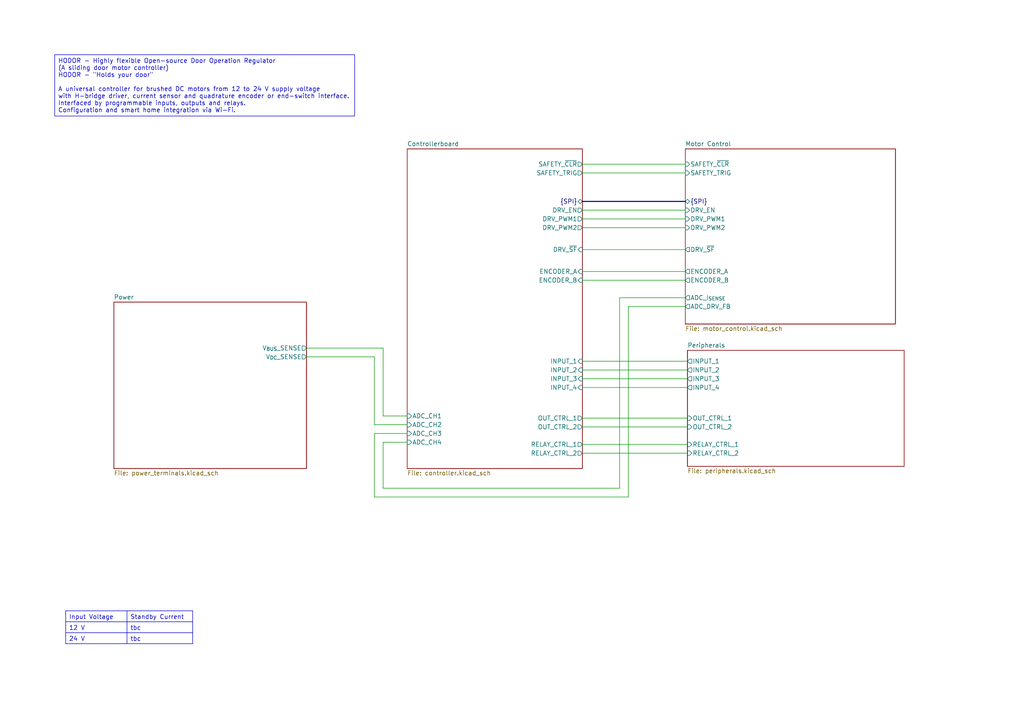
<source format=kicad_sch>
(kicad_sch
	(version 20250114)
	(generator "eeschema")
	(generator_version "9.0")
	(uuid "2da01e60-41ef-423d-82f4-a5c8908d8b96")
	(paper "A4")
	(title_block
		(title "HODOR (Highly flexible Open-source Door Operation Regulator)")
		(date "2025-02-21")
		(rev "00")
		(company "smartintech.de")
	)
	(lib_symbols)
	(text_box "HODOR - Highly flexible Open-source Door Operation Regulator\n(A sliding door motor controller)\nHODOR - \"Holds your door\"\n\nA universal controller for brushed DC motors from 12 to 24 V supply voltage\nwith H-bridge driver, current sensor and quadrature encoder or end-switch interface. \nInterfaced by programmable inputs, outputs and relays.\nConfiguration and smart home integration via Wi-Fi."
		(exclude_from_sim no)
		(at 15.875 15.875 0)
		(size 86.995 17.78)
		(margins 0.9525 0.9525 0.9525 0.9525)
		(stroke
			(width 0)
			(type solid)
		)
		(fill
			(type none)
		)
		(effects
			(font
				(size 1.27 1.27)
			)
			(justify left top)
		)
		(uuid "f6b70203-f602-4d8c-9076-4e0703bed226")
	)
	(wire
		(pts
			(xy 168.91 109.855) (xy 199.39 109.855)
		)
		(stroke
			(width 0)
			(type default)
		)
		(uuid "06d91c0d-8e4a-48f6-8395-b0beb71abf5a")
	)
	(wire
		(pts
			(xy 168.91 112.395) (xy 199.39 112.395)
		)
		(stroke
			(width 0)
			(type default)
		)
		(uuid "137e5f82-471c-4bbb-8b66-58874cf24174")
	)
	(wire
		(pts
			(xy 108.585 123.19) (xy 108.585 103.505)
		)
		(stroke
			(width 0)
			(type default)
		)
		(uuid "15c498d6-b6ce-4169-94c1-ec8826a5b105")
	)
	(wire
		(pts
			(xy 118.11 123.19) (xy 108.585 123.19)
		)
		(stroke
			(width 0)
			(type default)
		)
		(uuid "17985f0e-6535-409c-b51a-7cd3d81f2b28")
	)
	(wire
		(pts
			(xy 108.585 144.145) (xy 182.245 144.145)
		)
		(stroke
			(width 0)
			(type default)
		)
		(uuid "308ee3a1-1c42-4dcf-b463-5f327c43f712")
	)
	(wire
		(pts
			(xy 168.91 123.825) (xy 199.39 123.825)
		)
		(stroke
			(width 0)
			(type default)
		)
		(uuid "3b401e28-cf9b-407b-b88b-0fcd27e3bb2f")
	)
	(wire
		(pts
			(xy 179.705 141.605) (xy 111.125 141.605)
		)
		(stroke
			(width 0)
			(type default)
		)
		(uuid "3e3ce4a9-1ec0-4765-998e-5c432c14cfa0")
	)
	(wire
		(pts
			(xy 108.585 103.505) (xy 88.9 103.505)
		)
		(stroke
			(width 0)
			(type default)
		)
		(uuid "41d910da-2d1c-4f1f-96bc-d6a534258a2b")
	)
	(wire
		(pts
			(xy 111.125 128.27) (xy 118.11 128.27)
		)
		(stroke
			(width 0)
			(type default)
		)
		(uuid "4649858d-bf65-4deb-9b82-38cb642d0cc8")
	)
	(wire
		(pts
			(xy 168.91 72.39) (xy 198.755 72.39)
		)
		(stroke
			(width 0)
			(type default)
		)
		(uuid "4f3fc559-178a-4f2a-b54e-dec8af4d1ce5")
	)
	(wire
		(pts
			(xy 168.91 47.625) (xy 198.755 47.625)
		)
		(stroke
			(width 0)
			(type default)
		)
		(uuid "61db8126-af67-4b10-a3b1-4720e2399333")
	)
	(wire
		(pts
			(xy 118.11 125.73) (xy 108.585 125.73)
		)
		(stroke
			(width 0)
			(type default)
		)
		(uuid "79b80614-197d-41de-b611-8889172cd8ad")
	)
	(wire
		(pts
			(xy 168.91 104.775) (xy 199.39 104.775)
		)
		(stroke
			(width 0)
			(type default)
		)
		(uuid "7e5d7287-dce4-4feb-b864-b5a58f851275")
	)
	(wire
		(pts
			(xy 179.705 86.36) (xy 179.705 141.605)
		)
		(stroke
			(width 0)
			(type default)
		)
		(uuid "817c9587-8370-4390-982c-c8670015b481")
	)
	(wire
		(pts
			(xy 168.91 107.315) (xy 199.39 107.315)
		)
		(stroke
			(width 0)
			(type default)
		)
		(uuid "93045393-665d-4c22-b014-5599d4d7a609")
	)
	(wire
		(pts
			(xy 168.91 128.905) (xy 199.39 128.905)
		)
		(stroke
			(width 0)
			(type default)
		)
		(uuid "998f6024-3cdb-4522-b557-7cd5ddb262cc")
	)
	(wire
		(pts
			(xy 168.91 60.96) (xy 198.755 60.96)
		)
		(stroke
			(width 0)
			(type default)
		)
		(uuid "9bb426f5-a3ba-48ac-8839-77a655c60024")
	)
	(wire
		(pts
			(xy 111.125 120.65) (xy 118.11 120.65)
		)
		(stroke
			(width 0)
			(type default)
		)
		(uuid "9c1d7b8e-7bbb-4d33-951d-2ed3438911b0")
	)
	(bus
		(pts
			(xy 168.91 58.42) (xy 198.755 58.42)
		)
		(stroke
			(width 0)
			(type default)
		)
		(uuid "a3c5c013-dd19-4723-b434-71ed68a51b58")
	)
	(wire
		(pts
			(xy 168.91 131.445) (xy 199.39 131.445)
		)
		(stroke
			(width 0)
			(type default)
		)
		(uuid "a8f5f8dc-dd3b-48a2-941e-1f99bd5d04d3")
	)
	(wire
		(pts
			(xy 108.585 125.73) (xy 108.585 144.145)
		)
		(stroke
			(width 0)
			(type default)
		)
		(uuid "ae0c4de0-458b-4e06-baf5-19f89cb88f45")
	)
	(wire
		(pts
			(xy 168.91 63.5) (xy 198.755 63.5)
		)
		(stroke
			(width 0)
			(type default)
		)
		(uuid "c264973c-d48f-4791-9b07-ba5fe00915d1")
	)
	(wire
		(pts
			(xy 88.9 100.965) (xy 111.125 100.965)
		)
		(stroke
			(width 0)
			(type default)
		)
		(uuid "c886e55d-895a-4934-9702-22993c56c2cd")
	)
	(wire
		(pts
			(xy 182.245 88.9) (xy 198.755 88.9)
		)
		(stroke
			(width 0)
			(type default)
		)
		(uuid "cf13e730-fc6e-4d5f-b691-681d9a4b0035")
	)
	(wire
		(pts
			(xy 111.125 141.605) (xy 111.125 128.27)
		)
		(stroke
			(width 0)
			(type default)
		)
		(uuid "d535aee5-d0bf-447a-b7ae-632f450c8095")
	)
	(wire
		(pts
			(xy 168.91 66.04) (xy 198.755 66.04)
		)
		(stroke
			(width 0)
			(type default)
		)
		(uuid "d7bed0c0-371b-48f3-9016-12b7d875bf45")
	)
	(wire
		(pts
			(xy 168.91 81.28) (xy 198.755 81.28)
		)
		(stroke
			(width 0)
			(type default)
		)
		(uuid "de332b84-e9ba-46e5-b7e3-ee69347def75")
	)
	(wire
		(pts
			(xy 198.755 86.36) (xy 179.705 86.36)
		)
		(stroke
			(width 0)
			(type default)
		)
		(uuid "e1fdf3dd-0ad1-4a80-a767-4ec68f15dd8e")
	)
	(wire
		(pts
			(xy 168.91 121.285) (xy 199.39 121.285)
		)
		(stroke
			(width 0)
			(type default)
		)
		(uuid "e4606d70-114f-40f4-9c64-b03369323d3a")
	)
	(wire
		(pts
			(xy 182.245 144.145) (xy 182.245 88.9)
		)
		(stroke
			(width 0)
			(type default)
		)
		(uuid "eda0c3c4-db41-4426-99d3-5a3c9ff865c5")
	)
	(wire
		(pts
			(xy 168.91 50.165) (xy 198.755 50.165)
		)
		(stroke
			(width 0)
			(type default)
		)
		(uuid "f1a8f643-8911-4301-9274-32968c185bbb")
	)
	(wire
		(pts
			(xy 111.125 100.965) (xy 111.125 120.65)
		)
		(stroke
			(width 0)
			(type default)
		)
		(uuid "f3a498e4-f02e-4fcf-9215-c2fac2005d52")
	)
	(wire
		(pts
			(xy 168.91 78.74) (xy 198.755 78.74)
		)
		(stroke
			(width 0)
			(type default)
		)
		(uuid "fdb9ea74-0cdb-4a67-88f7-f13ea1ff96a1")
	)
	(table
		(column_count 2)
		(border
			(external yes)
			(header yes)
			(stroke
				(width 0)
				(type solid)
			)
		)
		(separators
			(rows yes)
			(cols yes)
			(stroke
				(width 0)
				(type solid)
			)
		)
		(column_widths 17.78 19.05)
		(row_heights 3.175 3.175 3.175)
		(cells
			(table_cell "Input Voltage"
				(exclude_from_sim no)
				(at 19.05 177.165 0)
				(size 17.78 3.175)
				(margins 0.9525 0.9525 0.9525 0.9525)
				(span 1 1)
				(fill
					(type none)
				)
				(effects
					(font
						(size 1.27 1.27)
					)
					(justify left top)
				)
				(uuid "0c273a3d-7297-41f3-800e-cba5bcd4337e")
			)
			(table_cell "Standby Current"
				(exclude_from_sim no)
				(at 36.83 177.165 0)
				(size 19.05 3.175)
				(margins 0.9525 0.9525 0.9525 0.9525)
				(span 1 1)
				(fill
					(type none)
				)
				(effects
					(font
						(size 1.27 1.27)
					)
					(justify left top)
				)
				(uuid "08e44094-94a4-48f7-ae53-4aefb3f4be47")
			)
			(table_cell "12 V"
				(exclude_from_sim no)
				(at 19.05 180.34 0)
				(size 17.78 3.175)
				(margins 0.9525 0.9525 0.9525 0.9525)
				(span 1 1)
				(fill
					(type none)
				)
				(effects
					(font
						(size 1.27 1.27)
					)
					(justify left top)
				)
				(uuid "e07f8772-d9a6-4555-8669-ec1b73b285da")
			)
			(table_cell "tbc"
				(exclude_from_sim no)
				(at 36.83 180.34 0)
				(size 19.05 3.175)
				(margins 0.9525 0.9525 0.9525 0.9525)
				(span 1 1)
				(fill
					(type none)
				)
				(effects
					(font
						(size 1.27 1.27)
					)
					(justify left top)
				)
				(uuid "398b41d4-4db9-42f2-bd8d-3c0aa27e65c7")
			)
			(table_cell "24 V"
				(exclude_from_sim no)
				(at 19.05 183.515 0)
				(size 17.78 3.175)
				(margins 0.9525 0.9525 0.9525 0.9525)
				(span 1 1)
				(fill
					(type none)
				)
				(effects
					(font
						(size 1.27 1.27)
					)
					(justify left top)
				)
				(uuid "dd0ce464-5f5e-401b-a45a-6a4f4263297b")
			)
			(table_cell "tbc"
				(exclude_from_sim no)
				(at 36.83 183.515 0)
				(size 19.05 3.175)
				(margins 0.9525 0.9525 0.9525 0.9525)
				(span 1 1)
				(fill
					(type none)
				)
				(effects
					(font
						(size 1.27 1.27)
					)
					(justify left top)
				)
				(uuid "ef77a171-6e25-4b9f-bb9c-8e5b4cc07630")
			)
		)
	)
	(sheet
		(at 33.02 87.63)
		(size 55.88 48.26)
		(exclude_from_sim no)
		(in_bom yes)
		(on_board yes)
		(dnp no)
		(fields_autoplaced yes)
		(stroke
			(width 0.1524)
			(type solid)
		)
		(fill
			(color 0 0 0 0.0000)
		)
		(uuid "4a2ab631-9c09-4ff5-b76c-afe5090e4ede")
		(property "Sheetname" "Power"
			(at 33.02 86.9184 0)
			(effects
				(font
					(size 1.27 1.27)
				)
				(justify left bottom)
			)
		)
		(property "Sheetfile" "power_terminals.kicad_sch"
			(at 33.02 136.4746 0)
			(effects
				(font
					(size 1.27 1.27)
				)
				(justify left top)
			)
		)
		(pin "V_{BUS}_SENSE" output
			(at 88.9 100.965 0)
			(uuid "af3add9d-b93f-4496-91fe-79b02be47ecd")
			(effects
				(font
					(size 1.27 1.27)
				)
				(justify right)
			)
		)
		(pin "V_{DC}_SENSE" output
			(at 88.9 103.505 0)
			(uuid "4af77919-60a3-4c0b-9bee-c472dca4efbf")
			(effects
				(font
					(size 1.27 1.27)
				)
				(justify right)
			)
		)
		(instances
			(project "hodor_hardware"
				(path "/2da01e60-41ef-423d-82f4-a5c8908d8b96"
					(page "5")
				)
			)
		)
	)
	(sheet
		(at 199.39 101.6)
		(size 62.865 33.655)
		(exclude_from_sim no)
		(in_bom yes)
		(on_board yes)
		(dnp no)
		(fields_autoplaced yes)
		(stroke
			(width 0.1524)
			(type solid)
		)
		(fill
			(color 0 0 0 0.0000)
		)
		(uuid "59c10e9e-1d24-4847-9094-5ca7ef688d11")
		(property "Sheetname" "Peripherals"
			(at 199.39 100.8884 0)
			(effects
				(font
					(size 1.27 1.27)
				)
				(justify left bottom)
			)
		)
		(property "Sheetfile" "peripherals.kicad_sch"
			(at 199.39 135.8396 0)
			(effects
				(font
					(size 1.27 1.27)
				)
				(justify left top)
			)
		)
		(pin "INPUT_1" output
			(at 199.39 104.775 180)
			(uuid "8a293ffe-a258-45b7-8a7c-9abd6c9da17e")
			(effects
				(font
					(size 1.27 1.27)
				)
				(justify left)
			)
		)
		(pin "INPUT_2" output
			(at 199.39 107.315 180)
			(uuid "188ab764-cfd7-4bdc-a182-aa75bc2b9c70")
			(effects
				(font
					(size 1.27 1.27)
				)
				(justify left)
			)
		)
		(pin "INPUT_3" output
			(at 199.39 109.855 180)
			(uuid "efd9f0c7-c23d-449f-9cb2-3b9fdd6bcca1")
			(effects
				(font
					(size 1.27 1.27)
				)
				(justify left)
			)
		)
		(pin "INPUT_4" output
			(at 199.39 112.395 180)
			(uuid "4a5b6b71-19e3-4693-b0c9-d06085d6d9a3")
			(effects
				(font
					(size 1.27 1.27)
				)
				(justify left)
			)
		)
		(pin "RELAY_CTRL_1" input
			(at 199.39 128.905 180)
			(uuid "235398ea-af13-453f-8af4-4cbe89101465")
			(effects
				(font
					(size 1.27 1.27)
				)
				(justify left)
			)
		)
		(pin "RELAY_CTRL_2" input
			(at 199.39 131.445 180)
			(uuid "7dfc3b67-3a7c-4923-aad8-14fc6fa1e85e")
			(effects
				(font
					(size 1.27 1.27)
				)
				(justify left)
			)
		)
		(pin "OUT_CTRL_2" input
			(at 199.39 123.825 180)
			(uuid "a4f47ec3-d795-4ad1-b536-a1625440eb72")
			(effects
				(font
					(size 1.27 1.27)
				)
				(justify left)
			)
		)
		(pin "OUT_CTRL_1" input
			(at 199.39 121.285 180)
			(uuid "99bab800-6bcc-4d17-97fe-f77276a9aa7e")
			(effects
				(font
					(size 1.27 1.27)
				)
				(justify left)
			)
		)
		(instances
			(project "hodor_hardware"
				(path "/2da01e60-41ef-423d-82f4-a5c8908d8b96"
					(page "4")
				)
			)
		)
	)
	(sheet
		(at 198.755 43.18)
		(size 60.96 50.8)
		(exclude_from_sim no)
		(in_bom yes)
		(on_board yes)
		(dnp no)
		(fields_autoplaced yes)
		(stroke
			(width 0.1524)
			(type solid)
		)
		(fill
			(color 0 0 0 0.0000)
		)
		(uuid "d9462714-63c5-4d20-a6ea-aefea568c44f")
		(property "Sheetname" "Motor Control"
			(at 198.755 42.4684 0)
			(effects
				(font
					(size 1.27 1.27)
				)
				(justify left bottom)
			)
		)
		(property "Sheetfile" "motor_control.kicad_sch"
			(at 198.755 94.5646 0)
			(effects
				(font
					(size 1.27 1.27)
				)
				(justify left top)
			)
		)
		(pin "DRV_EN" input
			(at 198.755 60.96 180)
			(uuid "c2e762f0-6acc-4aa7-b42d-942070d655b5")
			(effects
				(font
					(size 1.27 1.27)
				)
				(justify left)
			)
		)
		(pin "SAFETY_TRIG" input
			(at 198.755 50.165 180)
			(uuid "fad00274-9f92-4c9e-942d-ebc771f5746b")
			(effects
				(font
					(size 1.27 1.27)
				)
				(justify left)
			)
		)
		(pin "DRV_~{SF}" output
			(at 198.755 72.39 180)
			(uuid "734d72fb-bda2-4072-adaa-672b3a3e7680")
			(effects
				(font
					(size 1.27 1.27)
				)
				(justify left)
			)
		)
		(pin "ENCODER_B" output
			(at 198.755 81.28 180)
			(uuid "c54e08fa-b3b6-46c6-9f7d-ff38e52f6581")
			(effects
				(font
					(size 1.27 1.27)
				)
				(justify left)
			)
		)
		(pin "{SPI}" bidirectional
			(at 198.755 58.42 180)
			(uuid "4374d5c1-1022-4c82-b344-50b71ebeb10f")
			(effects
				(font
					(size 1.27 1.27)
				)
				(justify left)
			)
		)
		(pin "ADC_DRV_FB" output
			(at 198.755 88.9 180)
			(uuid "16b82d3d-32bb-4c18-b369-62879dd53fd7")
			(effects
				(font
					(size 1.27 1.27)
				)
				(justify left)
			)
		)
		(pin "ADC_I_{SENSE}" output
			(at 198.755 86.36 180)
			(uuid "360b965a-e31d-44c7-a100-01ab9da79430")
			(effects
				(font
					(size 1.27 1.27)
				)
				(justify left)
			)
		)
		(pin "SAFETY_~{CLR}" input
			(at 198.755 47.625 180)
			(uuid "70b3997b-74a3-48db-9bbb-315e48bebcef")
			(effects
				(font
					(size 1.27 1.27)
				)
				(justify left)
			)
		)
		(pin "DRV_PWM1" input
			(at 198.755 63.5 180)
			(uuid "15cf7801-f132-46d4-80bb-56fda7965a7a")
			(effects
				(font
					(size 1.27 1.27)
				)
				(justify left)
			)
		)
		(pin "DRV_PWM2" input
			(at 198.755 66.04 180)
			(uuid "dfab1e76-b1ef-4596-b98e-37c8e14fdf45")
			(effects
				(font
					(size 1.27 1.27)
				)
				(justify left)
			)
		)
		(pin "ENCODER_A" output
			(at 198.755 78.74 180)
			(uuid "b98046a7-7903-43a9-83e3-e838b981a64c")
			(effects
				(font
					(size 1.27 1.27)
				)
				(justify left)
			)
		)
		(instances
			(project "hodor_hardware"
				(path "/2da01e60-41ef-423d-82f4-a5c8908d8b96"
					(page "3")
				)
			)
		)
	)
	(sheet
		(at 118.11 43.18)
		(size 50.8 92.71)
		(exclude_from_sim no)
		(in_bom yes)
		(on_board yes)
		(dnp no)
		(fields_autoplaced yes)
		(stroke
			(width 0.1524)
			(type solid)
		)
		(fill
			(color 0 0 0 0.0000)
		)
		(uuid "efd4ec69-52b7-4b82-b6f7-297e43729fd0")
		(property "Sheetname" "Controllerboard"
			(at 118.11 42.4684 0)
			(effects
				(font
					(size 1.27 1.27)
				)
				(justify left bottom)
			)
		)
		(property "Sheetfile" "controller.kicad_sch"
			(at 118.11 136.4746 0)
			(effects
				(font
					(size 1.27 1.27)
				)
				(justify left top)
			)
		)
		(pin "{SPI}" bidirectional
			(at 168.91 58.42 0)
			(uuid "f8a4752b-eff5-4a79-a44e-7806987ccc46")
			(effects
				(font
					(size 1.27 1.27)
				)
				(justify right)
			)
		)
		(pin "ENCODER_A" input
			(at 168.91 78.74 0)
			(uuid "8c953199-fefe-4ca3-85cc-391b19472114")
			(effects
				(font
					(size 1.27 1.27)
				)
				(justify right)
			)
		)
		(pin "SAFETY_TRIG" output
			(at 168.91 50.165 0)
			(uuid "b311e3d8-7b67-417d-a3ca-37d277e64aec")
			(effects
				(font
					(size 1.27 1.27)
				)
				(justify right)
			)
		)
		(pin "INPUT_1" input
			(at 168.91 104.775 0)
			(uuid "5fd74d9e-935b-4c71-aa45-d6677831e507")
			(effects
				(font
					(size 1.27 1.27)
				)
				(justify right)
			)
		)
		(pin "INPUT_2" input
			(at 168.91 107.315 0)
			(uuid "084eef4e-1925-4a64-a332-f8f9d81e45b4")
			(effects
				(font
					(size 1.27 1.27)
				)
				(justify right)
			)
		)
		(pin "RELAY_CTRL_1" output
			(at 168.91 128.905 0)
			(uuid "ac579ce8-efca-4baf-9786-c485ba7855dc")
			(effects
				(font
					(size 1.27 1.27)
				)
				(justify right)
			)
		)
		(pin "OUT_CTRL_1" output
			(at 168.91 121.285 0)
			(uuid "0201b96b-0e55-47bc-901a-1bb1164558ba")
			(effects
				(font
					(size 1.27 1.27)
				)
				(justify right)
			)
		)
		(pin "INPUT_3" input
			(at 168.91 109.855 0)
			(uuid "7cf40ec4-6467-4ffe-928c-cdda38b485f5")
			(effects
				(font
					(size 1.27 1.27)
				)
				(justify right)
			)
		)
		(pin "OUT_CTRL_2" output
			(at 168.91 123.825 0)
			(uuid "ba1c24b6-9d8c-450c-98b7-a5284d52ad91")
			(effects
				(font
					(size 1.27 1.27)
				)
				(justify right)
			)
		)
		(pin "INPUT_4" input
			(at 168.91 112.395 0)
			(uuid "2f96eaa8-26a0-4dd8-9cfa-f14f3170a20a")
			(effects
				(font
					(size 1.27 1.27)
				)
				(justify right)
			)
		)
		(pin "RELAY_CTRL_2" output
			(at 168.91 131.445 0)
			(uuid "62a0dfe2-58d7-4ec4-a7b9-64c2e44744af")
			(effects
				(font
					(size 1.27 1.27)
				)
				(justify right)
			)
		)
		(pin "ADC_CH3" input
			(at 118.11 125.73 180)
			(uuid "52b1ae88-6d1d-4cea-85e0-a192d4a60905")
			(effects
				(font
					(size 1.27 1.27)
				)
				(justify left)
			)
		)
		(pin "ADC_CH2" input
			(at 118.11 123.19 180)
			(uuid "bf5bbd54-400f-49e4-9d6b-885dcc74a68c")
			(effects
				(font
					(size 1.27 1.27)
				)
				(justify left)
			)
		)
		(pin "ADC_CH4" input
			(at 118.11 128.27 180)
			(uuid "f4a506b6-2749-4b15-8013-a119e06411cc")
			(effects
				(font
					(size 1.27 1.27)
				)
				(justify left)
			)
		)
		(pin "DRV_EN" output
			(at 168.91 60.96 0)
			(uuid "20dff749-0067-43d0-a8c1-e6ad3aa488d3")
			(effects
				(font
					(size 1.27 1.27)
				)
				(justify right)
			)
		)
		(pin "SAFETY_~{CLR}" output
			(at 168.91 47.625 0)
			(uuid "95366fe9-c534-48f4-a514-b3462f8d38a8")
			(effects
				(font
					(size 1.27 1.27)
				)
				(justify right)
			)
		)
		(pin "DRV_PWM2" output
			(at 168.91 66.04 0)
			(uuid "b586c1b2-1baa-40ba-b030-bada04280711")
			(effects
				(font
					(size 1.27 1.27)
				)
				(justify right)
			)
		)
		(pin "DRV_~{SF}" input
			(at 168.91 72.39 0)
			(uuid "3f8bd00e-435c-4c99-b83a-8f3635d8edc9")
			(effects
				(font
					(size 1.27 1.27)
				)
				(justify right)
			)
		)
		(pin "DRV_PWM1" output
			(at 168.91 63.5 0)
			(uuid "1a59e16f-67d4-40ff-bbb9-421f5e9121f0")
			(effects
				(font
					(size 1.27 1.27)
				)
				(justify right)
			)
		)
		(pin "ENCODER_B" input
			(at 168.91 81.28 0)
			(uuid "fb94add8-0732-4a6e-bb8b-9bfb6595a859")
			(effects
				(font
					(size 1.27 1.27)
				)
				(justify right)
			)
		)
		(pin "ADC_CH1" input
			(at 118.11 120.65 180)
			(uuid "a3435f9f-a98b-4f2c-aba9-0f6b287e99e1")
			(effects
				(font
					(size 1.27 1.27)
				)
				(justify left)
			)
		)
		(instances
			(project "hodor_hardware"
				(path "/2da01e60-41ef-423d-82f4-a5c8908d8b96"
					(page "2")
				)
			)
		)
	)
	(sheet_instances
		(path "/"
			(page "1")
		)
	)
	(embedded_fonts no)
	(embedded_files
		(file
			(name "smartintech_sheet.kicad_wks")
			(type worksheet)
			(data |KLUv/aDK7AEAHT0K/gfaWk4d0Egi+SjP/1yF/Hl6dyPWnw/scOlMXzxAPyLhfAF6TkJOQ07gjzHd
				0xPi7tTLas5JARfjhBR7FjjfQPr3gdi1fijpnN8u9qAUn1Hx5lOjA0JYIeGb46sJ1kvkFl2fUff6
				0C2MBLv8UThe/CmFhGMTNtejbLBANUxkZx8irvaB6V7lWRbati2ot/koeMFuNTec+fZOrPfPBRxU
				agXnlo6RArviGJQk6c34lniuU0trJjce59o2VJbOOjEOf98yQ/SVBSaO8dPoBSyZFpVP47GquaWH
				WbA01YNK1thyEZNZ8kdULFjKjWSnHTSu91U4jYshRJMACplhU+aM3wsy1pIk5yUSfTb/ybSK2Wpb
				KZpYU2FjjH8Nsg8iusfvFkBmOxHdtijcSV3zCh7FDseKCYRM0fejSuZF6lZLCu+27KScLzCOLkFM
				ZlK4u33INsA18iyJ5s6KBmR10ojEL8gY6/4Gl7J1xr6fOXiwTI7oUCj3S0Cf/efTUskADURnyEfZ
				LW9FHTjwj+LIr5KQ9mycqmJCAwilFIvtRxhmKMf53YHnhJvCqL4IchLfc8s9S7GKKphM4POU2V2G
				swqKPAaIxQVixDzG+CZzxcWeKixCCQzqBb8tx2ASxe2I+KqfBrsE9osgmr0UgjwkC8Gb+dNHeF4E
				ZcmE1lC2SGo15Zpcy4PKHBbXZEoSkPeD2k2R5OzQ+kLN8RmmLfTwtN2vmq5y7gPO3/xsFmmGHJuF
				lR8zv1OFMMIchrGFLxY/bvMTMZ8un9GhEr0pR9vVx1boltTimP7cMIeJpTNcUbMbgtm/rCh7eDT2
				Uc68Pb1okQn1DFLCZwY+1adsRjKgBKy1ljzY7ttXARSYrmQlBsI9031W20iu2f+LXElzrmZzHsO6
				YVCvvF8EZkQa2UiU+6zGdOkG0dyvxydDvFuZkJKlB5Ix1s2VAW6sQhffZTFspHgN/cioffP2txU+
				1AzCoijizQwIDAqFhn4sH5XeZfPVvQ1ZVL1lbS8Z7L36M1j3szyWcTgZhD7U3sTzjCsTpYNfYMcM
				FzYmG4izRxoKRzRalkKrLckZ+5JNGhJAIyTCKwyzGsMtye3N+NqR8ylwK8HPM7pUfWz4EnGRcUIO
				dXyuWEh8O5DduzYX2rzZcsL6ImIu+VtL4nA6zVHTkqzUaxAGeY2Kmehrh/WfSTdN3TTDNTIlfqgX
				ua1kOh2JSadSakQp84+REgHO+t8bu+lCWyM5Vd3CFPXPBF/82hCCtkHO6IUb3Fsr8+lsjJqy8bTN
				r0p5hYFsSqhEWVfGj5nkHvI+YAOPMpLSMCXbWFc30tu7yd6z7rr9lifc0JE6OP9Io3THwpk9H0KV
				cIhSxnRoZWVV3MZADn+CAEGKvoaePKh6unIeVasJTOVycWslnkP5deiBo5pkv37nNdDe1/dfCNKD
				YB8cfi8vSBH15SW2+ylWNV4Yra/nAZ4Cu0cPJcpuqWMs7mNqY96dWbNvET99xbbRMDAIElcMryUE
				qFcad8BK+1F2w9tvzs/lMcy/hACk1Va5B73/fq85KxMBEZrC4ukzCm4PTwvYkWFg+0+fvjoTwU3T
				kouvvM7PVjAcz4i2pANzoQl3TJguk3OFQRZvPj1nifpZbb7951K6F+Lc8sHjwhcGXbhBU2Mf96UL
				3xSC6mYu4bpeeBXu9ycVBNDSd/Ur2YKxg47P+732DQq93kJgGVpac4jzMBVrMvT8pDuBVQxSaJgz
				4jKyrNYMe8XwLPQk4ApFfqWqie2fVJFvYhDeSrSZXUskz5MpojT/4fMCMmcsLFBtFCTmYshPQGi1
				FrPMs2azNeMzX7sGeY/C0THoYn7/KfgpfQ3whLlH9B581okKwRJ5Brd5CxYc+J0kauvemJ1ssyjZ
				PwiYZ0DQAl4v20HPLTlZufIOi1Ov6PeEBThAuwrIlnEI0hPGH5Zca/cmf9HsMLhs2cgarik8h03v
				4r41D4X6mGLAdflN4VBSSa5cQSBGXb9WPUIrgqjzxiqpeXjwdEuvmjC6XAweSrMe9QtDbskLhagx
				IrOWRCWrlAlDhuXUpwNIPyBPoDT0uNlRkKyKL8kOhCsUM+Il6N57cHmVkID9Ks+YUZUzYrjvl0OB
				4HtTsJ1LW7nQ6F3dQMnOhQWuvE6vQI8Q5kjIAfWPgyUOQFYYmDj+/yLuFpBzIhqllNg6RXEw0yOi
				cMwXImoXVprBMrUyj2mfgmc7ZZFm75o3abijkJzvxwxrl7DuKWV9Qxvvu5efhXsaV/0yzlQXwKOQ
				5o8+BosrIzNaP7VwSHcl3VbT9oXxDMlVWfI3bvXbC27u0pV0yQXsgh3bj1g9jr3Lpkw++91uwZll
				a1boFDslObwanSct3Jzt/v3xd14ysfKqQn+RMzdfpwnrGxoqMjBIz6Q5B+s8LeS5d/+NdIfA5fIL
				1T91oTRwkRKvO7jEJloH3yY14mvhyOZLsd/Zi+Da7C3IWP6KezNbcIvx0/N9YUGewzYYIZNy5Ham
				NgsYriJSoQXo6I8q8jICHflELCGZTln1Zh+zwy9YQi+zr1HQjBwoPyqPR1ItftaHq+YPiAFphXUw
				D1LFDiC8fQfCVgmnGwDfBYNrJDKOfu2R3Re5V31N7hG1IvVBVbhNwYqPLrjQ7oa0jBFjDZnAgqZf
				Uv02QQ+g0Lj4c9qtzy6AF472ZR4MTEsU9aHV1vaaHiLDj+fv/ikMqVwn5xsx2c+RckOMIN/HYccy
				cslkAZ/c2pOdvkrjAzcUBjOt2dpYY5KGnkQfVjjv9pdXfYKxv1aoU7L/NM6nQn6dkGnQ1hurYs3m
				oVJGAllhJWUEtKhN9k2bEN4aBiqemjV+lo6RxFWBZk2iCpvcCkXed1Ia+LoY63om/ik5d8Fso14N
				rGFZkMf9s+63bWBrobo7W+UYD7R3Vc01khPfLanxbSEZq4IyZ7L8jYk2mKqHbCWVwV/ACQtkpx4S
				IL0TK+DWYWSJFGHqa9txZZBBiwUN89hhFQHocdgKJ2RyitqM3WWj89XlwG7IEKYfOqUACFHhh3uR
				7Ehk1pIk+wX3dr9Wcu0L5WaTrXUGGhdJQFFWG98FkNgVbB4wED1lLONkzscuq9w7Pd6ckAVxFDei
				NFN8As2Fv1rrw/axN60GFQsQ2ix/xCh+W3Sh0Ni5vrwMdCdL66IN9ErtWXYxikl9QhkWUVvbnqof
				st2dn1VcepDsxL5AziyAa1rdhvc3lTVXb102uMHAO4w2hS/YUsR4cKYGMlwTo7Tv9shlg+2GcFqn
				H2rtti7Bg6KfEiuT23eqMOsb5IoZxaw6C+Unh86YAY52vu9LoUr0CUUlEIGIfW8G+MV6pAW9KfbP
				5tVDsUIMaOYtkRObGMuftEXtxNtmb2Er3CJH3TUUi1wjX+v5RGyuEGYtqpVwIDvSZEagn1CDLetC
				D2oRln8IOb89mmg5u4ot6sffUQJ2HwQD723bfWdDiPFABD+NQxZtyTV+u7JOLOIwY35DgPmkrTWP
				w3Q7l8dw7q6a78r/5ir4WXUrwT8ghTG8V4OQcCgEc2fU7eHR77MXPdjqtiguF2UHHC3eO7gLhntD
				Eo/c9u7SOhB0N3NZ4l2PaurShRKkVlsE3wvrkklOMC1vf7CV7DTHFzEaNbI2gRQMTIV1zf485OaQ
				NC7nfrcDFyCd150QOFQ8OAU4a9qTPThzh7wwLJ1OzT1cwB5DlcO19wVvmMHBrwZmp0oKRvZgoT2y
				JuA5qOiTARnsKc6j2xAhZCXsLqotjrt0hQSO8WaBqcf2w6/lYJOG55ICb0IthC6cVMSvyVUhm899
				D/SIxuBJPorjG+Yfqz8/bo8zRpwi1f1aLLvW5Bs1F2cE/yTRkQNfurfgDpTYxip3EpgF9zdqM6x8
				DT3ww99JRRL4gC4HRbJUD9KKS5HHqn6RM1ZFjcuLp1tyTYHdCRnTAmrnyJ3yAsNYUGsixSVeOhul
				UqjG7oY9c5E4Ep3EHZuckHDv7ck29BZjv81ZoOKGdJATGJ1/yk7s+WCk7j215XGI7rEgkTxEme7j
				rz3pjm//BR0p9bjnfbLzGdprsHKabeqO4X3T+sbH1EFwDqzJ686SPtFo48oabxS7ZuA+oz0/d1+I
				sk1mGvDmMm7B2CaH6lUfXLFSpJzHufNfoPiCtsX9L50lB7GVhSjPK+lW3WfFRn8mKHG2Io76BeXb
				9go1jS/+OlsgxKU5VvbltYOWNT1x0Lwcg3cW31ziH9qsBG4colj7SDgPkZ2oAq9u/dBjSG6dOHob
				CEunJRdW5Joi8U0iFayg0lFvxJjVsFMuDiCFX5hcXVxVEH3fTPvxKP8+SFCEERYdbqoIyiu5bMvG
				cbx60I+S/fXacKvnoyWw9deNNNfeUimurPdA7nMqcc4zpRKUckmhzeRCPxUtap1WGkk3m45MXf5N
				XP9hwImzDgIc79TUD7yt3Jq8B4rBQTUQpWlIfnFTOestV1fCeSZxhmk7bZNP+fz89iYhUfubNCB1
				zfz7iNleHXCnUZTG4pQ7wd0eS+OUD9qzANo8f1kzMNSQ1u+ie5RxjjHjPyEPcCDAyUuaRHl+vcDl
				+R30dSHDmZzjKEbfhFZnGOsndRgjCGraHzFqfjDzmDgX+cmMFo214o1rBIIx9YKRxViM3BteKbmH
				164IqF/0DrXvjtLbveBAsIzhYmmyNKoEXCiFvcuKIGqwHn4Qkxt//8qmMTEpmbhEvorIfsiEpJOI
				idzBKHUhZGGA2l9AzE1Sz+0cCZUFm6r58oAcaEn0teodI2qV6dUe0VfMUVh+QU+pDXCNONJSxP56
				f9llK0XilxH0nTPePg8pZcLVeBGaIe2J6/WoMjGIFrGIJ0PrmN1HANEf3VpOfyLgj9gMeNQPgdAW
				NUAqn6i533sqGWbxCA+6j01zVr+1y9zGWoBtyT0+b5rfvR9+bRpOcOo8eQf+oLcPmTcl+pcLLRTI
				6oqUFSieKDxG0zMRuxuBnp/c3pntYNwFFFyZH1l28nJhMJDDiRGQYyHCR07NPSFjO5rUu1ztkFtI
				Jm1uGUfe+CYINbV9Gi4gLdpBrzTHGBkUKP+wSjfL9oJ0XMU11BHrasZFKP7oIuabygDNewFBTOBt
				8Ju3c/ML0k+MvCpTSFxgA6PU5iDSW42ATKekz8AcG6vURy0f5me4O/6olCyKvjWjgDlZmH3gvMLH
				2vHfMbb4/SXZEH8NZWhr46oIbHE/+tlmWX81CUpSUEak4g7yieD4uyst8PDHk7MNKh4qQppp2yZm
				nPyBpArgLzPbO1qtfUkfCaj9Q0BP0WVkTy7yPxENBAeLjG/6wX9JvMQugyP6eIPfm/VVr/VVtYjN
				wQGplYz8MIOvRdJfAZ05ZUFEYrJ8mHms4dDdlpeAkrexSw9PEDsJ3bcwHli7TbHcHEoh79dIVzkl
				/0rGsSantVmwmTTGBDcCnVZREqP30qt8I9Z/PmA+F41XW49GjayyokQw5zAtB8HJILQ+4Fy45iPr
				d33lHE8aQUlgv2jTikRGQOvzNsPbHZJL/UHtmfREVDypBSaMDm6O/4IHclLttWJJHD+Ygcs3moFD
				joGvi5nyVgdrKWJjCIOeRvk7uw/MhCG01TsUZX4SB8gULolnKkbC6n29TWHjSj4oK662eGu8cS72
				AcTEjhdumpakpR67MEhAA5ml+t7YE2OHdsYNKWw3YGfUlpwjivRE9/7uFbRILzckxKOfwIEMv+1F
				NMwN804o31E/sPOfdp5FWumOROsmkVmxFNhW1M0NYdwY/um+f9zjgPrhiO0hfM8liGAJFn/7G1kM
				Slrxz2u0grHfRg4N2jNjoeHe5R5ffjROOFD4rHrSxTUXaLW8LyRsWqDg3HELVKpA6IeRRJ6twtaD
				ysWaXOeUniotCawV8/56omoC6qxeykkWpYuwjKGB+ZwGIDb9FPkHGeHIs/pXp0SjP8xGLNqcau7D
				9WRPYJ2HIFxg6N+LMDd2hDsUvv5p/3SpV5zwuQp/NPPHelhb3WzoAnI+sYJ/QPerq4xnYs44scep
				8PC6WuWNiLwG/wjtYB6U3t5VNRBFTiDLI1NKe+uHq4sgr/arH3rB9LtclKwxE7EZReifqKUAGutk
				YAIP7kI/5V+9MBa1eGMpTSZTP1w1kR3+Nz97HcQaa+M9xgE88W5FbloSGSz3cyFIvHQfRP1ePQ4j
				Mi5R9sA0x7tPHdRCxpe7TA9MBCndSfHrl892Xizv7tTLVlJFFpkINUjc4lhRFwgdzPBbiVXB6ALb
				L5UoYgNfMeJYaOqUulKyc+P1rq+lstNT/49yzM0fIQyBltShxjv1oNUGP9FAgz6v6c2RKicMA7Te
				IBTELZRG49Hab2TPc/ThD5neVTHvXVVUhsX8TE26wufVOHWxbBfCFeXhgL4pFFLjkiDc1/xu9q6a
				3hWn5ykaqTeha8P4L4eu7TTvmiNCtuKDv3ids03L1xbvjiLl/cLVfVb10HEzXBrXeGk2Ud1EYVVn
				SpuftSTZDoQFHh6F3lqRXqRkrmNnQFNEsxPcjEVeS6huQ/mfbbm3EcneilIJ1uyrs9ljSDBHx3Qh
				jIGp/f5derlwFcrM6oarJrPD/ufnKSMm55QL0EewKbmbco2p5y4fVc19DdDElmpAuiHWAQOXgqtH
				kwtykyUzUDBUvVaquhFvOw9KwbAga0kMuktziQIJIuf0oPZV4KNzEjvHxMLzwCaYjwEdb/Bb6as9
				ORDiSFg0FtKGgejDlrFzxj70gkVl2uT0B8Kvc1HHc3ieQ9CvA6wH9SrLko8FZkgaZRhEe/hq7ziz
				a1y5ima+quQxWG3ZlxHtBsqTWBLJKP/aE+eN3UvsMCJlbtcVuzoff4H9uR2piaE60Q+b8X6RAvZr
				8VmWQBcTb4GRlVPaGjVLy8ZQJUHUGwR9ic2UjSGyI3D+0kfhL16QfzMJfO3H5mzdndJmNowWm9Sm
				CnmXR1EPqK8EYemiRya+0hIxZK/BUfTwePx6WB+LLVgq5Ihsqj+iBlyPKHKQKzUvV89bgodc2el4
				v5u8Byaje+fOecowPJedneTJkEeOoJyrjrhGz0466GjSOCco+NVCyDOru1yGppd1RuYxFPO8SvPt
				B/Seylry4M2XcVBoYgXcT9crrucmoFQnVcZ05lCb2EJx/TT4CcAPCuiygf6KV/Uvy2iDAYKI3Oti
				/v0BxIPbYZ33VtTHPXt60mnTQIZM2mvpy9/O5nqKn/AvKQcnq1vknVSFlzEoR+YjM3TNYy3CqW0q
				IGh7QQll5Vi+bYOhlOkZ7+DHVnQTM9tOBoycYhZ16hp/X44WZO5Xu5httgsbsyOPhKq7770ffkUH
				DXOJia234B/5ItcuMFKDeNIT1YKHxYFWAvZOBW8jGgWtwqxVG6WkQu803a+3780HsZqRPaa6aSc1
				AXufyyWrfAsxaPnJ4cAY13JdIGJzg+JWKw+5IBvhAuQsb4KD85IYEm1OndeilM6yvRveK0sIh2KG
				1aS98oFudBX5lbTCyitD7byxP2kFNJ2WhLs88FWThF4M98qiPqYT7g2vjge/fDkPuftoKq7qkFzH
				oAeYdiwjaWsIPCAToY0zdwzG7Bn2fNv3Jmcq9e25NCUwOu6PaahjixrL4ilF6Vo7izG3ajaUXehQ
				HagrOeFJjPlFOYpVeuQ35/c2GrntdWfFTLQGAUo//WfQnm7iGAg23r66LqZGiGcSTipBO3pbkRJf
				VDuygGdit6Sir/wwaHa0fy1n+d7/1FsM6Nb2v0qxEd1CmBOqIYGDbVj3l5VvaP7jVkfj+d6nK1eq
				B8qUp3/ZfHtgS7ENJnaNDxfTr41kP/dyS8FnofAJW39MUCSCoEFRQSfunEME27VY2XqC55CquYn7
				F8vhVkZmgiI9Ztebb7gnNxWm7AeSykK/RDbK/Rx9haYZeMblU08qugyhwAwCH+duNq8Wx6kNWOAN
				QsX3PyKebdBROAxprjfxOAM+e9xMex7y+H6kyeRQtoDdz/EZ792iQUMX2Fm9ZSrH/190KNF7UeCq
				LKgUg2J53PH3JntwuJ1SI75jrdLdovyFqS6okyr/gdctwm8mr/fQearhOpq4KjLRHvXP4asa211R
				Bo3RzMdgk9uSWrnMYQdbwBcG8ai+fjvrhmnwPYoj1KVp1FlBO1eWzSeLw5SolFkmghMyDkqZw28u
				37i5aA0ZEJXr5eObmQJ2yvYcfhQ1Bc4wm/X2tgo5uxWDsLUzphjw6+VzPhFe9ZW5Z8QRTOXj+RUM
				N4VSw/bcDAMoXXKTnu6+v9n3vgKqWgYvmKk5HvDVpYsbogpaRfgDxJifgjOyxj3iIs0VL5ctb0ve
				7aZ7xNgDcRn7W2HnUVw2w0MFfR9/J45A4NUVQQm5EeL7KVeWhSCOrKe8hqPmJ3FeOh00XFH14sVP
				BsdGQia0NJAQrF0ocWW9L20ZhrUS9T4sVLbTCaq4ruaghbaC9P2GM2WbUydjUXYGRi+sI4cHhxQn
				5cqeI1XehFNTUbmOpVaChJIrutI+tzXjOqIPvSD5ZtCzdxJF36J9naGex/C1hWMMSE9gFUo+IONt
				MHGJwW8crdQdkztjSmgrurywM78U6mXVfcpoPUWkc7SjJ20HH+XPw3wHv3sPAioXsBPzsr0eGssp
				t1t5OQTIZIhN+tkhx2c5iAJceRgJWqMcDLQ4EWyIenZmnMwsJvRbfa3WGbGgSC1U8mUb+Z5FYEAg
				BtWwlNMUiynupTtF29/gzGm5H7OsjxRoITUPlcFSu0h6VyxF85bJmt8riugctysmsbiqgFhNsqpp
				/jsuusFIxK3v4AHTX/clPNk7AUgWFrwKeOEI/kuXrnHCm2tUYFi1S9sgbkT9w0gLOIt0eiuQUCvX
				sAC86mQ26QQmol9gv50HadKrqCKow7P6+RtsVuYBeuyJZBQkEMix9I3uWTltWCebah94EGA26Dqo
				EL6qacbnJCrYH5D7alequYO2XE4ZHgq0AmnKXC0QPFBoFTyHn0AveDLmIlOjqxLUIJqjs1q9ZZaV
				pNR3xhlUs8OQt09WLFDShkxMxYKFcQF1mK/GqYx25pY8GzX7635A85myisAc7b7fji38XMKUJJaP
				FtO+y3iqpra15d79AQUGh7MK2WVBxZRRWXD/5Y4J0It1/0RxBWnQFVKZdd8xFXiol09A8AlF/QO+
				rTcdWy/lNIZ+TfZyKxkl9oPcN0SpzJFjFv7CXBsnycjvN9syYhZM6GOQi0lcSlZZE+lt5UFoRzek
				XvpkEW2qxd7eObn9Nkb53hjeUSVf+DeGSwJMrQWK7p9oOCpfNc6BXRfou8RV/wrsvPXWGsaEUI6M
				lWkojF3w+L8kj97OaUCOUjHBd4tRA2u7YGvAsHZXTZf22yhTdwteBBZD9duT98gkD+FPRUHHK/xa
				+tRAQOh5nNlgixMkmp1ajIfmfximJ0WFeYUmuSgxte1ng0Hm9LeHHlgkA/9baCUDo59OE8x557i4
				79zJp7y/ixQE/v2TGJkJ1I/iGyUkOl64/b2vM3VpclR2KyhmMuz60okFq0nG+hjPW2VlkP8iCTSY
				FnWo56tWzfCqhMRemEeTqMlbbSw7Fv8elcjQpqb7SMPeyrJDmlQ3uKDYtT3LvzdRw6VBFJ7C1mS1
				xiT6zGk/cUkEnUfvbJPl8T71Amcop3R8F//uHq45lCmLeVl7+HY6ziam8p333t/1vVcgIMhsyK2c
				bTCduyrUghYDLbflpmXGt8sZxVcoYCp9JqThfI7UEyBRKeHqX3QBcr2oKvjxjzIRk6F7D5FOKM1m
				lFuu5fjy8c9p4rzMdCWuS6RKkjMuPNyj+tXrGett/LcXYQP1O2WsBqTHT5qlXVJR/mMP+tURlc1+
				RQfvwJ5/+/Uz5phAW27YNTGX8x4ZlAd7fkCxm7ZE5MGYOthnl7XuekOoxKhwcrMsyDfAhq2F4Acx
				MlhwyEYASY9UFoaNiFIkS/gvU21X+IliPuQAuS26vbimaNJWJRnuHv5blpyDVVaXilrP//rvLBTQ
				BPdW75GbCYmG5N1Gil/003MSTqDOeKbWXtNxraXhODpPwYf5IONU2jF7nD4WSk6gmY9hhd8z44/P
				NJptTq3oS1DtSX6hMx9x59HP1grFBy9N6Z3Ojb5lwl5CUjl3BX17IrlmGQpoytN+IzJieXDccS+P
				FxAXGhjuxbq+mRlVHY4PqJ/SWlGO5KdcqDmoka1pKwTv5vJ+Q/h5pMY2DlI54tF9ILbWIXSEhcif
				d2ZOjqOu8qvcVbJdG72ZtYuXwKV/3THxaeBRv77JVRe7dTeqUYyBH3D4bGRzZOQOZoz06EqWua2C
				mzVNJyiih6m4AAXOsn3l64Xu7B8psK4yltMR6GenQyfnEudXY0h9qIMcairatF4HOmCPm8ASd5ff
				eRjGVBBiLKqhKxfm2BAm/reDY87pYw13eNgCxpyDWwDzfoK84TRvYo2rgfkUFbVL2KgLfaCH6EVd
				iyRYlH1YE3bpX8RVLkLxljT/BmhkldYoPqfuG4YEJ6KZBWkx9JWfA5lIYAtnefUg8VMwdnHgoK2w
				gl/0Ap1LU6EI1qn+KeU285fFUDXNjXqn1x02zV7NAzi+WAqFQSbhr9OL3dsdGmjWT0h6UVke+BIm
				EViFRUpKsUNIrv3cKv/SgHMq8uYGJP/lDY9oVuDS5hD7xPS3i5HRHwPzMFc80KPq4WEtuXY+6D9K
				eBjmCmPCvhVITCr3uC6OqEhoFHT/DLXWVz+UOKc7HBfppOwmHI7EjmnvfIx0UjiYz3CpyrPumsZ6
				dU9nGsBU3IkukFtB/GqMycqLSY4v5HQwhpFDiBhWR7Oa5PE+QkoCzOxBNeddvkBmqfyzV3g6EMLn
				wlYjUe9dEYsXh27krgTW0RdEEsd6che3oC3Kahv5xm+01Zbu8SBXuIXuOaFKqCrVdqdeGJJsHcu+
				5Vkle2EMmaYTF/yvNMoBdghyVwKF69+04YBvnstkR+mX31RCYllz1U524VcmyFBgPxoDD+LAYzBM
				7vG3Vc3KChZiWGsQxXM+w7usAbL45OmbauiZhMrUNZyYQdXPy0A2JdCH3dM9P842YfH3PCBEhKyY
				7FF72+czIT4vXCtoHcbegSDAlD+kZPixVCyEMb8XS+g6A870hiqRC9iGw6eWQC5BFtg326BWODJB
				VuAPf6doY8RWtvkkOpMUy7RDbD/0sfCCMj3G0DRh3CSVxtkky/r4CfRD9JSHdrtQDTN0kAzkDrXQ
				+AWr0NWvgzPKR+9M7DM+C7NIzIxkLG+VBlo3wJY3y+BB/uRA2jFbco3cnlg9B2F33OcRcANX6GXz
				J/uH+CtJPATfL5xJyMwh6Qjs6aDA2zBdp1BYXDtvz+fn9AMvJrqX+1pY46kg/ceVZyeNlwJBj2TC
				eYZukQsTZrYz7jkdpf8x+sruwPPE6MsM95DVRgFfVWuvn0VkFVc+D8v4WQukEDKKLQNTr2BRumet
				cYYAC0rMb8fk62uSKo9zPCsPfhQVYP1EW4nwTXqloY0xr93cSSJ7qaTxUN/JtDXkT0XnCevZ1BRz
				rmzav4z1ywxUU31IF2BmQXWGDPDFIYSgPvsOv0AULiE5mYMczG1CsWLm3fhYgyATD2gnleexCrdv
				0SBSEwjx9K+fwQmC8TI5lhjUj1xHMsug5CwTl9m0N7tltovHo1xdyxgE+musTO/vzJNwyQPQTlP5
				yHiTaGzpLIbNMqhaS8IWwvIYV+xcmlIeN18epKTS8/NhEujBjcKiqAq3LO2kb0S6Yw6f1WWT+qST
				O5EjE+AEtf4qXNTRbdxbidl3Emh0wromYR8NiO1lIRR+3J+b5GDWFRyEZFgizhQC5nJ5DwcN9Pfr
				6Zum91FNValBYc6XTlbbnmtkivYP0xhWAc70Ei/l3RYJMGCKjx8EqqEOARWHCiezS6zuZMdEa4ZO
				g20T95eFf7zUkXO5bbV7v0Bp4F7YItLY96KtFyYQrExY45mkZPwPtNS/ewXnBo7F6WX4H7WVoXao
				VwrBdpWWVJTShW7LdQm1UPD1mPiGD5g7p1ZZQUmdOHwxsiOml+rPp23TCH34Us+8kfFR7L8F7kR+
				qkGuk0qOqLQfCVRC8kKdhgsh79FGbqOM1Ae9T5nr78+TA8/5Ta1f8gemJzNwbwpIXOJaD4JEmbpR
				Ie/9dOa+qFQPrgZhu9fcAvPYklo5zGEHH8ABDMIw1oJTsMYP/xSb3hVa87u8t2/aUBRHBVS3t5YZ
				THS6gDSspIzbW2BuL49xcdueDYhmU7GjaUr9mKBOsgPZZXbFGm4Pbkv4v2IGpZtaGCTTc+Qq6dLR
				DT6fa80ou29w083SjKcZS7gyhLQqHV8Oq03Ow+CbdaJktH5q/GngrSPtBFqYUX/aUsTG0Zzmnyw1
				xUvNp6IE434anTFYOD5i69NgMkU0jAI6D8+QeuAuXTqndPgsStQafYh5klENKC8QfmSsUhg26sPj
				qyrbbsEWRVojLCOHV/+tPdnqbXf6cXggrV72MOZW4Y9DCBksocA5htw4oBAPS+UyQrYSwqgj35sd
				UcKlVXspnPK65BNT+Sk0O242qV1tTdBMRIxy/3tfvHMEtyPAGNOgxnTgE2Jh5siqD94fw4uF8wUx
				I8xxrvQ3tlJCUue+fIjUf+Kwq5gAh4Xd7Pkcc8EJS/DroHdmBuDLqAf36TlHbhwyTrAPPvfRpY3A
				lhkbQQjqQN02pib7ttuGgpr51+FkuEM8+tFTTYq3hiwWm6J7Xxbj5AvJO8IyNCBLFTgd+V8YVItq
				0XrNkbElBxU+mnJfOsWBGg+7gLF0/uGxqrnggkLOr5lDsOAsxHkNfEnYsbYgkrAiCAqkSdUnvyGk
				/kxap6HnrhRkh8QLvlxPStaTfX++I07JTh4HMD+Uu4RDpG1Kn2/MMKY0Nz5Wn+gkYvWlW6duMFZQ
				7ZkFCx2t/00MifzaA9ilq43ZWCRz06kuhaY+3QehmLYbkp5t+2kJXh19Anq6bSLvd6d5pZPauECc
				6eBnWG11KvATVG3oqnAOPPZx90UeZ2ZnKsLtBAZlFhLPqO0gnuLiRT02TE4Ygtt+DHaMYOd24I16
				eJ6eg5TP5rHhZ7R9u/fSrnXeP0WsDyhBrasUnW9ahyZIi+Kp+nMZWXlpwBPTiz1yjmGQ3xxR6OFl
				qi25ptBG7F5FWP5v2KFMxyEnGsPSAAK7tfWvUi8tZfH55L4jb+a9/D+V4K6GbYNtoRwPS93byvQT
				Y8lItRdjZvkvkOIO5pAIMllNAwgzbP7u328FaF8OT7pHPHVG6bxzVYS0e5ayy1Z/CM0TiQDa49Dl
				j733qXVNR8fV3UjL3uidNegPCGHcwd00m3iKpuVjrW/cp1viK+1+s6do/N6ErrZdBb4QaU/IuK5D
				2rVRrwnZ9n5rtHRrLF3xw4SL3PLXwn54SsaazB67aEbSTjI5TIkXi1wjWjxGOjpNlQbjwYX8EuIA
				GQHE7PLlkO/VKrMxhWyTlZBbcpKPgA2CiUbOBDQC1zXPQr4+6c6HL7hTdtXkpHfZxbl34QHS4efr
				4TqHVRwWvwsUuWYuSFhRctCIS4mkI/R3kWlgf9VEeYmqEsSwSvjAYSrHtPsh67hx+/8hYgIq7C/F
				Y7S03Yo+qKsxJKbkVHOAQZJ1Pyll8iSZbzIalhvmWUG4s4kx6fzfQX4j/LAfdubcunYrHXrqkGtd
				06xM4GWc+dABXSouh28nyDqXZMUvPUVSLyQNLOuNioRDwchpwEHnF0onbPaPMPT/pR8oLkdBdgJy
				hZAuYiNn6l+YFNjXoTuH7CGEyi90P/3jtmIgXTHNr+3mJw5MeqyCtBSx8IVBO+0o11mse1apQ3DH
				20T9taeS+yorq3cHSldY/QrJ4xlFeODjtP2hn77JVoi6odyJDeFcCn7hhjJS2ApVi1bkGj3CILkR
				Jztwvhtimi4jfjjLYVFP6FPxiT2W3EK3XjdzXWr4BczT4IoHhB6fYYM6RuSKGAndaNUzGM1CHIvA
				iWtDpUECWUXQuRd42baFN4aEmEfqgGoaBumcIrAGNC9VTKRMoC1xuMG7O2vHZVdlCU9PZX7Fd02D
				wyhgoj7+wcYCgu8ucaPk48TrOE44/TPLhR2I5X/5v6/dgjJEujqF0C9m48DmrddAklMJiJMAq2Ag
				wbI5ZdmQYeGgN2aqupMk9QKLMdkvSWhp1Inu1k5ZPRQeLMEyZJueSCqi6bQm5zDXSk5ND/dILaod
				utMI4q/TBrNnlUQFJAhjFnma8YCdXM6GBIUtm5Vk5/b+k8kUo5/8SBptI3ONXGGQy3fouinDmS7W
				0pVGLA3PwzMr9fnkZidotXkwc27P9gqCm91Cjhb3LbTSA+FdKOJ1SE/wk0zdy6D7RS9qtQq+3VyG
				9nq2MNc5jjitwUNcJqzCyUKfXsyuZjvZUTIu9e+8LR48oyeBceDSm5DQdxXW59r00HKUGfC4kmgY
				sknI3sONMP9tecEL7O/fO9CCO3t/0WOcq/xUU9EHA+FsyDoGPztGPYkx7FuV0thXN+c1WTPIYamJ
				URuWrxfRERWUku0XXmjr4Rj2Bj48XVVV6tQCKeaL1DRlu7cFtppLey6nr5j+3gSTsBqgdfYuinwi
				NlV2jEAT+sLfPE/ZRb+v/vRMyEXAwSLXPAl4J+2do11MoOPxbsKRE9mhWaCJ2LyeaFxgAhIc/4fC
				HfnPKZpKaRYGzWhdRq7bYB1NJv0URJY1QC7XCTxxU0iXlf96BtRgdRsDL8MWsZHHG5znZ3B3LZsB
				14RLCxRPurahbIPBu7SNLopeQALvP5NWfN+ch+eLhZY1wjQDJzFwS1753zeCpjbsjh8RvV9V/oVr
				xwnpDq1qzCnURQ2FIw7HF+jzakdDazpvCs0vVyoedgpq6gahMpY1yxhDUm4SQzBA1PpSXIfE8ue/
				xOb4GbWe706Re4Ju3m7b0Egy/84FgYF7i0wEnFNN1TcQ1cwZAg8/jOvRD2TMrR1QXSBT6NyIkPpx
				UNaeCL01aSU0nZY8mo+NltyU9QC7Q1HlBkd3apzp8ZBCZjvQqrofA/ELjNzyfrNiRVDSuAgXFWXY
				pNXENaIHKV9FpL+gVbrT0QsOMWxDluRUdauxzMmnB1BaRxdkH98V7v2Cw0VuqxqUEjdpOomReUee
				NtZ8sZWlt9KcvhSmC1SZ8SYzWMhRzoCcuh5pwChK4VdTyVKhh3l0we55jFT10EhzZIF/WiHOx0k0
				kvpOzEmo6Y3Gwr8kc+0CerYHQ4dnQet0qHoiOs0TOelRenAfO+lpfReGv1KKvovKQO9KBJZwZOHV
				0aRw6kz/9pED9UFSQlXea/3lEykkzM4H2b5ifFHvFe0USqIOAd207wAuCP2HdtcpstyalG3tS5lY
				+vMup3XpImPQ3SuTc8U/yQct1I6s78GdsNRubofFn8/w7sAAWewagH7WIUP9E0guJJh76ZO8il9I
				LXOjkDNqGdOvmtM8gKd5S3Ifh1EPj90u7fQsQkfobKpbdDM+U+4NDrnymGSMPm47uSNLd18dZUsR
				mxIGGTH4G7jicfl7pdxHUQgLnyJfpQzT7CFYntvVmkgC5I+UjM98pLldRWGcpFATE2tDtdeq8I3f
				rz75ej/U2FKpNtVK57xkhP0je7547i15AgtzqldZ//c7Pri2GZ9OXO06YjZZ3FDVI+WrZy9y2D3/
				fQ6aHS8hJh3h1eaYUScrOe7fICetqY+X+szW+dD63F2xyw9O6eKCkd4ZVnAca268cSJj50ll4w2E
				oTeskNyPfu9XVIxIw5C2D2QCWUXsZJx3/Xl66eCbfkewH0w/vLakVs5yGMoH8IVBJLormC9KaYoF
				/FSj+KDQjK1m5Z3ITiVDLQmH/dBynBOk5f1wwaUPy3gaiqHYfIaZXAU3QSnu4pEz6MM3iPn0XPOz
				/zdouMEX6b9Y83oyuhq4sfl19EQVVwlfinWSw5rSuausSCQFhSJUkvG/uOmGvlqRb0htLRJpxACi
				BoTc8zoPaFcTzf2kINxNcdpwqcdZXO1tDgbpCqiUOJRK7wTPW0CZU3bfSZQUSxlweejahHAU0MDP
				1a1DSjq0sw8BdTRes2zN05lRurphZiq1DvdARD5LOnYiuyVLFsweJ02FRzmwnXvA4JM61o9f4Gj5
				G1LFRhPGNUS3PHwxTWxNqrbxXq9Q88OjEaFhH9qSpZRfjQNKHGDPTOesRVg6VTvcldXR3N7i1a2r
				Oz8n7Jcb5+zWBoP0RtOn6uGx2SDeEtOHZ0SFwPQYPF6OatGabINXGNRyLhKn4z1e2LDW9wcPO4dF
				LIbtZ41V8ySb0K0z1pKuxYrslCeshT9Xk60rrx3ZvfOrii4GC/PQc3XbyoZL9Va8AW1A4DQvk0s8
				MRASqZNoX0kS8Z6IOWX5yJ3cKvwjV/v+CZvCH0WzdFp5+OrB62wp7kklQgYPx0KZd926lCFVOrku
				nJZ59fb/XjipXlY9WZAcIWgxFCeWoAHh+ar/ArOJ66ZxkkGdimhXRgp54MpVaVXHTNu8Xg+oJZuQ
				vZI0wH7oQ0o8cvxyDbhtCE8aB9JQ/V5vcYIoPXYGJNZccCf2yw+rt7D0ylluI5tA3jBIZKHqDMyb
				QXy/If9bslRnQrrX5/vm/hXn7o+he2oJr1XNS7DkBLaoKnGR22vvHfjzlzpNA/mXusIgN2aQkjpc
				HjselC9K8i/rhUAddqvJq8uqxuBifGHAe9UZKlICY1mRV9YPcP/32NCz4zy6rS5spiHYptu/eS1z
				BeY0uLPHANlGLODPIh53/afUUYVCYVYF2PQfNEwjUTUY1SV/DKzNSolkcyZQwy78LOKbnGziQOWB
				oaZIp3MgW6LTVEnUM8PUBJrFENd4FjVTKw+7vklGUY64/YgTyK+knpg0ZJAO6MhkarvvR+T96KC2
				grqzvIi/LBBxfYFh7JYTw09aQjvGTPvf7IEPFCsSiTr9mAfpxQPhokyMQ3+HHOnMUHmrlLZLdnL9
				1YV5e9IXaDoOOS95gGtEpKxeHtVVxjhdRiEudEQm2PfDvS7O25/modCytsSr6G8b7Lcrk8MqhzzT
				IDC2QT9s2zyKKA1OqP/U2c2dhJ6iWul/fWgeXmpLLvIeQs7KXWGURw3MaxiwOqcmSmZFkDZYRR0X
				t0qIupHLH5d2seiLDOg8BIO1emwwD2PgeNNpq6oZFd3FW2w/7XPdb6ddclA9gXeSWhNPLiyc7Olk
				MlO5MmFXHiK0Uj8mWpfxFby3U6fHevuBm0CehwYYYxAmvYRR1POxo9ThYapm/GBJByb5kTMT9JA8
				Ukk3FVvfu4hEbzAXiKGUzeaY6NVxNQP/vbpsh5S9A+9nrJGuHQgB/zfaX1uTECO5gCXbGDALU7L/
				WQg00y44dsRTmVjJaB8uKK3lCHtO2dLeh3s0cTbpscrRUsSuPiU7GQ39RkJqTwjmiIwJi9an746Q
				cz+QWW2Ae1/ty3TC/kjU4U1EAQySXBJ6nEB1TvUO8f+TiSseh9N9RqASpmYQHYnNY5haxHNKT1Vz
				PT+bpfxf8sWdIkUBSToq5Ef7MYH1U+9AS0ax7NWGy41EOusooXn7qc1RzycZ5E9TQqFGaU2208qB
				gKVnQHBjcesOPIIBZJubXdubIfmz1RkIdLQl52q3m+rwCbL+P4O0oAR/javoMwQwk7YZTSd1IGPg
				j4u7iAgbr7HSxOcleZbiPT6pnJAXM5EVGcbSAnkdBN7S4Nw0tdTTv9ronnfd9PVQU1SehndEUKgp
				igyhjQsKG3Z+ofq+lGHQCTmwoxUD4vJHp8ZJ6z2e2r0zXG9uqIhA3/dlIjPleCAh/1AN1Lb/os6v
				pDOYOWWbn7UU2Y4z7Etb8k6GTOLQumxSN4IqCEnsHhON43qQnEKI3BL6rlhAHs7Fw3kMxFyEq6Yy
				xLIqglmckAsXnZg/bqElNxV5LTEUcn/GIV3IuNBLWU8tSc55NZEMToV+pqF8a0DoYY3gZkKFzMmA
				2lZ3fdK0j/Jde02iHP1x5YiH4Dn10kuSOSQcoT01ZJC6iusst6Zl7PRM2/DcvF42ykXNChHFGlzK
				TCx9T3lw7wqEDfvu5mcqXt6xhHzb9ttO32ucf1KzquoGPPtxLXCeHpvYwhYDReZ/D6TWfj/8sKz0
				nKb64FSaF9CHZzbJu8HdKiVTZbPVaKwqDlTOVVHEv9gzqv2QuVyIWlwXbeDGD82VgybCzMOEXjpr
				X2TCJdfd6vxH2Fq2NMLbM+9OWuECpyPPtsFE35Ed6RjSMmzK/VhiRztpHK0Zt5Zr43+IDmfHU/r1
				cYR5jMzePlBhL6hFbidKH/U4Dq0EQ1KxgfXvwu+iC6r0c8tj5VGO5tN+Diy1JD3zGQrulyPhg+jN
				4EZ2WeBg2rRB5hPngr0bKx6rGmNW7TAxxFB2B9JXka/rkKeYQzxMuTqlpwhNBA/OpdH+erJN+A4j
				LAkygmTnWNe/h3w604dgA20xZWU8YiYb35h874FSML7vIRjkZkKzBKZ+veUZdZpV1Qd9YHWrCStC
				/mlImgtELO3SJdTj+o0mlM1kFgTkOjPP4wnnpd0zrXoksYwhq2FDfhC176ipsPJqhHGGWl/oNged
				0QME9vEblWTPzhwOfBJza31OZ/JkQR5igqAFZViwLlYoZG68wgQwCOeptmRppVyzNJl7kiKIsxnT
				UYDpnAqNg8kbJVqJxAzezoe15IRvGBXJ3ipMVdqLuSVZuqfFmYVGeqILdAlTuzzRDSrSPU+gKA5I
				0RwrQyot5eBbqI4caTW9ZJt38xatDazMfQ47MI3EHEbSHC7/Aj3BL1u2pRvA/59P7g3MuayGAjok
				zW5i6mpI52jwIzvDdQbBQJjj8rMln3KGS64/0DquVlprz6CqDJSHdQHxF11+hcJXeZDewiM2PcNC
				mqfOD4VM+ImrIvStuYZKV/WN4xrfp+Ho6X53Q8SgiYLu4JDokel63/dHTWARyofPXO8sY3QiXt24
				aXurzUsh7czSQV9ghthAJ32pwJuFa7IQMVz9n13+kkCDUUw5gKS+leD3JohcrAzxMGKf9693TCtn
				ToVUBsVsSeJ05Bjhntk7qGoF16f7hjlrAn188VIhKpZmM2IXpCtmTxcBobN0+d4E2p788RJ4tkpK
				vRDr0kZqEYp/U2KJy6vK4JXB7Swv8a4yhT43bp5BsS6BWf0uNW38cZGsNQNbYyIUvweh/jG4sPDF
				NExxAiqdliRHxEaqyA2TLLvDGdWmgsHz4iv1dZOY++n5oeHWLt7UpS2PJ0emtsRplNrOmYGSUQ1+
				ke6paxuJKHBDvbHU4lqpSqdvk0GK3ExKmBqrDr0PLtWZPyl/5du1JztgvZgTVE5MZe8E0m8dMLYf
				KpnRyKKIbSD5hFkVinP3R/zP4k84hE7LwSvzZZiXTvvV08Iq8YaR1XL2g+U2hjo/aEH35cezxw4e
				9HOMXdrIjVKIcysmpyVXjjLQsU7ZwfX33SjghTugOdl+HZpo8hNT3sn0K1EvJF6yHrvQ9FCV+rSu
				3Xugj2V8TcWfCmyEbAbcI7OggA5qHhhtCKEKJnot94GDWV4U29RKADdOdPhr/KhFqRKHX3UFl6dr
				fvNsElamIAMJKubf8wXeSuJFqrYH7WNWkVv80hZuXcgp+/v3dTOTZO81kj7m9BQWU5BT7G4snNc7
				AYJ+Vua7xkKwbg5TkoAiZajDfg1FyhAyZhevexfXGe7N2NXZmtkfsjk9pdLtF2DgM+tnP5BrA+y0
				ghhKH9HH3f7zT8WPZ1PM2ZpMNk2vvdvTaixfV4WoPIzlwAiMZJie224HFoOT7pPhRNg2pEpUap0Z
				bOno4cDNY4fJjM7FTbkWPlmUvDeObxARTIyodPBIHi1dS59SdJ61o14hh7ihbe70sclzpUrxvh5q
				EUUUo4ZoCtDNDtmPc2stCR7W2dgyJxpp0N9Z3Pg3MzO4+GScmnUdHG/F/torwZgcqtC46oJ+1ydb
				0ZmM6qeeywFUWXpvrtS1HGqdmxZH9WG8fQzmbAe6q+d3urmmOOV+cS/fyg2lDry09Bj+kwKHKt6h
				NicPVh71ErBimcir3vsJ2DBfI2QYCjyEv36JOfqhza9N0XAi4fcC1mzaEo660tf8gFZh3cDO8KFf
				Tmjr7t3fpaF1pHcpOCDnCOXXHxNXrw9dsMHjht/G9rJNj6k7qo5iEp7ly1DQliQpbJY7mxAW+EYb
				sSA+7AxQXP1YxDd+k+uoIkprRjamc+G/ewCiUpZZ0nPCccJSsmk7yJ0nFbH/9u6wu5O+vzJFFVCR
				fa4mhNOvjHQRiZjA868bWoplsTs3IHfCkG7LyOIPhDpkpkhqw5kTYLhuXG+QxcWVIf5fgMP7XmS2
				RFKhV5nvK8/bGwpOURTQFw/p10Q8PRL9WaG1QFxELoPqmnzvOsWACgXyQLGPUbw1wsJfenhQZqwL
				fZ3uVIbHx8pL4hNnM0RPbbw2sD/zNwmyy6rXOdIZXyOUtu7KgviFRVRJAyd/xZVXLBQMcme43Xx6
				tiO7sZYM/HixnXIxA+pp0C5q+N2NCQy0NUDdTmikXh8VzgK1rgTxj43Z76Vh6cAUXa/Hd8FrY21I
				lKGVyq6S3qAua/FFu5TJhzWXiiYnG+Une59V2GHO5sAsA3p0R8+iWJ8YuJT4CNhd3ZkF7SQFuaHG
				58AJ7LV2Q8C01PE26Z5kwoXAPWhUXM2sNyW5EgWz9p/2hP8rlixBAqZq7hsrEywLqr+4XzNMZN/g
				RmrRz6ddTUuy+JczG+i8DtE8kw9Ez1Oi74UaxrBUXGxGU7DWctIsekRtmvigDkQ0gmdR37CI/aEg
				ZPCelPQxdFHJzJtc7EU+YT6LPTUtWRrqOj6eXEY2rfO/B9aoZsqVjWKT0ogVpTmPkFAzQLK0bsJT
				EsDiZAREZuEFJrT/TY8vYho+Gr5U+TrWKOxfYL+tVxXPvDURUIRs8BwuZs/41RjOMBRP8i9LJv2p
				MVAPtdr1JkOMlkq1ft47fWxT+w3OmG3KMENpMyqiVHdfmhip7VHgb5z0CS+nRbHy4JnQcyW66Q9/
				xgn5spdYepRPp4WlF+Kr4ulrCl6pncJ5RlOmW3ifIHEZeBoG1mZxT0pR4U5UrAgHV/8vD0/g+BiF
				Mzl7i8A7F4qsSKbJy/n6QcK94ZD4ZumDFQJm3ViBagc2+KRYNgW1CmpLZhRfBMZfOnIfwitPyODp
				NwWpxYIPXXnj9ug3ktXKetR2E3Fgqdmay6D16rxvMgf00ztZJESxrRo+qAHlKgmCx3KRyjROiT2x
				E2V9HLpgbhKhTkeOJtmlgJmmjVXgu0trgoi0h6ljxe1WUllCocLnU4G1DhQccpf0tQQgtzMBRQ+4
				UJAdWq1T3SdLPSF+8AKPQZLZI5aKAg4it8j3IZar529Rz03w77PS8k/5QU6sq26M+vK7SkfNxTKm
				ZRDHFtVEW4CGomrF67OjNfoMb0vJyURYCOkOFlzBtm7aCiGNt3gqSG+H8K7kAk5JDGhid0WGgrd7
				cHSm78A6XQFL77PhZuQ0riTwr0rfZ3n2rX4gD7hdqyJVNjABXNPzeiVng1Gqsp333v7OT/zX/Qv4
				D9pv4xIYdde2hG72+93cXCuOmVbvU3xNJh7zCpyZDFJnK3guwxRtjWmMqDsCVvn+ojIZu5la4k6m
				LeBo1Wo4L+S0/vfeQzc8b5kG9j5wa6pMnrVOqKGB7vFmrrY5swKP6YEZ5NNbWypCjunNAU2k1Iuu
				Elpq/3yqYYg0VYQvsKKKghqI/JMHZhw0j9axgZPukwQ+1d78tFzajsGT2ZrsQB4oqZWO+v6klnSz
				SVX68O9B1Raci1z8oHSNVHBfTmqOR6Q1BCf7ohFE2gpUEAFn7YBBjtcwMF6fLJHleynVeE5Bzvjs
				J1cN7GJMcGUd2ffeh1pE5usK0XkSLdcjrgsbfQSjsKwMrV7lBfJAu+jssRB5vHlfIl+DjD2E8foB
				cEaKqUdFfUwZdaUqJJ1cqKBNDOoCaAkkbmofB8NQEowjYBBGhbnt7/IvAXQQiyrppjbxTLIjmR3o
				abWAXUVySzzF00+eqGCDkCsQhjINfhB1XuTYGeAbzuexJLZ2SpqBLlC00s6O033A6vTBDcBCn2zj
				XGuOuwbSn+AhsUzuTKq20SZ1qQ7gDvnc912BMKnKcHzim49R1Bp4hTOBD1wwJHgoBuzz/xhhvMvg
				CqV1FzcKetBusc6N4SD5sjQ4bwUyciol0STg+MbDhMMXx1HZ6Y6pAhqn2kc25FXuRaMNK3LGtIux
				LhB/UOfMFox0gn7HlGuhR3IpBrSDXO/mlpuACsMGkzbDsSyOC4nAXNm7+nYuXX5q6CWBtZqeuH2b
				XEwW8CqZj+s01NYRaTvyvx9fd3mH9lp9UjsxUgs8/ImZa9HTV9ZFlIPJ4ELvqPeee4ibBdtS3kGt
				r84qgEkb4sJqjDTEuJAtXVtYOMWHBcpZFeC/WRxOyHdxWSnkot5YnpE61kAoMfGh98+PD4tfQ/la
				tXjkDyE4bHAdY+t5DSvLJcoD0u5xOkuck+L6XrGu0uvpbh7rVk29HhlFj7edTw2E6qo+4MpeHFJx
				ekC75tI0geRJh2ThzqGt8RRkFaATWUDSJbRbl8pK8iLh+/SSb9bH0mc3ZEQdbOwoogjxHkkfvDPj
				HPq3jEEBI5zt3tmGKjCuQhfstc2OO2+IIBGRBCbuR57V5fPnt1qdoaeyInfNim41iSyqH12fk4Ay
				GHX+chCIduCl5yceqJCMSftWwprvjsmo5kFZEX1bP1wsYkX6e1EUBzKvS6YNitwTV7+KOeWTHeyL
				R/1kB97YYGhV5jQFx9NlKIJBthKRksZTu1OVjh8+21Z/ucdUifPeMMejzuxHB6QuwPAJFOEYzt5J
				kLHNDjcemEBe/hEWJTz88AjawSB9AhEVEBtShvC9yrVpCc9EL2kKC7q2pAMKTnLEFnWaYJkhRbVp
				KE9wcPQFKTA92fbedG3SEJq+jZRGu/W1MWBJCruS3EH+M9VqjLoSyV+VFRioQYeLkA40kJIhpbos
				bSKfd8AVd9zy5ZV5kSFl200ZA7EfmQCU2ntiuP60Eqk81QQT/effIjTajffC6aIgdtdLwNUS4PE2
				RyO60R+h1/Yor/z13SVmjTNJQK8v7YOh10qR6oEgH1ZfoOCUSnauC+hTACbl6cIgiZDl+fa3gRC/
				xFKyEOf7uCRf50wfdjj+6u8Jm32gXzZ7cXFGXDYIEfVxAo+S3HiHTBUmavZnecuoraWnRCvRxgWP
				N9lv74WowlYF8SeDjMqmOyjN2aNtBav+VxdSeUvnU6YH4Xu2wAyVnPLfSRKQiyruY5L7c6XCOoPO
				rz4u2QB8p5qPEmBP3LNmQyq22rDQz0mx8tZgGEnA9d1/FhYwhZ/AKCDwzbQk3jGGNZawrn2yjvWT
				thz4fc0q8xeV3KUe065/RPMDb8bIFXBOn0p/dSIwxNHEIuCIn/v7K8pDmbjpPd6Jt1ACpB28PvFj
				DmMYZ2dihROePW7/bE4pdz/2pUy//z+P9IWgy7xfNlczqgHCOKN70WglJBLY7YIYCsF3YmyCr1sN
				4KV8ZVXE7GJEA6v7/v5EqlVB5nb5fNWFY2vN+i+QyQO9Pd+U49iKbuSQWLp/CEUry5niZOk8Oow9
				MyHA2kBSiEdZCGQME0qTp8b4RbFabm3oFUWD6aRnSWtG7esykMvSrUiq7jS6uxZFFV6hCLayiuQq
				FF9YlHngkFNBf5kZ8Qji/59vd4LCPmZLNMrHjxcpQe8O+hEZWfJ9eWOPWDAzQWHOa4k7YN7Zunle
				wMw8D/+7DE99IA3dQhxWZ2WUndqyURy2MsAHb0GtyD3A4XoNDlj5izqQuTtuHUyljN6VSWDMphVx
				C9XXY4p+xauY+ew900TZfL0JzGyXkRtxsW998yPv0vypMuMgDTZqJPWh8OwcRLPVDp32PXkPJH0Q
				0Le/64U6zqNqV8wVe2eJjQKqo64oSrEdk53MnxLIKUOV6cx0cj7s/Ysr9wXJw8WGVkZTWQ5V/bQ6
				k1ND3Rak4Q4qtF59v+k01p116MuKQL/q7ocBt9vnmt+DJ8npqqWUri7scEhp3+r/Pu8ytOq/+RI1
				MdPzhfwvVeuL6S2WG0i4pU19SoPyWQQpM1Mzci8LOqAiqQvrhZH8vhqluPGM6OUglpkuNaMHcNkt
				eSNwxrd2WI4vxcEyPRPXseyXwic4YeBUt27rCSZWay109w1UFY6JbqHkC1BMPsV68CSyYGJdSftt
				z06cT17dy865m7KyA/+3Ax1UdcM7EYRC3Mw1Asow9FE8C2W2hKL+5KOm9/nMsWXEZCpCx/Ve+TVG
				HBdJg9Vcbm/0KKWHMeeZ+vSV5UDMGHxUR9FXf83ZglNT18Dcunm5UG7pwPHt4ICPYiH1n/nlBQpY
				B4hLqIeLHPz7GYj9Sf0Amh0n2VygRvRb5zJpgFghlbIr/6huCe5RTK5dgMkd3KHcyAMsE1JifLZU
				LM7M6sTJv/u5sgIjg4RRfKI3LwLKJrGTgL3YNZy0JEfX26ANM6ytcuA1IOMFYfYLbSvRU636ps/O
				vHilcXk/+WXe749qNzAXGSr6RcR0+FYiUwJTUJ+fgPEX/1cYGZ8uzcWMGX1KWsn3qCt4sHAi9UJe
				VQYCzu3TrYTMR37bsvXaXUbNkkuENUXugVEcnab6SjKoqbvVmbZ+eEkUfBjtbZewcwMFZffhnOml
				HRReGu8dP9LHsPwsHLxL2u9uH7pVH9hH4W4HPJl9oiHVlBfzmg4IObf9SRkHcRLjX7HgTN7YretR
				THOk4yeobrDiY2hdC/MnOlw+sWzEyMjIe4AXDuaDmMwAXc5hUqqhrvOq8LSwK0YgFM5r4nHoMHKS
				kZHH1EQQK2cj9yJZpozRn8A1ScXgNYU0rOLVBuRoprW69aohTKtXQ4H08KzxpASaK/zcUAR/bOEl
				hrMrZfaDwpDI2jwEcQetP6EAbcNLPcQVxMibFKiTwOs7AvmgEs3VhYwFiZltFsXmN6Y15bpqXI9k
				FvMn2vQQ/VgJIzXwMud02R+KHoE3fSgMu+NJR8ziakcS2TMg1RRgwvTkdBfIVAw6XoUC0YVcMvz4
				3xt4/nifOBrBCXIhZT35ZCxJTqLyJnroIdfiXcWnz6JSQTyVTKehh6Aq8GR5pSs0Qu/AmWVvhQ8t
				zz1qY2RVfaHmS0VqZ927vI6rdaYnwVqydiKqtllAykuYZW+Wtz6tZHJSwL9sk7IuISTVGdGBHCds
				PAfug9e88fX+k8BagUzDNT3Jpgd9qFmU/YEBsw3oakAcL/Kc5TA8a+eJI4uS/XNC4Y0iX4f2IVZH
				8RktpngS2SN5eNi2+AxIMzHm/l0YLtolQPiKECjhc2kl/zxpOE0nRC/lRxPBeXj1zzpUuHDIsnHm
				I3CKSGtcJRWII8WDw1jwWdzvJgFXXx8noxdYBk3N4JmjQEDPLKoshwC9UVRgLbKGPVUnS7ougOGK
				wwq5Ie5dYAQu0MTvMhCIp/p+gzbylebMx6nBMt8i2FmkLYbNnvGuJqLTXyoN57xHboSfu6ozfrhu
				6x3yps1eNW1hXkvVoWFUXeh7C4iVVMpTHpDiIVBUrB7tjT6J26TI3w5tqaIMHmLR+C12Ql3LLaON
				uqEv3df6n4JIWLh2fPhQHZpVOpNiT+d5sJ45I6ZekEohwJERKLd7tU8g5zfPey2hkjjgBlFPNXW9
				CdIIqs5v8gFvhcQqDeQXRzllw4HmOSj3pEBYJ4k0dpI9sz4KpVhB35CxLQgzSaxi1W64AWKsiSIS
				VJJFOMpQoG7CIa9yiN0byOD/R1/WqNS6IVTPXJ6pTgo0vwHZ7bYLCU0vgTnqAntGQQk+itv61cfa
				zcnSBCJdDiS6dLyGb2ZFkLmuNG7R6e2NQKPxcCz0j2hBQn9pNrRtfbhjJR1EUAPXKR+LJ07DxMsU
				++hUnTr6VlXs6+0fBq8iohxoTtDBEs2DFkBNap8i7C/boPhYE69ATsj9wGeaQYHmY6bPoUOk+hM/
				4A9xrdFmEByxD4/1Gsfkz6KiIGEODPgYufBWCgoyRvFRYiBVlgDorbc5pSUunkb5WCqHKeVa/Q/Y
				Ge6gN/IQCPQ6lxwpp/UcTAi5LAYa9NJHf/MHa1FPiVVu/dwfdwNs/ZA24s5BiRqRtd7FSenlKRA5
				NQ23B3cgFJBfCy+24OpK3gn/IV/1ItezQl3iTYYawIQh4M4/5dGYr4AqOg09pzURBt3P/bhN5bj8
				HgpheDL7s66UR6zs+iNnoBtMuteXw7UdGa6xfNdJkoHjyCmyru9Bzhnykku6nthKgmBVaswQNk1F
				lP5QIua7LseizzlO59H047JHBHKSBIKOTPtVhHJoUz0Vdpn4LnVSTA0BxXyp0OlADyrBpgE5ctn5
				t3cIkJs7LuYVNHVA7WsaDsH+WPIOAAAf89Ya4sEK909YcQkFgl+gMxwxj+LuIZtHlRreaRoWjFrQ
				yxqanayB7zQndA8wwMzNtCiSAwwGqLGJFkXBHEApDGAK5ACEUZty7p5FUiCMURhHwRhEUgwG8WUR
				5s9mLdPPUJBZs2Hao1Bfs31RRHnLYhzgwJosuirJlVA3NnPXAOUAAxFdX/XFufsVREGkrgG5qrbe
				AIQFDCCtDjAgN+WbXg241drcumhrtt/10pg+DTiKKoy6Xe2W5QADLOIAhwHMQGRa5XVRmACoeSpL
				AQRADoAwB0gMUJYFRF8DJSACPa9SAAEMQICam9B93/6t5rOKGuCvbo7rL9H4BWLAcJ7nQBgFAEA+
				0ythAFIYgNP1AcQBBuS9mp85MhhIYcCA+P2Nzm5uqrVqwHCr802jeTwcAKN0fBqgxrmbG6C2uU7f
				pgEHGJDPqizTaGFAYUA6q4dhwEAQBuS3meMHHGCAKptzjqq3TOc5fdZ03rLuPRAGzC57m3IC8lWN
				iQMMBrR56vLq7MYGQA5AGKD+Lp73al4AANR6ruLDAZgDEnCAm6oJiOsDDLjp3LzVWWUNsBAEYRRD
				YcBMu/it7gUAQAAEgMN8AlITdeECBNCOCCosgWSDcj3nkI8QUFiT8BuOE4rXwIswwtepjS1I9j1d
				MgxF3Gh2+DGaCQzXXgEBdgJOaF/IWOyY4v9EhF1FcjXkdl308NBfBMv+wjnkJtzovLIJZgEWf+Nu
				mfDD1eV/YZBeFPlkNalANetHNDUX7Wmox2iYk58zaAbLcROeF1hDriCCBllfemrcWFaHYSBkr/Ke
				Cmsg8q5LDV8K7dtPlZNHaV3+leO3VSipqSMHyxSaLcMYO8DVmSqn5WrqwkKfWCAQPSwqe4GqGVqZ
				xFD/tE5VyR/Tl85YcX3U5ojxZ4YgmBfBbtJCbQSXZghJ6ImZUXhaQOxA08WBRAZjptm6Hni1VK8X
				qmijdpGk2EcjE72HkvqriX4rQWZ8ekBswZV+xNMX+CCjChPCGxCKeaX6kXhPU528wkA0C8f0v6jJ
				4Uo7RfhzYiAhsBk+qWp44cQgt+kCK8yHC8QGCaKaylfbh+z/RbpCKykIyrKa+ymVEbGQKCXVH3SO
				Opa0lgGHjb+Oxm9i2rfKH1XhJON8owIx/dYLGTtwUbqtRfGEKsQH6PoOxHN3Z9a4gSBqI7iyRzQp
				raFNFU+gmaCxPq+PExNs3ClUdexymyauOBjHe3dcp2vqax6CP9SgRJJfE0Zhc80sTOyih53Y7W5r
				mItKZ2XvySp6mspFP7CqY17GelDSmIxicONx4MQOr8j38jWyX9Z8xQLX8B5r/Acs7PgbNt3yxBcJ
				NvWYaCYQK9oUjziu/X6o0o4ZTLGyQ15jMTvZ2IsXamqTuhYSiJolwpFyqR1BP29Ivohdvfwqt5R6
				d8DNSFo2SMTgMgKpEsJWj69Xde1M7ZmDUpbOpQXh0qEtJiZDCAj6Jgifnja+81FONWcpNjtbj7zT
				E42ZqgSyM+rB6ZpoBFvnIRD8ldkg67qKQfByBx4Dgn+pa6TqfCif5c02AXPdUlxbLMoQBok86C5g
				VagQx7yKemfBGM1+X0o9CzO191Kuod+Y4fxRORLcNRNjH0eeBqD+UcaOmFE1engqDESNFw2Odbtp
				vqgy0sPbOUzaHIDcZQxm1taxYpaNYn0uKh+GUUN5/ls/xRwYaA70A/enPyT3M64emY+PkFt4gg+y
				gPWUJcVT9KJ39LBho0A2wVRLSeiisf2sDTpbG7z34IMCJBYC07cC5hoqkuzNt9ghy1SRJLdjvAIl
				BeG6V7KvSQ2PJ8B5fXoe0dM0yikkzMWY5J2D3dV/+CGSDi/ZyH+IakfuKaPl4irj0JkOnkT1XfGZ
				/P6rBCtK9O513BUFls6JHoiXQKesqrdoGgiRhUdWBvuL7+Bxx/Ed/s1G7NuU8UdidThcsNfFzJJJ
				BIElBmLGvGsZUpIHle5pbN4zrxEfqOuff+GClWOgFZnEH4fTvxqLnKGAeL5KbpkIavVNelmILAJS
				8xSeL/1KAjJ6tm1AYBDEMgJ5GgpB8Jr3CxbBzAXBTTR78I5zi0pQ/Zv3V57FH/C22+X71BgJMrhi
				vOBtCOQOLwYDHkFpG0bMvUTuxBuvqYdHxyNBYND7Iz6GXbglAF7deJ+KCxtXjr+9o9ebIsp7pceR
				IIOIsZ3BAhE48p/wrcsWR+/edM94a6KdZt4I26/QaSRT1PBjWDU8t2Lb0+ACBeWJNeU9ZfbMH80M
				j3DIJgg2xJRTf9+vTCKmQAc0eZ2Paa0MJvmLQIyZYRlE93v/C7lpZw/MFtEeU2coW5XJFbIT+X2+
				Gwul+FacgJIIZzUWKIoDwjCO53DvEq2tQs90X4g2l7TQ905u47HWOKFyb72T+Uj9ClvhTT2ATORK
				XLOw9f6+GpiuNDVYWxJ9WcFnYGPeYTPNrkhBVX/6UICqw1/Wax0Z3nH/rHzLA5vW1UCs7ICn9j71
				he9Qw8EAvdoQIjs00rIWDtVVxCiQzjIPD6nKtxuL2RSPcFXDcVGWLNy01oEdDMt7q0rlWF1YXol1
				xZim2XKSIKN+KZkoapuKSq5UeDICuvKIhI3Eg8D1iN0oWn6jM5byOfiASe3CtCl3UCbn4ssDoa3l
				+S8hE/RX1CBa7HNRE+1+YolzglPcenXocj1R1eMTta5guJG4MiZ8HlygSNPjC0ufMlLsYUymyrWC
				RqWN8koWje5MbcCskCxlJLTvPC65SxpPAnkjdpvaQut2wHxfTk6p6GkOdL/BQ9j+YsIhpSChb7Ij
				gxMiP9Ie6M/sEWFskWy5URUUP77EtID7WywENTD4DT39QKDl+RRF3xGfZ8fD2pRrGojpl6rhbc7P
				rUODr1H7NN8TAhUcb5p1NDyrLGIal0TKw5+tAqIwluXvxzoNCM/fU1W2jprK9NtaSMOVuur44gm1
				2Itoh4ERsNVHyDViaye1adu+9G3O8pChV4m+npMHGitroqVGSF5dCggqW45xPUfDOj9FKWCOdLwc
				SarmYidyFITCJT/Gopa49v/AGzYX3iC4zLgBrAmQ8irslf8ImNr+ENZ4DZ7srafz4pUUIt2vQlzk
				3RXLl9CL1mSICmqOkCoQ5PW0D0cdXlq9w/SdfRIo+3rC+gWPgWVcr3dlfOi/drwojUPYh8nahUtT
				du8YY5x+p7l1mpfXVPdxGqkts0kdek8gzlm208AXrqdlIJUszeBCMgFbkJFZXTVU9tVTB5N1uXkI
				rra+/KOcxNd2Cz9/Z25STGy6+Ct3B9dS/IlG8y4tPU3J5c8pMKtfzeuJ/0FAgbc2Okd5SD7mEN4l
				hMy2GnegbtIsx014rvTZPRXORLGzi7SeO4K49bnC7YXAvJ7HAzb9J1XPMhgY5DfJFqH2hmhImPf7
				sWbfK3Ian8G1+bu7NpnF5tE7WncJHM/Bzp/Q7m7t2dviojvF9ONtvTrJOevIjbb1DsbbS8kN9YGB
				lB1jBa0cTnMKJH6ZkIgDsTFDPVDQ9ca5B+7NJYfQRuUU+gEnHt7kAPMaTLXPvnoGU56NSMBPBO+m
				piQjCrGfx3GBWBaKTdGY9L0i/f+UiYRplDqI86TMEQjxMjuQyTkpvDFeVb2HgiIQlAuB7xdPJgFR
				etkmXknKgrqGRxrc8lRH/IWA4qUAw3nnUdTq1FcJdEJm+ZsJ5oslvXivwc7Rh981qvQjm2so72ey
				7yYS9C89c9me/TbcBI5FwmUCQSyJOMm9SZdeuR0TaD15y/0qjv77oUR+iyw6Oxjf+IeBFyJXf6HX
				uJankB7l/tRkl8nvU6hBGdSlFuIdCZJYiHyF1uGjZRegrVsQJQsw+db8VrYRTE1DExzP/cKa0u2Y
				kH7cS6gvJiXqNW/sqoDclA8mX7scYvT1xDJkCoXYGlfccBqAlstFGouprtMEMxS/p26VlODGRZAG
				2idEcb4RvStoXUbmM5euuyU3oWzJFor+I+3u9huAH04M4qSp97xPm1I/wSIakC9kHgxWk/CfYcaQ
				tRAcM8bYqadBf1PxuKrJ8UYsOrE3N0F/kGAEDVnSIRR3ax1qUITFqbJ1dVFvB3HLCwQ3P+dGuJD4
				6EiNaj2oGuGxlVnbLCSg9/XJBmhmVRqJrhQX7EP/MQWfJqMXCENPdqgykGMWQN+DlGgOc4qYRGRa
				UMriCOTrgXiIIw5k5ztEf1AZUXAKZuEAvnbGk075Eqdkzo1/wFlZ/0JiS1CUtEnFUw/XNDd37oZP
				WHTity2dqDnwHhzoOZDvP4oeGmpU80NxUyPE/QiX2UQ1ZZmE0m/sa5n0NDxfK9TWIkTSRP3m6vUE
				ODsuUUzLRhhuleB3Bt43MbwyweIgarwWalf2kZYZGEoND9m+/nIX5smv33wWLrhJ5LCAaa4hvx50
				IVnOvUQ5RnEoQGtc2QqtEr4AJe0KqCO/k3wyZxbOYnVk++pggKZ45XwTfTmtCUJUIHaqXt49J3uH
				YXqNf1pHLmS7iNS/CKD/Jvr4JfVLIcJmFB6ufuAljZvay3nmCpbxtqbxnsgkb8JIyENWYc1Gm3SD
				s0wLsU7Vrl1dOr2nIOmq5VaNjIr9UsxB6zqD/uw5V2ObhSV3VG9QEISTpyubmlswF+VdtltPWa9c
				Ko7/DoKlltpscjdJfcIztU/zWl/VOERVt5Mrkw+jfdpoBPcqpZwQAJHTQPIALGJhLn++WUVmA9Zn
				gFmxQnmiv7zXvyrg6mN14H0H6baIHC+ngFCTm82VvuB67+CctxmZEIR3jqU7H2ksGotW26CPSqZF
				eSeTt/rVXrtLIkmBU+GZpPqpJtN4xl7qGW0cJBa5mbXLeBDXMe83flbtP6/XLpzxT56yIprPifMB
				rfXFwD4TWRQGphFKTiP8hFd3u4vmExP6A9euiIJmLl1eLmpeNnrb+5q2rehb2Lhx5XWjh48GbXsa
				8i0iLXD65y5p3tYxCT4EatZr6S7hr+osZ1aKUWlhtjW6cvXe8D9Qa6EGQaUUyX7x9TUd3+1WDdho
				kOJWDV/S9YxtIA0myr+MoneNqcLcrIU1piuuQoM1Ipc+Dh+FpWrkYCxGjLaBCrMuewEv1cHCMYRc
				9sq0As+a/hGjEMw/sJ/aIhq+gR9rSBp4OOtxWAkhIiU5o0497CSQzEplxoAdgKM0gmT5Nck9Kwkh
				vc0Tf5IBVp1UcKtTqYZL/t0vzJXCVnxgS8W89soVo0M9G5iCl6qP91/IjKjPDCofGqgnBKKAmvDY
				Ok+U1c5M9QvKvHSbH+B4pDVcPqGQZnR2/w1zbS6hnXxqOyNErK6mwuscQyQUgij/F/XWvWuaObZ2
				c4UuzG8jJAr1fJ45YRQs/8DMZ09WE4C3tqH9gFThvbPFTSiSMYDOjxALaBozWhkjKwnbdIiJBSRm
				mf3/701k5odUe+6jAZ2k+WqjgryWf7YYuySDXoeoFCs06mlAkXPoJdsvjnb8Ez9/vKa+A4WLAD+t
				RtLlq1eFyvzcInnE+zR3o/pZuotPMrS2pxq1Aj8Dy52DofTOdxqQ+jP8Aox0YqmCj4WamoMorNtC
				WX6MkrfLNa3fT5Y1SV6/RoVUEDAOM5D3B4SxjMM54tqCj25wGF8k53f6CU5KkKCFQa4W+pP4bNFR
				9/XmUqZ/tIsfd8zs8nzR/qBX3QEt+KoiqnT0+tRmnYEDFkcwUNRjhe/g+xdseenCOvgJppw5zs8j
				2GdznD1bU+5LSEBiQ/fT8Na3dd6XaGv8dm3bJ5s4+nNxl+rFZLxsk9BWarZZzMDG45jHaZZ6ZhRD
				YO0kT7pcaQJk/NwUzikp4OLyJBCVQAQBWWDojsWbkk3oeuCVzXIRD5EiA/edtSbUhcb0J7TxQ7np
				77JQDHbTf6BdC24udH1bmZhbICoBWq8fI//o5Aq2jWVy+zQEbUXKvdf4ohsWyRi40vorRqRUNgwD
				XiV4ASrRSBxaU3Cc/PkFY5kmVE4RR6MFnT8DVuXhnOH3Zn6xr79GBvmYYNH4OlKBcyG43l4h9cYI
				Pw5qhaIWtWk8IZkiBzPzOzdsPMYKsg2UBJXel9V7cZ06YwNO8IDCz8vIV+PknLjSfn1i1E1npAM7
				RByAhACdt8+kXD6pk95xLZv7Jp+l4qhsLWauTZ7s8DD0QoWPp75f21W2ShXWGDIchR4gdKd7LGMM
				q4b/QMdt5tW/93wi7ZPKJ1fYqrcKyLh4xAdt02vTmxVGqIt2kKc3Bu8uf0SGi1PJVQ3br2cVNQdu
				hIPO+UYWXZ6jp2u8Ze0uRyobuW7XjFaQT5L5rEunnYtBc5ICKt1PU9YCo8epRxMLlvd+fAF9eobd
				SkEgCcUdfmBw+YnQyORDGuBEe4wME+xTDn6Fx1RT6s8GkcxAWR6J1b0YubThV/vZsg8NyaaCDgRh
				OWdwx1/3ut8g3xfD4M+IK5GibAU/PL+q4VrGktAglb6lZfYPhLg7WSLPsZp4DLNA/hsdP1B2aQRu
				Uv6IpCqp93FY33olbgLXIGOC3dHf19TPhDRBTKJ8P0DOfUfizLWGwXIPYJegu30YaX92gRxCUIxD
				o33EBvFsMWSC+5doOtRStpj9muMZnBrcQjbiNs4hIRQpdyH5eNBQTTdNA+dFNLJ2d0u51aQ1BRs5
				/bHes40qisk51ePDIE8O1YBKeVtyCcFmBcq3c6qDxfITiuFOrC1rFVb/MAjJ9m07h9qC1Q57hXgo
				wFo9YSxDLDZI6pCnLnCwZBnVl/gmsbSWiQ3mF4Pd6sibEFDnZwr8agfqd6ILtjKfU91k+WO6m/k3
				KKNMWpfMklAYc4U/JJ9Fs3jdwD1q2Uc6hTYJN0n8qHEQkXJ2YvSJ4+ovfE8IbQ1FdCqm8UHOfHpa
				gOp/TCPl++IBrCk4O+Yibk4cIti34Ee5G5ou4sQo9Lb+7pzQWNRjO1ifGpyVMFY/07uE9z3zs+LR
				HTFLNgirVa7tteSXfTYFAuy3DG9sAbRfi3vokW5gTmfwUWUysq5NB1ZZWNTjrbsT1VbgQiEXpbZL
				qSuHxNSPNdyD2nAqI1tnLgQbh634m8cbr0l98gpC3esxJr4m8x5rDWKbNw7VObeEt9djeCl3otkV
				Wcp9jCaj+RoMruPOPCNfhwtpb1Om5GHAmg+jMS/o8NqkBOnTJAshbzdVI79/MKYiJoPGWhwKTuco
				HFklIpuxOqOboax5SNKPo2e2ddxv5Y2IYFqlM35i5Whb/SXvok2DdSqUF50agSBEL9CO/IYay2p+
				W0owTYfLliTh8ASlC+U3xLgPFVL6xQBhVoQEg1c17G8E7pvCq8Kr4hk5LYuPvoOyP+/0P+9zinfu
				YFLfIecJlDAmJKO9UslzR8nDZRjmsCNp4HT5oTLp3mCw7BMfrx09fMB+nOZV/XuvPx5cL678tuvw
				mQ6JPJVJ9n2nRQNnIyV3B1Rbiwytl0Dkd0UYRg7b8AoOpaICBga5p0IA3baiHijpcKAdHB3Z0NVr
				fnr5NAFRGDwjVK812VxeLfRizwsVWK5xDTLn1iCW/V/i3W3fOw927c3AcwWuuIQDTAjAwwM3kRXY
				B3RYTB8zWtUjmhC5IWZjpt1EJov2L6fqsxlJSjHffV/o13WEuZ5epkdpOLulb8ZJi8mtBK/KISzI
				Xf6gdqEKSdot/WSp3gohktp431S9sJi0DieFo4cK8KqE+hjAjgnyoYyd9u4OXCMRVg/hAvjaxJGx
				SIiGVfrowtDa2yGWmY1110pURn+Gp6edjOr3UNyz1SbdwGwSPWwHj6sinTt0y7I3XoKlC/SGCjlP
				+Zhl/qrkarsdxOSkBPq/wlmrgqy2wYoTeptmzouWrOaByOxTA6vRjhKXI2+Ha3rvlHTEzv7ym8os
				DsxPTxkr6o9GEFJW2kE4fcvIaWUG59CPR0wFozMiGKpBAdeCboV8bMNoCY2rt7Rs6yMxszAUqmYK
				bnNCngS4xTj6gdrx89GOHwrIlhiqFlg4zSSaQ1COGKCSFFGUY8MOeTfmMb+eBgwkdxTceD6oApn2
				/8r32QnnOBr3j0H/Txu/RbsbgfKV2Xwqmpj4rrZpNF2RhAMXgmrrBqMeSHt/fjMw6R9Z7ZfBC8vq
				l7BESnQsKNkk78oUq7Csr/L6GGYjoZzTvkeDpb/TM+J5vyc5fzDf8A1dfbVmNwFWbZ+G8umZGXbB
				0foZHL3170VcfLm+Uqe5umbCEHcr6ayo29p/ZsBAyAWiZgOhlnSGRuHcLJCZ7bvpcUiw4JvFWpN5
				5HMqlkS8JkTqrNwzTSvrwEBwfQDX+6vPf9vmDL+7z8pkwdtdUVPTkyGgnd21h12meI69rUGlpasq
				nE2508sEkOM3J3MjdpBEqGjqRsR7dZNrGgdRC91HQfPVFV2A14Q26kA4mapEkkIUrm5rluVoyHwD
				s6rFCuit59FIpn2/ZsfIidRj0684MlkqbbsXPPcK9QSVTegXyPkGb21pHQyh43afYYw0C1/9EeL6
				L8e6VhbxmnEIlFPIGBZhOjTNJrTTmGbDcB/btmxtz2sjICVfXlDBl3Icch3Q3m2u4WfyiZoivltK
				Rf+JuRMnF6paaN0zM2l3+rkyCpvBe/+9D7lIx9utlbinSi9aWDvPENoi9QTp7iGeHxuvnRqHSG6q
				ddjH7qqG6kkSW2keZbyzHvJkmUXueEDnQc6A0UOVxSFTgTzgUV2rNeQoU9d6+1NRlVDl3wSIEmZy
				EYho5cJX62ao5Ddhf0f9dLHlrfja6uAQ9CM3N9PJO8L/z21HaM/evUHytG5x3Ipap4pZyD8CDMaB
				iJOBi1SeNyerAZePhwdUwnVSEzKJiT2/NJ6NbsIFbXJLiQEUV5nb8MZvvMGB9lONBd6HM40JBBQ8
				i2G3Uugw2RbUo+O9oY9NUvhA1Ray6JXCsxzJE9n3YDjPrEI7IgHZeGfk7lbowSpv67HKGQKKFuXc
				Hc1TG0x9XBKKQtMsmyyatPTWr0yjpcRZ4MgG5G23amCn4DesMdm0+ZVLtO2yyrI55WvegQ+TAylC
				ji8C5pdaV9Vs1vnPf0svMvD/8wbUap2qHRrPXGsE/PZNyZOzhDgvfetBKLBHmuVdD6APjadnzkzC
				sINjUWQ1IeUFjzOW1lKVAe+bYEd9+8r2K2hrysZlr3ie0obg2EdT3vYu28RmLfFsjsDiPRqleWbc
				fZo9rHPK7VzY1YrjksfKYTEytBYYaN6spvYP5P/U315WK5MO2BDvYBaNWgszr416fnIm6vBP8ucH
				y/AcfshgUCdCIA5nLoDwelW6Ys7LOtD3dbeINDmto66yOT902t4zuQnbsMNhTpcsAbmROEOedLJB
				YtJEig9XQVu+2QwPINf+0nFb5i37+eQd/klrpNqln6drZt/Ct65yd95Ykc0nxz35M46L0Q3OvvKc
				OmHuCarqcN45el6rUCZevDDUMgR0FUGUTWGwTkXBBS5/u4pJYTdQ5kHB2S+sliBPyrR+x8H07ct3
				OH4QNEgdKmWRRFUv735xjgLh5DlatVbg21ZOS+KpF6OnAY+3LrfpysGlq1d6VR6m8lbEDKTaOO1E
				yn3B6TPX3HDVgP/uVNx+Zlnbp2UBN6cqGEfe4ta25TvDmQ41ydrZq6OHl7r02C71upT+wYwajHhC
				aqtLa5MLJA07PjN/FzC2dcyxWQaJZAS+y09jaOoPURXon1e7wT7o6QO6gfBbKRO70z5RvNle1cSk
				FjWkT2C8aXN0b9UnecyBIRn9lubewTSbJqT+iNY7ybQnt0xM1Dqcc08kJPAN7RRt3rWNYGW5vw6T
				XK7BfTQXlPS8sk7hc+9QQOMORDtQ94AiCodbBL0/xJXMpY4NQzHEEnQCo/oCfcRbevWkgt8aTjre
				rpgb9cUzzLSZAhVUVflQ191+FmPR/YLUNacLY/ZnW9lysYZAhlMWJlqdgD7hjcorH88bzOw4lKxm
				hKHzZeSuihg4mmxRElxBRmFkYR+jT46lpdySQmFaNqGcoaAUK7VhKROLXVoxJkUbaBqzquKBtbXv
				W8nPuonfAWtqHDLn1lnY0MaQ5YlUiuQRQASWKLfjte80Asz6kMZR54EmKeioQ9X3D5RCybGXqR2F
				0SmRbNFIhSM3Y8pq2mbhmD1JGHqt0mByAZ2nydJLbhxeXnov5cvq6olzoP/6suv+cb71bW3NtsDo
				98K/DDxH8Exfved/6kyuZo0aVJdDUHGcFXZO1Gic0pZO1BwLL6IL0UbSXWm16hIquvBqXlVcIH+E
				JQQdr4mJDsPuGn2ydQ1+Inu4K2gk1yLBMc3mbDTPJ2b2nBe++FV4GMKsTnEmwyHHc+sOSg/kA/Lg
				Dx9Qn6X7rGoavvi/69s0XU6PW3gIN9jptuOenCAPuyupqBnKo+2RLSPGWg8oeMu0QZHZfUAhfmae
				iS0C/6vrsPBKQgUxfUwnYHXvRbsO8LUHRfQdwIxjWD9aR06VXQa1cA/xTvvVm2bHne6eXThLS24O
				Ar3nyvJcG2ewgSkoOeXENQssTZB/FehSCkPja5zfCPSVJ+51zchQS3HpGq5o0ha/d8NXMStKzTdg
				Bzpt04w+Xj0QN5VX4M9X6HPucQ7aiP224HMO3ZhMGBEESi8y2qE+F98OS+Q+x7ES1/AWZveLoEhT
				MiZKOZqOKeBbr1xR0esgl/6IBjIxbq3LvNq/oVUmCj1NF6BW01uRyk5XOI1R3IiFE9EmeL7kTBCQ
				+GyiEhz4x4mPligvU5X0ivA+Wh0UZHinxZdnSJntdhW4KJ9Isv/RvXjxk1esZyMhdDSR6GFLszaQ
				wNbhOrj9ir5ZKItBOZ5NjoH0WTraWMjWcauwEXHlmxM3WvbyzPe2NjwEdbJRz8Xagf04zegGuAY3
				reeHcOWu9OAy4kJDyAZs8sUitwR93F7SmS8K9TXgy3s4LeuwyHhksVG1Vf9mXSuln0FaoHPze61w
				rofOL6Luaafm/IuIrywNG9uQZ31ZCFpHdAdLPTpkXj8b8dTeFzo041pQLgM+lwich8cU5WHkvdwq
				TgjLQS5Mv/zPuZcxBEj7tHhH2brPWOe7hqPijGnjkk1tg3FxXbvxk40poFtcnFeWJ0WNzftLGjDr
				/oOUn9Cvh88Pdkzo53aZvHd2UFvS1XDFlgqGtIWhi4r4ZAen9LpFuGgGvWnpdBOzKu607jhQR2gh
				2/CUd/5t2cGBwDloN5HIarFUgeM0XI5gtPQ0FovR0cOTe4Y9DTqdly4loykQzNFcaMSozG/AZAOx
				7vjuajQ1Fq21TePTmvHG8kj6xk7jdf0+9WoIyAa7s7l8tYXzzfIxsJ3YkdX5TPhqaL7nXeTqn5xE
				XFuYdVBnAfXLLu2F5/3Vpe/2ia+jYuy++yjSm5RDTureIrRfyg/pl36nDII895E3RITYhVhw2ROp
				dj29nkBjL1tz08dZxcy1BOKTVktXMlazI/obpA2YSL+56T1opGZD5OhstNtUXU1FmVhLis6sW27D
				RaC6C4XyUd8YqCErbVWnEmcdKrino9MqS2+ZOK866MKqwRMSFioiUM/9hOfyAxtkFbOJh6YzITCc
				knAQglVcYxW3FTXompjYTajS54xknypkat9qgVdIEzUNIf+sWDV0479MwVcNX+L5EeYfsr29nDKv
				7Kkkhz1Z44rvqkYPZ9lP1xTYr0/oDeXodMyFH79SYRIeMkcNxEbkhYjGBpWJguKGZkj4cDP+vvKn
				H2BK2cq1l+sJUTQz5hqqeQo2IRglrcFwAT0pt0BKJjhCA2MCglOOjfIZyt4Hxg91U9rhJK7f1jZT
				uTzXw1V4Er2iOtrijn9VGuOr1/NBsLjwifJd/FC/U4dc1/sDpck9LDSwJA+qJ4v1qibACf02AkIY
				H+pMdCZt0yCkTNbBsxX+8tAj9d9zhnktbxBnP42FZQRzGYaJFC6rTk2bsxK+DPuS+vn3pcGyQMbQ
				YlND8N31XOy0rGm7UN/69wjun9yUqn22jqS7BrrnqUy3m8HaU+0Z0VyeZhoTuMPv/Uylg13T4C89
				G4Xpzk3u6P0suKBZL3yqsMA8SNsXne7JrHCHY9vO0LCfjbiRc0hny0ba/+raHTjMj5VtFRdSP6uo
				IfliP3SnDDHFM64a+orKPgmXgJR2sIq5L8dvta6cMjuiK2yMv1dlUWlTcJsGU39miuPiO/8e5RX6
				hJGOkV2yqqz2kms+K+NCZHEFMTKCFfsPV/wVUb5rMPQutwNkwZRgHbz/VdcKI9WEUcJOQn7QC5I+
				Mt2Xa1WRQ3JqVpy4zp3G7Fw2qkFPUeLRhn+mLK5+196X59YamAvKbCyJOOHIy7gOz9+bk6fnNt16
				LZBjH+xfK7Eoxjn2LsVid0lzvmuqtyTML0iTcRaR2XhZHMi5hnQydK76A0XEOIKrcd+o3NrJa522
				qbP3x1yvVYEVsUeFw/RShG8Dz6sWFIgNVXeSyadHJouy+mTxT+W0+42nxg6xKpyIeEljuhW1U9Pd
				PbU9ECel8bqMpch0t0nRzGCQvFDe+czTmd067PTmUt60p3lrdYUzOL2bJj7+y4QUD09+ERqUWTok
				AlYfxGbJyB1Qx2oHc3dn5OjhoTBX7PsYZnWwdYEzHnqQYp5D6ECZlwnNL8qhrwuSWKv7C75BJnGg
				4UKt/Npzt6h2F/tYf1Pig7+K0S4lhspdPKLJVMX0LTYQ5eB9zLKzQEhbDxm2WIxI7t2ghNRDV241
				YjLlA79mxVKgmHOT8eEJpiSS/LtRDG5B2JCVNAYRPvSamL369VlYHW2vGf/7vG/yxLmG8lWJr0nq
				bUurwwyjsLsWYrEG9+mq4SOZmBw2aq6BdYRzF6EKXrz42gXmH5luPKXBbrd6VQRit7j9zE5tTRQw
				2R0O7v2LLbvo4bFeW8D9drPStrV8iD2DoRCW9t49reT2aR7bC2yxD2+dLeuCKcJCsvy3mWidWlNy
				bAiZEioSGvrzsnGjAZ1nTCuR8aVlMKJEGsaYW/aEKhqg4F9G0PYLI0S1JbANq2fzOZaqkwtMTxJ0
				utBGXYMqMRhjoLiFh3MrIyo0ZjXhJ3Ew1VIeBjOL8p7WJ3yl8UGjWXktNDKuziECG+QQDPtxqqo9
				uQcaCWNMRw0yKnLTWKk4L60ezcKPwz40fu+6YEx/jI57NkXEsbYxjZTicaOOss+gjuJOEgpZyJzb
				m5v6WFYDTQtnF0Dzof/D7b/1P42XmdfCnSENMQnAh4CqlIpNIBsg67ODRiE1gvW5z9R0BUhfWDOx
				2c2qVbOwgbe61DB89EIoaWC76jR/pXfuFvqR+ppv6tmopMNP+gntXeEOimmHdlBISUjAwpLA3MuU
				TcSRAziBjcdTn2sUIU+lmZwuhcIn+Yaa7oU1cNTwbOCg4+p333k7XsHFuw+KejHoFkkR3w/t/uRU
				aJ2XCfR29mLzDfwVeaggc07fQ1H8SfMrA3I/Vy2vYoTsy4wu957OyxuBjR1hl4+0su7WOEKHQQXz
				gVAqKkOvIr9bc1hBek/RTbmqEZ54/6FnmiR8M45qm0gk4bgqn8dpSrjYUUY7ch+UcXluXc+ZVEre
				6B8E71PZ7bkMDcGGo/9Ct+fnt15gGzSQ76p2voGePEd0Txr29lxZM2Nlw7NIrymESJFw4XqODKas
				ZRKswBGhvneSz7J9iYjAg3Gk7ldVM4Dy8DhsNAhkjGuUTZbvSTCzIXbgrYixgE1mYcSH+weqH0Qc
				MozaBoNyixmKepl7ouiLibl1tad+1kKbysyaqqKLQIMzr0jIGFXnKikeuYWAj9dcidh16FfraGgs
				G26OhdfS3pdprnud6CHdufJWGg2DyU2AD4UIxi9FGabJn0+0EO+weXAqFiYvCzEsAYG1AhcWGJNR
				ayJa1u1yMNc9TEe2veKywt212glhoAkbAxxoI7oI2h0+Zi4dxqq/bHwG3KOPhnl96Su5GE7O0BZL
				VPQ0Q34oDwcze4mOcH52NgjSdDHVs+eio94awrYFuhRb+I7YHswqxpNFCvOrQ/DQdfpoQ7QT7Zjk
				+oSQSQMHaJKo7upx+z/JSkAO6ANpZEaIgj4ni/AfW5GSuXoNjVtxlXHZtrUhqkLqaxaoqrJIFh4c
				Ih6SnvF/ASSihTBMEjv48XlQU5PxGlh52IeZxMtO5jtBDNmAmLmALLpZcqJwpGJk7cMgoRLb88s1
				mHdYkE3pMPgOQiD/vI4rKrOu/DUaq5Hw1cmy8p3hthVk/fyRPxNBRxHR+fU0yzwYQUmL9JNmeogk
				pJoM+uutTCJJ529my2Y0AayhtUS/E/4147qktuzTKuTT7C5uQfoX1l/ahJtTlb7WYuJ6nRpRmF0s
				UdnO6aUeG0PEyxcMJKtw6JDCT2gRoM9Gz5MEgx1kXcpS1m7hG5wd+Yp21xcjDbbMIByc1jBICNjG
				t6dTsRP06jBzV7gwh/zgIiHZcTAazOh3qb7HmEvv3ryS9m2C/1Vbh2rO7csYDTZu9IF8RPRVHcQ1
				qQRbQuSQWNO+JX4pWUhmuTw+FuqcKHVVMyC7mBLG1OXB/wnQsOJTQEAsYsD3JlzHBfHophscnsOb
				EaGG+M5ZYbez/zyXyGq0RYpvsnjgQF4vb4Tm5X8My7/GTSURrHrbI3MiWQ8GHvLAglOJc70eiI90
				PU6iyUp+4SeUaK1TLBXqsT/yAKrUz6eeMvtwUdPxbdoj7uJmDBNQ8AQlNP5Na8Q1Lr+dx+RUO0hw
				78jkUEqE3NiW0FJcNstwV9Sox56P67nCAlvzEbpJ6jDZ1mskh7haXTugL2T46WJgAYtBsd30L5g0
				jta4uw2aOT1CLveLT0amA+3h9LoM1l74v39/FGJ6R4pgKz9quqRqOBBM47u6NSST3AEZtacBTwZ6
				m+bQEuNiC/mz8MA6dxz3bKZAc/LQ47rYIayxvSxIOrKhWTN6eAr5Maola0hvWWYrCWMrzdn6POdx
				2Oi8FxkTiLkNiCuJ0KKQbclblQDKok/97dKvoWQXZijjkXmv3PTJNrSQ9FRyLw5igzYflgHhy5/t
				P8Wrdt+AH6na+6d16YsNaJGDRigZYi1f03EGvVgP59sruk4jbPJlBvNDZBRFgeNmrAOG9Gwhy3Pj
				Dr9HGiI9PU1g8Am6jK3iREE5FIYN3GG1OCtj8JOUX+OAaxwoHvVT/uQsjtkV46bT9tb9jo72FxmF
				Gw3lzi5Rj9iJoc1MaZMkvNgVWKftzD0V37RNgMUscSXGRaJLBbnJZmiisKV95aOGXBZIey89nLfC
				FwvEbzWEb68LBk0cM9U2uGtzDUvvtIPYb17ewTWGbzs7QhZNaO5zEW/UVpxuAWtlbrOoi8XjeacL
				uKY1vrU7KUvs1tdxqBv3lBAyQ1w0C7xBm4DLGMIa+p1L+2u7SB+sk8DYd1g39D49hnXfxhWkwPJ1
				uKEHg1yWKM39jRwZwhDnm3hZafDkDDPDj2PE9V5hIJZ0LXJno7MVqybiyZqGfUtAyFAaa0aWz5uJ
				U8hwYyLW1gLKBANFPAlRNdhxZj6qs7zZLdrjhwqBZGoPQ4GGCOYaCxcjS2O2AnmGg5a5vaudRnaa
				mogZpNbhn6rCGg90Hg5vngZMFgvqmjvXW67hsJifshYxtx+zwCDgTKcyUfCXjPVucxtKhupOqVFT
				df2LiTaYHsOpW59YIwhbVPcOhXHVsFm6Mwf/YdoT15jvWaqa0T+hx2+4eZPEyvvhLTYqklIDBWRB
				nMwN/wJOhZLeq0OfnAx6F++y/H3GFhNitNslNzScIH1uiUW6ozKjgBcfaikvf2nOCWtE/teFVYc/
				+AguqdkKQQf9Gssd3Y2jXeySXIKR+A1eSCvKeejCqqLmaLfL5FRuwTJoZpeghlLRgP3Y2FeIMRRZ
				0HFIIDoqBcHRIK7Giv8RPV5wCFNq/osc9VwlFombc9uG9rfA1aGaprch3tNOYLKzHqsSzOyriuUb
				+Fn9r2rMfD2ih13l31Uef1SVDmKZEwl2Oi6rSd+PrebE9+EcujckUOaahVu5T+WtDQ30Dmmo4myD
				I841YJ9txR1gpWND78tYOeuNZAxOWJwot/s9LWv57nRKuRkxX+wGf6hbi0uo7inYg+L5/bxquJjH
				qztjFy9EhAK0xenFC12sXO6FKLaXXA6ivVO71P8b7wDNDJrWZt6DHTe+Uyk1GCoHGmBFv2vOSHon
				CyF0uYcaclvUyJyEjWglvkiJTkiWkJl/OhG9BOZlRiqRQrNQwhH2l3Nfm3ZOM2GrErm1dfkC/c4/
				ibOquXmZt4//mwRDWLJtem7RaTzSAWlKr7BGjJy24VyLi5qnaWCJi3hv/gLVgzK92HTNHjD749IZ
				QXjZ1SxImx3CrBqrMmrSRKMeDQ+1KzyrO5vXLpnOHQzfpumeUEdjAv/kQH5TeyQJukiJXR7cKPhS
				TuFNMyft2GpnsmbQro1zMLAjPLTBZHo8oBOIu5ALFp0I9+J/uNFlYSGbrMXteGadWhRW8V6mjBY4
				P9NMljEaRHKMI8XQ7B59byHKaXPMQL5O1lWP6DicqD0gf1zF+3rAVDwF9MzvPRFxfJciYTLEhoks
				10oc5MoOtDobqh31OpFKFgLom7xRg2zvEhGI95Gzf2BYij0TX6bQQ7HeUjiOEz1g4zbc0zR4Y/Pj
				Enn8QzphgKhEHLSTE6EHBVxytSY2rmxjZkmMgjY0GKVzNfax5sHsgIH4hnSIQNRwLIavMAzujk5M
				q2LbTdcIkxLuAcaM+LzjQaFaPw5PAy1+JN9wDeW7+aQgXDG4jDqyXvhl8ITcptfTsIVMmOvl0y4f
				EOVq7WMIDpt+BmPM1K8j+3YZPRLrPncvXhtS440YHGowTYIae7p/PorMM+hg1itFIbjbJ0gHGUta
				4J2LsuEQNX5z3rGEsyE9K2UWXN2yMkQm8QVsiIGkKXE0/y6WLIgM2XxjVzdXLxeGjaBQdHkQWvs2
				scsauHq0WzyKQa2m4GneoZuxGXr1K36wOqAB8Zn9O5Uznf257Kysi0VhapwpZIqWfOAmmaymioqM
				jpPgX3JdNVEC5Zn5lGh/DJ72qfoeAjER4Tr+3udG9dgBhikmMLcf9dJR/W/eTHJj+M7evHxV0ftA
				nBWC0xFSPqtCoxP9dDYUC0XkXmAgPO+f0q9582rVnbsCTyfp8hM/Uf5Y5dLJjrIITOGBdG+5oEzh
				Q7GPS64uHghZohT7/p+hS7gvY6C5HkAXt58UK/6qxiBEJ4T0nsW0IkAmRQsTWyqYPPSZFHPZwqxr
				DRK4Da1tPhnLkicAX8Ouq+iCqxAn/FGR5XZAEFXzy7Lwkcrpa/h1ZlFlBURITpETxQcOeRVIN43D
				RhFHNly7I4GoyQdqeSBuIjaGRC2Vqu6eU9LI+JU5XJlZHLyGkVi7mE4tAlnOfOnTnX5uMjjRWZcy
				aRX8Hf2eh2gNJOTyXtdySBXnrUlyl8VG29Jcr2Y4R/75fy0mY7bRNPLJ924IVzdqcixzx6FAA9EA
				bSMcFYmX4TaNjjKTvJj3X4nofS9LXA9rcD4v/U7v13q0A/YevWPhGvj7lc34xWe+Ni7e5Oif+lAH
				EorI8w7scpdj8Oja9C6Sp2ziNai1zVKYEpgS4QVeIk6yKWUYS2UMq1ReoEkp3SQk0Ffthrnj2Aha
				E/pGdCQHkq/X2ugvUuv+mZf7rtmDwfv1oh4JBPbZXJcUtEkH1J0uesGq0+1fGIrhi1t3C9BiBqFZ
				FyHGFt3e3hGvckI8PGTIaWTX4pwFy2t8Db34g4TU2KlyGfMHVaxUHAa0eh7Q9HCGKexDipkkTPPT
				6nIJ/Oo3/jUZsWYmgNVCs87vqMsLerR/MOvhshJrGQcHnyZPpIl61jZob/6ZcoTr8P3qzVn4wBiC
				wK9kfycuZFxgYzfh/xWGAxcOMyhVHIAhQTbixwVXdxjRgOHsG6IeOTucMT36LAjEI9mgzsEtd0EP
				+jGRAiOeODMyiF1e4XkpEvgL6B7AvxoOGMhUgy6ypC+ho7dledJren1nuZbjg9Ck23e8cyKgdiOP
				yp/gYd0dZDWYxj9pMOyMsIDDkU7lbGlXNTgbhWzVVPH2Ppy02K9Qz4LWwaLO8H+9BhTBtEG/Go8h
				fFu8cYJ24hyxXdXo4S27cZq/1lrGvME3+zCs/FrX/W+8MIOAQqVZjA3t00iJvoZGS4lyyuyFO/xn
				tS2fzw1sAJd+TxFLLmiPFC9cAN1LMh52hj1asect1DjOI7y5X8Afq64OYmcwZe5icyUkL8tbe5oa
				+3D1EvfPZ5N1Hngl98KYrNIbSs3BYXxx0WJMZJe7TIHlDe8SMEYL7ln553gYx6kDHf3mNRBoHqsY
				iHwM0dPNOa70MP4pJQVBX6fByeCsAIGUVOHCMV1sVYtuZ45Vky+hamisnSdhlhw4tYSK42P6d8bz
				FUN8Gyot5L3S4kiQuULJy5qLrMYL6Qbn6OjhGkWw4bU1MGdsSOXo8xosAwwzBnmnQvHzqkd0fayF
				NlZhLf/bNGMnVQ77hAVtyUeI2/C+Q0VdvD09uCdSGf0GNrZqmYo5IzcXmzCZH6BxnN/n/oJyaNpo
				7492ag7CaK9v1xKTg9qNcn4UB0n4qr5WQVwLffXsuJCqxDVV38fJPn0ipK15EDuJfIJvgY3LO7TL
				hQuVWXgCt2ugMfcOvYV2r6sUdvLsxd7GKSNk9laZUUVJemybeH60Njn2NNHNMphonZz3fbe9nukZ
				QKxRXF903jc9tahYeqDZb2gcEr+UEMnE00Zl0x2hWE1jeEp1Xbd06FO02hIH458FDzInILO/mXPM
				5pGbb5OvExBiOXAbZTlPcPuw0TJIbcP7lee4Ddc0LN64zRhgtXmfHf7Xe/rba+mpkCMaQcBUuG1U
				MKyxjKYbVtHoQqFENytJhSY9CkPrCMF0WySwmo6imM7kH3u1YSu5IuJglKgJfLR2nRO3Kkhx1Dq0
				BClqKMctZ7UCBmZ4Qvg+DWQWr8HzgVgrCESBJujNU49CNtlFJRNMrKquMtOGBnt0bMacQz/tMiqj
				qJQe+OrTVZSC3aUgG4Clf/BQFAZwQ7gnbMow8voiGHueZrmndAx/CBluwdmndqG0Jm4gOhS0WPZJ
				BZb1YNd6z9wNMfj/xQoD+Uui/EOXfY49xphadiT4DKjFOSYIaOAyT/Nc5DtQegRdiWUYYmyIg3l2
				oddgVD38uYqk7YF6qfu+iRnOTnYVdMmRGz6U/V+nbcCqZhfn7E8qaprrZSOu4pzqaQJNwz/0Q00N
				eijW0kVqfAUEZf86hkvdYD/BX2KkO9QsPKBFVTkw9+DyKpLPgke19OIShrx/MiovtrLYZUMrsfzp
				xnRzDm2RLVhWrUbIqMaYxqcP7nIZasqLCMKNlNY3C68qyEu9+XlDuh14oaQkGD9jXngWk9Z8izEN
				YHC6cA+POvgSUyDkUSwJQVKfUPxLEbeNTbD6RKarKs4msFVieTJs77Wjk6zMp07BiYDmT3LoDuSD
				CWGh0P4nlqUrTsLOIQYvLSZDP7jjInYlcMUybVoWdIenQ5gtNkPp9MiUkpcgTXEzkHc5KuqprqSl
				v95EDN1GSntCDrlUU/5ZPF5MvdtnlB21wKKYCYHhL3qMUaEwb4b9Mim0pZuEJ71VZqfU9FjQ9QrV
				yJKSk8Al+h4/aJ3+6mZyxrbEM5cs8K2FeK1tHe6xHqeJJK5qvHjN+xFrm4byrTyPzgw6kTLFki9A
				vneAlJHW8Zq5csqODWSDG6u3l17csf15OjAtFtiTBCvWHDwAiUDj0p9RiTgQIxuxGOL/suQaix4J
				bgoJCSNEpW4Y1Tvxay/5icBek2OVhUWU2saJ/aN1KYV8fb/bfOWUy4APf7Cmt1FHvf3B1LfZziW9
				sJJ2je9584SCrLumwq8b+FTrRNIVq554akYbbVmWouaspxtz9OI9BW/aEeu7a6lSB66+peSIHh9P
				QuDDOXZR6j47F/Z5nYmpBQd+ocFUInntTmRVlpwRqy3RGflU8mD1uk0j2J3h1qE7IkrYULl513Zr
				c0kjso9XHeEqofqbEfpw5kHk12i1H2mspknCFHN84tRLLFmeKmT70Cqv+tL9G9GwakLxZDCj78wd
				V7Zwx9e9BoG7RZ9wZtmslNkgzp8yYBOjR9BP5KuUvlDLV5SpKNfqMK+OXED66QcusJrRlz1EJqAE
				Kggcv5Hnm8qRrKhpm+Z5Kqyp+XmJHlY8Lp1v0LZ/9RTlF1TIIw1Zy/nvPfnmqbQvk7tYGVE59t5U
				tKgBiZNyA9xDn3RDOwexDwd7Mr3QZUVgXCVEVKReonvD7oTsPWvSNrWclidrEdSvabkr8xEmC6Tx
				zW3ooSThheLe5hzYTtt6q9XjQ9NfpTiIDjS4aqlhiTJL1ueqnaeTXpZJ+N90nmMaLcRrkEY7+KLg
				6FUVS5dkHArBFrxV4GWqzp1/t3u2T8yjObXVbztfhUhmtSjnvHARF65cZf5mAX8q0xEbdBaM8BgV
				1F7e38ZmRSQkuR93z2BCGknzIYXv2qc6sgYIP/se9ZwVFTcGurDe3UIqR4Ip40p9GFqDgrj6lnED
				oex9yLKVSylWYbYMos8NBtsFvHUdZMIWQmqZE+pwgy8S7EuY+Sxndz2UE8JGvQ28bjZz2eC07WlO
				TFlPO7wlHXM6C0n6e0AK4C8SF4lVTJ/ThIFKkNhW0lHXgNkt8E5i2c49myGKTbHzAWmuiZ7GOlq+
				GdwVMmV17T+6Idv9aK47OanfettANmcWiK+moDQEe58BGdBCMTNUYho539DczW/b06BSyEbN6Yik
				dXExWffswu8B5WUWk8WG1WViJim7VqzXrf9kZE2/3RI0D8EnyIxb+mtZhxqIdiDo7x63LGRK4gXA
				FPQiTvFuzCWW9czfzrFxrsx7bmS6rmYHoRcVjWEXS6Jy4SqauB8mxloC/ZXkcpeuuKFTyft8p2dj
				7CGuI+qZiC1pgiCRO9SaAZJcx9tpdwz6nn9il559y+mqUshWfFxh3KWPva4Pvi80bhLihu10Y4S/
				MyUVsZx41fQR6PbUto2LhkT8ZADT9HozdVxtQWZ9YDtIjUXOEBb/RnjFJIF1KtDI1p/7F6U3dUHY
				FJh9dHoJaii78kx7DXYwsWWHT0cnO4ksj22INFb4qtmoZY1pKnud9ykg79NCJm3Zsw51tgJ4CxLG
				oBe/M8sJrnGglXh1ziu8EZu6dZpnwFMkKd+mAQmobehPmHiMCeThWXtpai6sEIUyz+tYY9JmJ06e
				o9sDc134EoUGhsaaCNZk1WAfqpoqGZX8OcFgVB6GzgM7zDM+/ewRF2WzjOJ3Z0BaygNabWLRPosL
				9DQuxHaTfDo0cm+BzN2mAuJCZJT6+vp5JY/ffrft5RAZPBKGNRl6Lw3kTjKz4DEcjcNBqXc9Zb6h
				tKLGmITN7gYEluXoLD/B5UmLuxaGcvtnDLxHkUJ0ZLlbBy/PgBCKY0dvknFL+iG9f1FCDLtRNKjH
				FN1cxwNOo9MqpHBnud3rXy09R0wl3MqIfuSSWpc/6QQLuSF+QSwcrbdtkKL7U4CHR4Gy7hZUMAHl
				WiRWgpNH8u7fj3tf8vu+7oA3FFbo2+0f797FMI8dHPy7Jqil6thaThPp4JkswnbDssPZ4pOUlV1K
				X7V3pcsMw1CC4bQPxTKjtPsr8E9NuznAoD2Knr7eqj8zTlnakxDceBDERnR3+l/VsG3ghfHOaGyi
				Vg0nlXfPxeLucw2rk03UrCSSaA446gx/K6P/U7uBYDJZC4tB0un2NLSfQz9WOYMENmKDpYkOkvHm
				/waaFArXy9Siwp/HMNzxvcLzwPF9GxcxDUvPRKchtQ4rIeMR5YK1M4ShXZKepIE+m7EoDJNyuPJA
				jJEcqrEzKAk8ZhK0/+egZfXPdO+acruj6VjCrxqey4cYkpJ0KZhBkhGfQKwsm9ONyVN4e1skU+n2
				BJewYewShMQ7YASiO/c6okJ/KNXcL5GeFUzZNRBakfKGQZ9B60H0N1rQn94FYpU/0X1hAfvniTxk
				0F34dT0+BWQWhVXPc3IX31i1poYLCw59LiyS5Zg99FhyP67fTBlVjfpUVs8OtMt3ZTDrpYEqG4IB
				eeTOL6/v6PnA+Wi8RASSpJZSmFf8Gk5A7DXZmWj+QX5tOMLx7r7x7wntTGE8O1lkkAW8/kSsaAKs
				zjdkU5DT8Dhc889OdIx2MeyCAxI/e24HpA73TqR6Dk9WIx6Xxj80JBhx0ZPEgNv7/G0RMwjz/TUb
				a+LWulRYE4LZ05DCxMhu9jpEpjAGtUWtEIpFpOK2srdjzjDrFyheHYX8BlemwFT35TwEGGoEFzEG
				F3jiAVHW/y7tm9soSnjws1FmCgY9rYHFxX8ybdbcjodqzP2S4DhewT3K9CaVLwXkLL2cvf/j9QgK
				bKPm3lpRS6zMBOcS5wJhizMd3jGvuMllgwF/c02FFDeBlCambw+KsX7LVSOxareeFMvpMYmfJg+o
				gf3rKwZCu5ZsoBTWdGXJYg9RR07e3jdEDLQ4Q/TrigSRLwnxqsjW/Jn7WdGkdWxU3P6IHEhh0bZH
				T0mteY38rY+K4NGS9TzOO6sPLhBVnlTcsSmUXyXhkc3H6mgroy6bxrBxI92h6Mspn/OOJOjG+it5
				gaZSS9FAozFliLG2yCK9GfdUGdZ47JQHtrZBvzPLfgg35Bkc2a349d2bHOuYlUAuWFYT8rfmP5XD
				DymRj7S2Lve04cdPsDwE193yv3wDdkTV8KF1rkSXZ18o9z8nQgLlVWO+tBCq4AVRjAORyHyDe4ye
				KcrVN97fCW4GMwHaL7cYLifFZzM82kn/Bbggl064ECGljDhh1I9sGU7ZcSKp9+PJ0CyhtIgsus20
				EcuzgVhNIeg+j0o8RjOhTwIZyw5RV5dse5GBMQKbOmyVIzvyzMjRQ6PJqRKtikRntnQgN9e7V9Z9
				I7jZhDJMociEwG1pRDghKsRv4cdNlnXYiVlZf7ZaiSWVPCKxYKw6MihenByy6B2vYdvMYNtncCEl
				qNK6m/vgIUQEkxpWmhjPTczqFCuKOYEQhy6UwqeW1AaKbMkGA8QhrxDgf09xfOj5XL14NrsOd0P1
				aMnUnsTLRfqEVZ9S6lrB6NyZxoosNYiefZsDZYqaw3rZhvtK74oaj+UCNi7fk5RNaphQKk/ZRiie
				TZQS7oDvxZfHbNMQ09pHD58miphHQuWOm3WNkuMi3uH4fBUgXdXctBU5zQ2Bn6Kl+KCSzMbiwagi
				xAuH6/6t+/U06D249kN8/7eH/q0NP+SL1LEHrLvPrJwWYqeCy32CZy3XSEb8YVeCzVNp05DHIT0M
				aMEF2Kjn4X+CpxaF+PIgdSBCL7vp1kmbV24i8fsn+vl5pkKtl31qi1bz5cL/27g77dMW88PsqGt+
				7NkxIjI5HTxbf81ZGPbJV2E2GZUHz95PZwAh9neJz9sEvwdBjhp5p1maUZFKKJ6k2V8rwWEL0D8F
				jccywRQnJIZH/YTCcNUaCFSWhd8YuT22jWTF4HNsBjYcN/aDv6wGIUL6X+xo5usEmvBktzLPP0GS
				SdB/5QyJQ6FflzoeESYjy+3/p4UbmjTfi0QtCUv6xkGNBFBkxDBUpvqHiu74CtjhmPIL75DOIE3N
				w4s/i/nJPAR1GgTSH3BiVVaDRDfE6boGb+vVT5Snwlhrxu0eF/Hmu1dPs9SMsk0X9MZxJu/F20Ds
				RBEr2BlxxIHEvHghHKDyORtwcBKGSG8aKuuqP4fdnrXN4LckNlZuJ74tmimBWhCCtQKZKJCswXy8
				BHrx7rL0WI3gnRzsReCeWi3dks09bJVDS3IplOFcemigoNw5UI0omXngqRxIbvPEFNwhF9rwCK2p
				kOPh/kNh2MmxZ96fmC5d9z0QKq/UN8EnT+ruJOS1X5oH4kMeMoi7oAqdhBm18D+HpbUJbORZB823
				1LD0zZ7ITYDPa0qeRnK5LxRih5z1vtIsdukOWHCek6mgW/A6KfeRUENgUOUstIUiA0OFuXtbDBE+
				VgoL5W1tHvvM7SQiChkv4SHjHiClvkSpC+lSKRPMJFE3KhGGjZ/tefs+65rcRt+3UEigQlQt74Mh
				CxyQQ83dAb/US5z3T0/rEqhPuWcXZ4URl9phMdPo04uYkz+206uaGtQcls+fjxTPqPEaPJO6TP3W
				TOeowJef2uInhM6qs5LW4M4KgqQbaX8X6Ex/Hxula4PtqdGCYcCYy/fhHlYlm4ZdmfAUPcdPtH4/
				jTg5aONfrnB/OK73T0lHuIa96QduztAQi4C5BOhpv1f+a8stVvncz9VEOPWj3NbrafDDscp3y5di
				ZUTj9ETQ/ymkxgr3OBO5+tG/0508JoTfnsdFGYfPaNiUdjgQzO/0WwR6smlmZQKz7NDdQKBmhsJX
				G1XjT1gr/j6ucQltEjgust+5//nE9rF3XawSReuLHebTUJIjM4noMDCj7UlK2onkvOeIxMUWNCUy
				e04hf2vx87jAakpXjD+x7kRoSxzRLDslfaBHyRpuUhLom6qDXmqFS1wD7d8ZNL+G4PiYeUqkBGs7
				8aFmHtIQRavkz+yJUwkm+uHNYOeLBVch72Ur48rrrgHZw7GebrL0EVmIu7H8m7jcM2xPZE5u3XU1
				TBe79+0p6pux79w8FgrgNGLdcqtO+OzEsWHDgfy5G0JIUHFZ+sWH10RlG9p4bDXtpLfy2X5XaTRG
				QewlQo6u+IHwOg9xbiA1KIfF+Jya8UsN4Mfp/8rF/QJhOgOHCQJLznG9XupZ2m0iI7TmJq+kSQr4
				uM244hIXcbN+UgtVIP+cBSKBHprmMF7lQKw8EePWQKwEzlzDdhUxun14flv4mJjwD7NAWcSOyc18
				UtRhKLjhNs0YGltRS2fcBvM6DJZ5jboWg/XCSZrlz5iucFb47QOE7ZIP/8OAuslZVxEJghPXhC+z
				NEyKDQykS9PBoYGGBo6jLOneaYrsOJG1s4fggvQEnulImNBHcUvRD/HL+O0twaO+gMWZHcpyrkez
				QKVl8d69ysZCbHSxxpnjR2JownJIa0ga2N/a82O33jxG9pF/Br/s1dQILteYDeEQMfYNiodIP9cC
				Ci7Ix8pefsp8kibzGMUiIRk1EM82W4H+EnIxvYT/dIXdJ86Gzh5HmsxpPMua1DQsR4SQ2NreWzml
				IOo6+z8Cqpu2Pavar4GiIOXf10oRimzssKUR/0JKOfbFOb1noljWG4PQuX0NHySJ1dG081IRyvgl
				+B6fPL++joq1j3Jq5KojSaJl88rbtWkWwaTr6+bd3NMOTRe07AwREgEHDVThEMpwb7DaCBk2xH8z
				Yk51SRLon3gB6csAJAtEiApHmkglyavDttiPaheJXkJQZgge1lFkuiuXv2BSHzzxEcK2fDsMPhl5
				ScnD4/MbpZ+aMd4LRBYOlklisdf5ErCv61570yUb22Ai5pjr11SOgaQTobAvHUiIyIZ0w2AuFI8D
				YjMQCFc4tu/NPqZR6PbTJdmFk0p3jRZLybipFVwhg7Ww38N7MrjzYsD14PaqlqJI8dL3ktlq3zT0
				/sklaMWQO8ZxPBA6wt8lD38qWKTHoQPn05RtAok/oPY3Nzp/FHVzoqmdYfEQfNXtPkqTjuXdvTpP
				zGx1WRqD8DwYYE9Tewaq2prPkS3d3xqnby/+CNtLJ5OZT8REnWgjtxrtW1CZpjNMqMAhVxck4a64
				sLoGPGp9Yh/DQoCWQoTZ4TLbTwJClFvlxsOPKkFhnLs0/WVWZi6RdT6GX0J7CE8Lt1gOCtVHglUi
				HYZcFowTGJpRN2RbmZyrNBuEq6m783RHuiWnMp1diOjeKmr9kcWss1PGqdSl5t8ImFC/gZ4nwRfx
				X4Es2tm5NmjvROzxK7EeCp7VJltA5qolHGPhtQ74wnGiRl4In3KCsh1yUE7wZH3kK75BkTnk0rm3
				wiCJO4o0UEVtnk4fmXpxQcNvoWzXoOgV9kN3YAo8P//kboOR++GdieMu3i2MBxPcRl7gIe0F9owu
				EB7AFwatVVH4w0/Z2CZgLbH7pUrdsIp2RRT3W0GNQ+2GqFChhOwnbOF+qfA9xi3Yj3OWXfPv+coh
				zL4ERqWNKIuFnomckIeG6owuT6QqLottBIwVs/mWlm7i4SoGRIYOeESKsCQxGvr/tOCaf5dXKkjS
				FnPwFUwZUHIAY2UjM5wQTret9Kc8MDK8GyTnfaDDerwVg9WX5w7jl577oHScpCMu5+q+UtOrxoPa
				iKpiX8ZCYBUWQfQMYgt+npZXn8b1ITdiLUOXjgnBBB+8yEjrrkWS5SUuMTBmvSMF8GdqLk06LHWV
				We6U67UCdpE/b0LFUh5SGFLGJdpIPTkP+p6pjnBkcQ6MWzl0se9fICzZQQLpl7uL9A32AprGHgKl
				dRcn5I90ru39sScWxwUleX6FpuOQdfOzDvkTbFdNRYl6TeQ6YqRgPFY9KbJ5zhSqZ5bz+xeoOgPD
				yfx4wqEXLOrMu3Qy4FBc4xlXomDSHS4a1zLJ9nVvwltS0NiMM8xTz8nJ/dkd8dRQR4GcQ4HLdEF7
				k9uu2pOsvW8PLPlgRLZBp3KJngKEzBczh3bTIulZ6j+5LoGFQZ+TBYj9w08TktSdf8S7H/H8zss4
				epKlcy+2H8/8T1q3MLYApqLp3Kfmqz1J2VmLfKgCOr2mZD9W9maW/5V+GKM0ZS/17/LVZrtRkkZZ
				j2F/XJ+TlzNSopKuJJdgCxXaDaZuqGun4QLSBaQRPKQfnSIbceRf03qE9vyrPpyV633+wcVtawJC
				8cv6VlUJBc008yBGs6zfP9WCudlLpsg7N5wABO/u7h/g/yXP9kzHgmzsYUJlZLJ9URTKaikq4qV1
				f5w21ucXk6vyJIb7g928fOSzDAW2nsOoyKFlO2cMbV5VA0nkFLGnPuFPz2tu57AcdjSDhUENptX+
				zYVQiMbpgAsu9cz0XbUlytJ91ZETyBKR65xSaPqYKYOpM433esKB+SEeJTserfdnRqDDALaBj+xb
				7B86r5SQl8gC1SDtdCMHonlcSVRDMbyhqch+QuIBJVZbFoUuN5ITqMGy2ioiURw0Qk6aZCJdZ4iK
				bISYTy5tZPpPz9Peyup9bM3mastqGB+DgUKB1yj+wj7SZXmJmqpnezEiHXm4ROZu22xLalylb6NQ
				skoJSUl6hZcx+7xm2ipT6/mCk0KGXXni+Irkyi6YAO48sJApVBUTJh/T9IYdXxCN1bi8qVpPBMfL
				BadQCn6qTepI4ctqrHHRsBaYWjmvY6CDOLAIC206xabOxaudVkhXNvtY2J5EWqZEyoeujwduxLR8
				vKI4viBLYLtoz6hP+BybCRgQLiMGNnQpInyu5wwus7hyJ0p45oVgc+0Fi988bnkWkZTghtZksZS6
				n6blOMdOyanhUIsoFjvWcHBN7sqnL72vqsrgn5ytUPnNc0x2l1t7U+5WJVv6/05uOrKZxZdz2wGi
				wkp0h3uOnzmKa31ewzELKKQvk1u1MpOfVKxh4PgeE7o4PCBkjn4YkijoLoJwrdo0hrd453cqB8po
				2vbOPG7lmlxkz1C6vfKGeN0Tg8R7XbEx0kfOHPeOFCqxusW/68RGMIElu+3J+h/DDy4koKsl6Ir5
				yXJ7LoGK5AL4eaSRdfd5E5Q92LZ//8Q76NBH4rq0VvZpPuXiI6fHFcPtdMBR/93d78E15H3q0L9T
				5Z0I7cCdnXchUAS2sXXJvPBrBBkfqyKJ0H+LXJu6zPTQBt5LuQb5PyGpejNQ56CK0Vk7GqmR8M/z
				qL63UhqXuhfo0XuR1WCCyzlYHjPrIVG+Py6Isytctv9Ck/UB+euKCS2uww3gcn0jHTOWkMF7Vo+a
				8L+BD0XDgRVuP0sq6r79VoUHM8b14eN4HtSuMPaB+olpQr1Ps50g0TjsnHe4wevbVmvKopwuUz4R
				DMIgX7pGl5OVlz5B1R23jW+IHZnv42zualyS4wIZng18g40D6kB/Jx7oFoef7XzC1l/4juaeBwfn
				o7J3jSAH8/Fn1Eb8ivjWg2j8O5jF6Z9z5lEdYyJgU3uMwtMlnkFSTkuyG1jzXYGl2QNhL0rrO2r6
				MmtlGM8RPwQYmiwYxUTk0XCphEjP4s7U8cGaZwpp9rwkTbja4Hz4bV89VJgaAyFAErlEPPJppOKw
				9xmcQN2rAY3WyJJImrBw2jucIM24fcn+qI8TqjfDeQxBnUkM1ZnW/FNzZrhjh02HXuD1lcvAvcXT
				5V7Jy1sJSVNvuyptFzYmG7Nzc/9UDEK/hV+tnbKER04V59JelRPXT2PYpz8x5n6SwjZkXAMykrL6
				s4DafENahw+7ivCmTsUfj3zz0n6fz/OwP7qhHZMBw2Uv3VHdZ2UMDL0OIBblBWaXzZlQwRUiz5DY
				UgOlC/r9WGve4QlEVXuTOOrSRDFkz+bYXPYJFlTFODZskhQCHPp1Kej/l1553XssGwKqe49IYNmE
				oOaRXPpvQWzNXu3j/7VaxXBBoRZm9eRxd+zXfseaVrkDuC7D5TvvQks/otbXf8cNJhTAIv2Te9dU
				95UbbzSxZNt9gc2Ezs5NXBPmnNN0cP1EIt3jJvtnXa5b7ZhFbGNcTTuUC988WJEGeU70G5FpzZIW
				iVFVeBbx+NJnYssfkSYYbA+kiE8qVgASUt4z86MpM0V4M8lsJX2Bjo5trsAi55Js93kjZXmkxxyw
				hE7/bHTJBllfbxEcwSo0ghGc4ytFgzTY6tCFHcogpp4Nd0AFFyTbJVKdakvYjN6ZPs0f47qcr8Xa
				SE2FwGtzYx3zPX27/kqZWfzO61zqZYJdI3s36+TSFSSALg6rfr2qgpCoynY/nn9BZHUGptr3CbMs
				B4b8FIIsEaw35CHpZBcMj0lSXwYsnzNX0NtL+/mUEnuUNHhVsVJZFLGn1vIr9cWZTN/5TLoN3CUb
				zAYO0k1N7tSLGo6vpqFIs1l/dSzdkpUXKk7FX0IsUKt5IhjPu8aCkwL3wudKBNaGYKFcryMxQQXC
				tdzDrfpWfZG1SNZr1ljNygqtxbJVq2zB/V+D9mLE7EXmZdV6mzkPJt2GZIUDWvr9wUZ1+/iKqFju
				BaWPSt/jSr+lZewGVxoaXtkfPEfIpnXoXiBt25zUHRV/pREYo672x3Z5+Grkey/viYladX6bstoP
				9asU1SlUu4Kngid0O4VkVX4PJMXvTErotqUT/pwgixgc2C5i9eJCSfx1fKIkHdjvmBQ6sc9kAWWZ
				l+09E79QkHAT+pIf/gXDxEUgTxH51/eXgt8YCERNif/FZdMO1KaNyFClLkLgJzTZpxhu7SgvE3DR
				cV9Et8mgt2eqlqwsy0Y/CK77RfCFCKwEuYlu0NcC7UkM4VsZoubZP96U8MeGYYH/jhqgQbxdLvkX
				vqMbBo3cKqhMYY1JPgpPawpqOrp5kWVpPJP1BppJrrtxewVLG6CjhBeacKvufyKG1tpnc7CBXQlp
				+hmnSrt7Rw+FQCkMXr15ccPYzg0LS1U54++37X5JMbPp11OZP3L+qtjitZ+ToCSvnie3ukTmL/Tx
				+h56YEEWabPUMZRKnj8tQZDW3EPQPVF9bA+RQLOJbmLbyti/+u9tX7Z0ZEE6eBZqnP+TJAuZeb5p
				ZqHFW7Bdu9SSVNUV4RkvBidDOHmXC8uEaM4ihCB3tPSxgBBolr9Ggl85KHRQvTdOSICfjRCE0q9u
				lBDQ6FVqdGAK+tWKFyegZObRBcr2v4J5TwX6wkgw4l04xmpsTIiwn2ZuzqV9MNmucHN2j3ueFlhZ
				JewrMDRNDXNLVFipuetQ5pnij4KMWngTXkSb0/394UbAvLdNdAOJB0dV9iqthO76PiuIYRRE2zgE
				LfH+69aLoC1ZFXwH0lY4K7DOvEJ1YUdwhaBwuBL+WFxU3hMiNhVdi/AbXfIdGOLqaXyOOkKpg7lw
				gNUtMwbjChTi05bbKkj4TY/tILUTQt4FBA/uH1lRXzgZgfbTeA0+fVH/swrUsT8cPnwDYjvWxDYs
				eh9zwVXOC50FJV1fqTLftySnxBA04/1OHSaE2DDjShda5B11RkbU7LkX0fJ+AsY0vU8GpfAJpjSE
				e1l7JLAJhdC/Si/v108aG118Pw+TS0lurzWUN+idi00tf78I8ZxYOLb7q4Bglanbb3TU2wBBz290
				TOYYRo61q4C0CoZDI2sQge4EPd+kfv/cV8Ql9MA4y9Kb3qDWaJ31b33rBZJxunUn0nWsCSSP0vdL
				wnIR70AtoGlCF1skXj8zE0iPDQNuTLT/BzoJe76nu9VWEX+AdEYqFG/wBfOi8KlK8Uzaj/PhKeey
				ewLP9FRzTVcfhB6+BlZlMunAXtWrU3RCHZtD5dfZSdc2QGywF0p1U3SN7fNSmFi+p/o8EG7m/dem
				0g/ZupS9ZhnMJq4qHiMDwZAghxL+TmT6BD2zQXT/jigDsSRFtXdSIPxOYlfk9WNbrMq5KbthPAW2
				pvgL6VqqndX5Icj2Z88zkzm8EMBvXZLZtSSRvbvCrqzOIAuYtwcuJzAugqHZW/zt5huJcfVjWyt0
				sCul9Cl6WXtqmpvnNGFx58D+E7hMPFyDd5ZtVTaECT/OGDcQNBEUZD0UdTISgqo+RmopFTZcUBd8
				f4ZCD9vaUv3WISTOoUi53QgzldGFv161gCL1fxIQFvES/C7fr/H7CYqB7NVbBOV/N/lUb3c8CFcI
				jnZFtzVkhJdB3jW70lAhN6zbdxtyy1mJU9jn0gqVu+UO6KUhGwGtp2ZSGgLFMxW/GBAvqDYCbf0n
				ot5FrAYhDWInoMXY7f2SUbUCy2qeXAy08Um9I3mcyHqgyLYlwjpmn9/UHLulxyuynokrVMI8qlKb
				BDGhYCMEcl4hokjBMEGwriFxKct+k8IbM/kKM/vgMwGF5xy1+d9Vt7pk+ubArUtLkEpGjmXCx1DR
				VsxpzbPEXxl97Gp9TLiUtJPCMBCGCaBcj7rsJmMcvzdtbkgEXsq1FKCoDxPNu/9P2lzdq83ozZnL
				gVDR+fO1WRgRmG8GF57eN1tyWSdKwbe21FvOqqkWO0LabmPHZElmvZ6uvXJFzBNi/iIkZfW9BC/s
				tBW+neHuVM3Jh5kRzxrL+pyujKIy2L1rA5vbinZKWECf2gtcML7ZDBavx4rdL7ma6XcL6zmYxNb+
				C5/euZA0JFHq4zwG179n0f9HWTHhWrKpghOQMHt/zPNAmJRgmFW+UFsQt1Uihrw/RdxUzaFe14GH
				SS0kLlyaunk+5M3/aGbX/pV5FzzY/FMKiNFN6Pv5niaRBJBRmmayGzeFUalsvLVSZ6BrBiBpZiCf
				HeEZqrApyzLTbUHml6qsxtRyhhz1KtSh+aYhNHUX+2i8Cl23hUlTrvtLoMS36ySKIVUMWgQXrkkp
				dAJDetswH2IOGSSRfTND3IYQ0PxJMKRNMIKPt6ZD2mxjPBw0wAazrt+KNlkXwXQRH0uDz5Ay7tnW
				fcEzHb1JzSgycf0EKRLWaeBYukY7oXjD1hOFvIIsusLGgGjT2iqU4DxMZnI5X+K/n/0SradkyEQ/
				06/uX7xlXxxOjCSg8HP3ENB5xSzXGgizIrm0cSwQZjd5ER175Ph86RvobZkPR/39JUsJpc8cQZaY
				D9GZfREnjc8D+j0dmaiswVGY3eBx1d6HYB4/FEnOO5XuA0/Ddrrt1G/5geA/Now35iMVYGVbeGpf
				eriBV8mhrlgdGGETNncMUKdgLPPWnwi/b72J3BuRLUqGzzmZoomtWfk/V7Fr7a4mX7EqKJYltR3I
				KsiOyr9NC+6Bt4+roULstAdoEgabCJsJe4lgeSGNWderF4hnva5bgFmXUtg64mAsex84BQq+KVcF
				jiHEZFZOiCNDgP0bTFuvVvl5IllP364bHlsCH7/lohNnKsvOy3WPVpbsGwEWQlSJ6oI8CASm3teO
				rjKjZ9BnJNkXZ9+bsLSlwxXHPlNbbAf5tGTsCOxT/fALev2AI9FTGsI0UL+P5wWu6L5nBK11Boz3
				4mZ6Zk9kBwGqhiO4HyjZJglHqEmv2yoVJEqIDQZbmYrRNIY9nz4wnDq1midl8FI7YQJzvyCQjd7a
				pzmIHwQKKIxvdkBgxA+0AzPUnM2UKzi5ca65YiCGdONUVn0/ClpAFt8yfoX1yN1O65NeHlpP7LMG
				5REXGYjreli9xUAJFitZBpDUD0TV3RBx+ngJZEXB4a/M3rZhlAgqGok4SNdbdVWFpPgVBmMAWkLs
				TuTVsUqiRqiVdU1VrYbCVdF5IgZ79G/WLoTUFjraDkLF/xgQfJJVHnFJDQPTr+rU6KWh1AdwclVg
				3DHhQhgwXPGsXgm2b4T9uq7/GYAzeX8dTUV39OpMIsMZEvnocnQ8uFpkc2+LH45wFIspeARAe423
				fY3oeiyGnfFCcwfntpz7EjuEgHIyfFONE704nZ4Ri3l+V5pzjhflqbSB/t3n1KdSDo8Fp+AS7+Kz
				bqMeLKzGsH4JwkfhSx8rv2ibMj88xTc5yohY9cERjWtIYfHot8lodf2JEW7oRkf/JZ4bTinmztCB
				bUJIwSYzBfTWS7Zydt1Cf4le6Ot7pY9t75ekJd2wKsQlLE0VAZyDyrWuwG/RSFD4wpJXdwFcuJuS
				ebx74SIMGNiuI9MkjH6IW7ym4ngwGzEwWzQWp6qGSJwU9SUyqv0frZ7QUX7DN7rJhlnkjnlfRB43
				8Fqp7t6OvVTkJziCuRpM86qL7wpSvv7nC8Y0FFokiKFgWIdzue6Jt26KrYOo9t4SR6bIshPRhlzA
				Tznm4ZXRuCQJdRDHZuo7O1qMhvhBqhjnignmA0jWhqnW/w/U+cVSQOTOTf+8jspjg8vb/5LRequl
				hBAl+ReMIItBD9bPl7KJlO6Mw2MBpuOXCcNvrYvwTE3Aw64/tUNOOD+plv6ICYLZy97ke8iwbdft
				zNsjACNFXeV4oHa650hrMAY9mnX+hM1xG84J9YvMEfuNXZkCuULjB7o+iEOl3GCsu86nTr2nJunZ
				iWiCX1ghsq9IrEwn+liugXBTgvOyTSen9RLIVIj/pKwsfjLuCqWa61kVS/F45R4Qd9MrkjvbVtnT
				usH1fwyhQduzIDBjAym3jiNDxYS0IvZuzY4w6sXSMLfenvnXxq6zcj+axQlZhrJDH+SNmkNnunDd
				/q2U4qAYM2Qhblf78g7MxXAH693uztlqKr9auEuyiGv+JpLcKpyYh0X/WN0gIkVn4lh87/lWEmMO
				B5IK5cSqUWpY8kjH4tCpICQ5E4WFKkQdO/55z0i5KqJUyxF+25QYJHd3NO7r8uYpulVJdJdAgwJR
				NOu1HepCn+X/om3TE5Fu2IljLmlNjYkfX2+fp3lCkeUkU4SKEMcN9pGeCsW2N4yW6/+vTSk6JzhT
				YVdoDD4V30DcJZNi7PJ8gX+rviS7QIvvTP+V9fMqOXbxBceDdVXktp2VwxxkRq4EFqrC0GeBRE3N
				Fpw0180qGVvcf9qEeObW9U5lMimWKs5/IZ2oscwPhaZPFIkRM+GRIHs5PdQXS2yXWUwJDp1nFk9c
				Ybuhl0IVreSnp+rMtBqheBWCvjjidjR6TnpmFgmZbKO4AS7gR+kGC8qBfpwCSW9jpALSJOMPKTSL
				jvOUtCCdoflc75gc+vy6bJSbhGt5EimRjLRm589B/mxE6kXttPteZ4NdBkP7vjYukkWUvnj3H+lf
				+Ji4kXomltR51PSBvVXvnDTANGghpF8YcEaa96nvfoqRUzmJ7TAVRXUzMckohkKWgRw4x5ckZJpW
				AwlnBbroeuOTkdtAWDiIXMNca5+oF3QboY44YIlMxgdfJU0XlB+pSmCHdBV6yUa4xQ39dyyja5/m
				wlVIdffWTF2wMhXkEN8D2wWq1kjpfYSA1Pg/7w3nPVQoepvjpqqwoTL8ycr8DgfEYykyw5xK95iC
				TZcmbEou18hEi3CBt2kz/zDbBTY82+2RxWblk+z3WVrLcw9+075Xm2pdnKraMESI0cf8Yuignp7b
				RFOwlWDdJxNwkPv5PcTt4Pctp9XjDlZ8Y3JHIJRu+IGKKFTdwqK705znzlI2FUZFJZ1sn9zcw3qZ
				UtOKOx9qOfHLKqwy/tarYkZYldtBDj2KLOzdY1LxA4ouaJnwxhz2I9bfY8MySLSspeNA9SB4SPQ+
				4wiwfYJsj1CRj2Coh/nLOFU05Z3CmwsPae/SS3OLu3OLILx71haVLFRVTpfb0mmF9cR6q74Ya20t
				mv4fatUaZxMeSGjXoB7o7w0rECztXfczGwfq3i6tj4MYd5BCDnGX/qXimq1PkkPWgwSvpO9t/4+H
				Ue6D6nhnvNdHUnmQ/5Fq2SLdbBx7iW9/4aQqbylStb14ZL3sZrPgms+Cb8+iIq15WFFhUZew5FGw
				CZnJr30HPy3I3v3YQYYXtFYRu8vV7yRlYcTnFhVHalvxzciQuPGSEw7SxOcqEsyqjbjwjoYT/2W5
				0GZdDAJHZ3ss6tx0rUQbkGgJ3D0bzHtpZB1UYuTa6IG61tPC+oCu50WxQvNbQ+r7JtVgaSx6Hceq
				2da7LtibsGvKHee9vK7v4xINDmS6azDNvPdT88MswrD7FPHetlP+KBuMWwYbdtADJ4eaUzMNphDn
				lkXi6KZt+FbA9ThgBLlVfvbTa4GRpMtqqg0iud/oj/97E0/Nm+9OKI2xqrDAqHu1cM+kdc5UVA6J
				HD7sg0bs4fpiIJ4457vv95yiOruVT/zlb+2QAl6574xkgmVSVc59Dcvz5dQKXXBhUTvLUYRVD0og
				ZhzTvr4a6JwCV0qkIYgJvRBBC9Q2ziM1UJLVcUniJiw7D8QEEIYM4A9VSTMpPBvsu0Mv1ScyjLLR
				egQRwGVFSvjJkaiEK8viLEyofp26/kQfPNsfxVHeY27YdULBihWPkwPK5f0zXfOk0M+QHAeVQqFT
				6+yZf0L0zUSdVJup1saKDmukYTLt1cp1bOu2mxBxmWz4WUUVRzcsauIWkmts35q2G7XW10NPKDn/
				TkHdLtjIMK17/uRey/LJyqUr7uU0naPcZSgxXX44Z/pSHHBbD4xBkYfkQG+zPUOYablmfsDqrfa6
				y3UbVLEU2F5qCgGlgbv8dDgQwGiWxj6lrUFz0gWBCb71+zeKRKEnqiCBjbqHEYRC1APENO/CLo6E
				HKsGvR6zc72A4tj/KKLxtTsIskX4qUHZEF2zpW4OOihsbUkK0tGDHbBlr4vi0ENYy6m+WDUDQ4sG
				plHzVho9b4WyC5EpKHRkajSmPxwdAqoJtwu2r/MX680UMDrTKm4jgYtBlLVNYbphazZWqh+bw4rg
				ofhZCQwiizmBFi6qT6w8e11DaJSQzeiIKI9IGflaCdv3T5YAxOrFS4PF9swky0UhyYPRBe4QrNXm
				iJU1DJeB8iCVC1mQ89kCxJO7RZEWC2yKG6qVOmpy3KXKpzw7TGde15nodiChg5ZSmD5Q14i5Z2PK
				2KNruZbDoAQr3hSls/qK1sAgdl4vzOVPCln+zc+2a4962gDaIz2ykL6YYJlxT2MTal+yQPR/4iaw
				GaO0eU4VvVkVq66xSb4ZnwsxDfRoIY5NVP9Cssk0LaH1wrfU9ROP1cvNpb6QmDSU9C7BCvo/P2vH
				1fjvbeaUbSfSykvoX7Qx/M0ahkF6KkGxZSJgQRCD2ogkjtTPE+Yr0+z+4GuRc6qmRJhKd8RGxGkR
				OOhe2wW3cYJvLUxCjfimfTCPbBrhzvMoUXZJ/anCNIwU+UV6sE5ZPsMB/F0JzMMQXOfAm5yiEMhy
				B+zfRYl4JcXelwezwHM5kVUtNRURNmgo+a6mJzRgGHpD4JYcK9aLNQjPbf19yCTHwsOM6IWjn58t
				GtNJfS1HGCcOXdxnV+1USnnRh6/T3BALnJJs5eQ5lcn1kE2GM+iBMO8MBI7XPK+0oszslPoGsmx0
				wXhoNL5UOfMJDBEF13ami6k7UqVQ3Z5fDF8ISYUlePAjcSjrBC/Ij4gpB3afwAroG2Gpk9iokWg4
				JIwIbWzZeg2TEterxBYz67Yry82f+mdr/0bdzAumriSsWi5qAD+fR1xk6N9VERxnCMnRnXpf7LUa
				bpj6RHUb3EUdioMmOTUN9i/CJNTrfVtZvq8AH4Uh70JwI/Z0bcf+C4bD+Pk9iU86TmbX5cHoiaIn
				hFhtHyRckLdRPO51J2udi+pL/5+glh8r9WKLC5zzR2gNs9P2fUmGFHhp1mvbAzW79PBxSduBDmzB
				KHMLkS5o+5Cu46h8W2FfQ7tOM0Hwh0zo9xteGUg0IUfxcjfK082uZM3tg+mkYWbD2oPLVZ6D/2hs
				12DiTiaLY00DP9R3TadQO+ewU9hc26UkpDxdygDT/fRtNGuj7+WlAklgxJZkfUAqokhgehwggcYG
				3m9zPteV46gqjS4N5jdHDoWhItiRYN45EISK6GqwFBa694xLArPmbPMTHpMgtfES/UqT/6rQmZpE
				JllQqun2Ropisn1IsQ36frgkG4dzaNE7nKiiHzLO2hjR9NxRlM3N2gDm7DEMJrXHY0l9w1LuW32s
				aRpx8AaxY5lPMCbRdf06dZ57dYEYTF3Mmc9/d7lIa9ZZnKqgkVgnlq3wVYQ5D5PpB6/2ob0Fj0T2
				mkc1960c/SWqq7hwSXh6RBDhxOb81LuaJXMVTgWZUvlCF0nGbsKxHO61DriRR05eNeNxmlrn33jR
				xbwCYhZjXJI051VsRGQtVJl+S1jPSbi8E/Gg/9RCdSykeRpSRtS63p/IMd3LpGiXN1ITg4BFu+iF
				26t1bdHNXgm2TVBtfZslbVlCQhY2bZXwgYK9KAwkY/y4JDqelChp834/KAUsKfbk8pGb8IshGGKV
				rxbo2OUtXHtFJKaCkpSS4KApYsec/AvDv0QCP5S6HuhbYyqFpI0FfoMPV5THopZgNBvpQcf6vRCE
				JrImd0PMQEQip6qHhf/H9UGvA3O33YfVJmlqRE9S4ACCj6u2ubD24bm1BTqoVyucxFjXqmRfBWpO
				tCyFXpd+ZUz+F5VG/FyZ2+wWa8IvKbEl3sYKJFmaQcSRcVkFVgFcSoXL2qrI6IMfqPNTsi45gmbt
				6Y4msMU4l2yZKO9r4HZboigyBrSVVMT1rLJRVfkYRl9mpRLPT5yKc9pNUzpd+QjIurOs2ykOkHb4
				KnT+GLjnsvkNGP7ONL9LVfeOQqTbaSBm60rKQKssA1WucwrPsXkfg27N8VxAqxcO4S1sVnySBClD
				j1RJl3h7ffd4YOIrxODX4MW4Plw+hB0mQIoD+dq3qgbvpgibEAVDmDURUzpdditnmJwiTraxGIYL
				LLiCtg+6EGFRPIjJvTli/Zk4iXzDl+2G8d4iMzLXGwpDFUNGPjh0A1uh/llUTy/ktaB/o7sz0vcC
				sTHNf950Spx7bUkvlLwMGUGK2TjxMmCh0l8pXm6V3XDpCUoyNn6Y9EfOybyc4q+/IUofsmqCyRg+
				qmGZnMhyWKZTG+i36ZHFNUFBIrKCeOaEtqvY6ltVSS/Qcq3Gakhp+jVgM8VWESAaB0+5Y5pXPa77
				IMfyHPM/xPcGOCtdMxjljBaCf9b2L1gShvzJa1qXJmTpwEIYfFEIQ1GQvDE8oaBti/IzNBUEeFCu
				7Tdh6Rpr4+c/pUS25v+rnoRJZnswG+PWcoTgTxUUq5hZ1vFWs2Tpim6c5D8IXe73hYoDH8yrxGjC
				UTqUpigMgX9etV2j5vu6zhC9xn+bMCxcoPvAsHBl8hXJHWKBlKswGK+05LOEsrv8F+TX3l+JX5ml
				Ws4BnxD/7OuhDGShKX9Hu/8zBjAwbddm/bweqe9fHUMWzmTKhngK8RgkdWfAIGLDHX3QoRFi/wcw
				tFdxlVS5F5hDG78QDpAuC+dk78b9rijxTxS2EwVov8Z4Up0GdxWFYkLV0z9oyAJ9Vo3Qyj/egi4T
				8TT4nxKzKDmO7ejXJ6UUUHBxj7XtzGfLdReWQdgE3wCpsFqxQwoM+czjUA31OrXihYNIL8w/6+Iq
				54H4fqk2PNFzichPGjLfqa78yPHoW0+8BEX4zBD6kTkJeFBHC4k/GHJVURg6tJACHOvMhSrbAYPN
				oXz9HOyDQrsLvtY3sWIEseJ7DdjIYLiDS69hSeVW0FD9ekdXBDU1zTTP/hhE66bXHZnJM1OOM1aB
				p1GnG9J8nffvO4n4uypgZoJDWbXTVBSu6vyeZdRwzZf48yD9/B+GwWkqjH27biAkp8X4Ma/yd49u
				kthedfZL1YFItMQB8ca4+/S9GLFqYFrjH5LrmFyzAmS5fiPBqgyyJ8lwN3qUbi8EHeb1i1wL7tH8
				zjrB8D1CoPZ09YP20EUptC8k0H3nONy3l+OtoEHDTgWsl4BXJ/N1gPNkishlkkJBdMU4kg1HIuv/
				vafBE7U8l6gzD+n7eAxb1tv8yvptyb+7KoEuLAI3TLS97hXKtZ2JJ3OheKNw076+XjK9kNkiEHnb
				OKEVGw/FN5FzRDfbtLNDRUZeGPshCArafLfzl2b6nL1yHLIRlEsdrJPRT9hqGkOY7cKPCq+L7YJQ
				tOIlVsJ+3rbbSbV/V9FWRTDdyic2yW3NB3kAGYPOGya6UBcOqtCPaWtbF5RF8mL1vs2e99ruq/2e
				1sfIYsU6EMkGq7gG4v2CNu8nctwhccUAEbBlpowBVYS1JY1M6sSBW4NjnyKNfAonD9dolWsTUuDp
				FpQjF5aOklRGESZ87v/TE3MzhG09sUfJ8Zxlc+Me6Xsm/TA9ZJyXZ4esk8NtaCY49lwMJIs0NGRT
				VUQQ2cY8R8rDJpWW2/2n3ymtUe1kvBKSktIf/E+UhYm8C2veGeIPf7wIy61YSBbBwqevR28n4gi2
				xCo4Xad5ikv56gPphJ9PcE7jLIVepQdB1YmslER8ETVkOXs5Sy0nqoid6b7hTrNrHwKsS6/C1J+B
				q2S537FA40gXzR/IIcRGZLFHfuvnme+WlEfS+sjrb1ixtf5C+7CyHRCuVrSdMXDMIQe4B0bUb1TO
				SdmXyPLS1mnc+Et3IU3P89dw8Xw/Zlvoa7GxufcGNTSPfwwETD4UOIKJdq/XXn34IHk1Y2AO7U22
				kEOu+dFTIdbk99/BMa+qaLqX7oSWjR8Pg1Dw2TbvZ9Aix9wvahjcMcePwhxc+gyzN436nFCDBsRP
				bZSS7WPbvd6uOH7DwaQJ5r/cT9uu5dw1AgI1wWoNLwE5pKiRC7WkOLa6mieW3Fpd2dF2QDai1DyY
				SRDk2mRdvGUZwJQKMlZDtP3+nibufSRaPgx+rtkolCgpPNC1GkGBoRo0/vYmTTFhOgG2Cwmtplmf
				O30QExvJ06XWo6QsXYPXLd7wTWi4nuMJIqZfXK67EBZMgXYl4FVSAOOlwYqo7jmZdReG0Qhqeyza
				8N+v0UYCMtXW9qWmrbwxXkqAfybj3pUZyAhVkWGoBCbKvfNIbZTR/IRC1NBM4RM9LP8eoFeE55UT
				ohuXko8Fz5o7fVhPmTQvN6qONfPjILoMIvMpBy2v8HuiYl1sWDJFdGu0dbkmoyNpfKAGRYHXYksd
				FHa5QR3xPqFEOeOorKjGoz2uj1SRPbqxZLOoeilwEfvQZhTxyhnlDd2XzikRc5AsHbSlsNl0xXnJ
				TK5/PcmEEUI+5yRJc91xl4Ib85C0t3cAPoEpOy8Eu3v8CmZvZlH5EuaXuzZqIqnNzYOYdhXISV/g
				go+mjd963IkWz7pvSD0QewiHwJ2BHWfpUwwPFOw1mb1w5ycnhdyFtRVJpGinJi1XhJYz7O0zGedc
				sJFcdxEBUZ9AKJNdC3alTMtyUlq7DsSLKWumJFTXDo1vS9EYHgg0ivBpO+e96aa3Sd+s8fZOrtyF
				2xhTwejjYPQRlyz6bj5P2W1aePIJF5zseMbb+byRAjVfcNNTTGe+516uEA8nTaCsJrHt1GOaHq2I
				xbtf4l8S2isv7GuPvD+wCf/IVRd6rGyvRhrcNRN8gxAzLrAuispj+gJt3zhr8tM/tmpCNIYlfwAP
				QIQbPGdRnuJ5IuhUIuijcUilo19YwvrhrhyM8FmqQf36Oa59Mr3BpC7vDIEQ/xKp6ddLWJ7CPthy
				rwIWfiiugAkuT9OktpBVVZs18kgVmCS/yTqt+9zoNOs1E9h/R/utwHRQERMYhS5eMCz7QDMtwe2C
				EDqQEFvK0l2o1TjXQhbXiCIuxidJ/afTyIhPxaVZtHWZot/MCwx6UsSFespZpH1x9/nS5eEXkiYS
				+DsMs3Y+7UKYC97ZZFrQOZ2ELY9NXhSssFbeUlIeR2VbTc6K2I04F8BtaHQxVGC/4dZbeHmVtl3l
				WEtnCe/VkNK7ihns317uCNdFuPLspwJPF2ZZkJPYViePcYqiaseriPLQYL+ztnbXsHAm78RX8vgP
				JL8PI0AuDtzjnozz+w2o30WPxNVgr9VN1QzV0gZ0JcUuSJumnZAq3Z3XRE++FBKkcRL8D5SxVNWk
				xcBX7jt0ZoRAIV6R2ZPu0FGgF2/0+r3OONC0z+SrE3aFvj+mIEes5FnUag2ZTfvaqVeyvdVIKHVD
				J5LRQbE/H9zWRiEom8WIozGwtpW02xUFyVzQZ4p+CZgg1rrBbh2j6RsbSafPSKuK+A9K4Hc/JFPn
				tutvD9VMJjmDI9t4kdoP4Vo5D6yRhDTJA1goyhKCfXAbyO/ke4CjUHKs6mQ5jy1wpUcJqKqIZo77
				4pkT8ztyXR618Vz783wqKGhcOVt1zSxO1fIGgRqk2UE4U6RUZzy39bn/Yy+owg4nDfESUBfse3li
				qj3mNbHQRYY7hlEMOXcbMIhhwbWhTMJlXRla+Ef27sbdGPtZUKRW3bpCgsgSlCrGhJ/hM6If3/K9
				1CEU5W/Tpq1fCYVg6+t9xxHetuHUtELsmEd8Tl/bsAVK4tD7pCruAVp4WYeNRXfh1eD1jqbB64Q+
				SIFgAhDU9RzcVcImPLw6A+kEA+vm79TIhksaRGeaXcbJTHYxxW9yCNwxCAxWBmKZtBC+oR2Rm+Xe
				7zlyBMHwJkip2O7zaqGmyvAvcaon6k0qSfsK5JxPRd7FF1zQUFR/930UPT+J5RyJ5aGewt3RRDB1
				/s1VzaBP3o/Int0a/5lg806ww/P7s3ek1yYJ+uXaTD69HRUwJe4+z6HFGw0FwTkH5oqKadiGc1Ej
				sLvNGWs9weaurJ8Wtg/ZQgVyXlZPlBasUQdgNLgVstE0ihxuRYDQPcuZdBFWf0H/g3G3n6CH9QsY
				PHMv+3wi/QlB7FPOIMRhT+M8BCEIES/W2FAbUXxEr2wkly/8sx6ki4EICSUMUyTgPR343vQxeK+V
				eW1nnaOCZCbCGwtOvazpm6jCWkH4jqLGB0M1wC8LhKWvrSLe3QNKBD6R/8wg9Grw+seQMmQVhhTd
				RJsfWQ/qlW1DsRXYcChtMPsuKN1YY0PJ5YR4JtKs26DhnQooMCuhCDU6SdmHw7r7RqY7l417RU9j
				aYKg1oRz0PrH7DwXy755zIGxShcaZedPNdJqVsfPhB8YwA4YWXzkPwG9caqGPjAcRGNtzw3WRbSH
				KVMQJWYBLN5wfc4BbZkZTucL5xQDi221a2xK8nIj3quIhCH+SyqtUgYj3V9SFZRSRooM8+jqCBzJ
				agNiZfAVF1YNFzRu06GdrXSy4rpIupy0MCpBGvags3gGwQjDb3x3TWaBYKMEqZzldxFCqA1ixi1z
				Rmk/Y6nGB2U5p+ldBe0pbIPAcWdcUR2MsOuTbMtAQoUuhWeEeBmpAk1Pf1mIMOtSsMPqRv83slwa
				5Y4VJcEMPuDwpqFU8lRiIDKlkqAIOX1MEX1FYBmQUZxt2DTI9KSR4ITIJMeR2gdrcc6cKod98jqW
				zlz2WF7mn9HTdGmDvv+q3RmeqgXiWia6gtwThjQcC0iu/YJ+bTv4hKJEpaoBKwX2HheqOFZVg99B
				o0hSWAyOXFORn8h+JO4p3+HjmqfJ/BlDqPkvCIakSFbRwyQ+yuMQbUJwq8rgr9R8/9P2AvIjBNYI
				oX+x3tk+Rb/iTqwdnsnWbZwZFKvliZq24V8GHwoOXSm/iDLRyLooV0sC/HKnCNQgCUrcxFdcdJ5G
				8rV6YY8map4IBA87Ed1lFHrBQgNy1PsgpJDkpfhUHZqLuLe1hdIVxwdiyS3ap3Go+FdH964e6mNC
				GLqkMkcdroHa5+CCdQtuP8NIclwKnOqRrH2GtPL2z+BXcKxC/EseEOEmdtNnFbqKE/cXPI7h9mcE
				KWEEfjdQBf2RRztr/BtF79YzDMZSu+B8IRHuwO8jsbnWDf+f+RYaq26/NTO1TpnJmIieAbKcDCZo
				boDHOpPf1XXV+3hqfwEnS9xJRn1BktULwRZ8lCEEl6IJc8dlvzfxpSgWv7/vopxF0DCSLBmI6FqJ
				+3qud9uEK9oC1dYkA+Bsg1rdIoFA+cKLspaLB8kzpVqXrmPMtfsIKu28HiivQjHC6gu4LTrI2GXM
				ljEhFctINiuJ8u/QGZZjvd6qIjY5IxOYIJ4TfG9vDJUkIjaqwGBPd/R9CxM4nuZafdXHiVEr9ZNr
				aD8N1wRxHrgcJ1EGAVP0RRsy3VLEpeJrrTK/EYPVjuLltgp9VKhgxosX5fe5xDIMswjYHUMyoxCZ
				PoOOuNWwUYuy5+5kHqvhGggEhRpioF2CeggHYnEWe1LuSCb/4t8OqGlq8MEY0Lhh9o0bgrKZBg1y
				W6q54fVFG//WjFSaomc/DksxBLqMhY8R2SwojmBtR10obv3XtxsTiZ+hxAxKTxP5Wg1jRYNLf5nI
				UvbooDKm/pj0aszggtkwewKnjosX4vVJrCF9eYBMXRocntsGL+V8OeuvVQlHF/WrmZFWSxzY2I+A
				q6JuXFhNFtFYgu7FPy5iMT6MqMLPNXQTf/YlYHp+Vn80Xh47QTI8Vvmuk9Jkabxs1VRUeeiqUOj+
				Oh1qAWUzmHxlw/y1lRqe+fKoMa5V8N6Hb1BbcoINP+ropiHI0sUeX5rmgx+zTIY2CQKO91qqoPQH
				9soguMDOchKV3nmUs91PEXWc7LycSSsusdJ2E7S9dPbkl/iu3gTHMzWvPjcpacadv+xbtvPyJKMI
				uAwjTF2KwGIEpfMaX6+0+1ktcLtrpaKFRRcsDyoSjLq4PvAS/oOokThnnvMMFtdM3gtibUKwBNTP
				7QctD3ucb7rwbTh3sUc1wP6kI89tfSP1PWjLReB/5TM1fStHgQ/R9B33hsrXZ8S1fpax361RHLjK
				in1GbHFa4zxajXX7fkQk+GABK5QRkD66DakvXSurFFv+T3wllyHx3IRjTS/GTE1EZkGXCoI+0yn+
				cOAT3SAOccxNf++sueYVoSo9FR2cJNhs1q5l0jPO1bp1nHdXlc7EBS0ZIQ22MS94Bp/ZLSecu6wR
				VJXnGhUe2BUxNchtJxTYmDC0ai3cPzB7zkPeMtdCV9icjlDVhL+XJV4vlSbULjJAC0L3g+pQikBG
				ESnG4IoQopAZ7+yCmRb34NwcCLHNXrzR4E1zg/JTR9kRIop/EVsQKSaC3itJjUgJEYGpPp7Og7N+
				T3wlcsX8FR8kPatxxqdrsvBZP8X1xLNwBV35kOl0+w5QgfKX8X6s3PNkykPcBMtBCMPf3zULOX9c
				4QaPFQFMmZIr1fWLkL0H++LKd9rdHyU+9+TGuVF/PG0TCx9ZVvmsX2S0vHMktjQsD68Lz2vsBPQ3
				9RslWWacprBYwAAbSYJRGTEUAx9x0ko2kqv/y8Vah4myl5CJBEcADXy2UgpDgMtuV81AzIT4/DFl
				kBucKy57QUr/iME3ZMi38DclMWoKc72rVIY7PHtpRNLfKY/n6X5jgN+7NTcjHr+8fX17jwir17Dx
				HF/g+YJbE5g6GEJ+WUthMcGSxbwDcn4ENRMc0fUZbwSjKf39jlH1AhG2xiUEGR+VZWUjqcKvqY3B
				lFJYdo726yHpiUdUuL9zOfWRobijnv4eXafVY5klf3j8GC1fKVaXl3slf9gUCDHIq1wnSrlBRDfc
				kPYFTtW1BVgVytTY0vZUC1yH7yj8fahiAhs9c+qiMDZW/EWMTjg7Ckc8vuOKiGAyI8Sb8YiSSaW7
				76dFZh76cR3dzPj2GgG1GG58qvoqL4JkCEbAEITDSLueJ0ZGFAYw/Nr6DGizYDD7bSaUxbJf3Mer
				JAiaEJoMGrCBV56I1r6S20DoicgH3rHQJgBnHlVrjGkhYj7ebL5+s64LpG/gq7ft1FGbmFuEmyxn
				U25VeBkM3xowno4nK3aJE2TRA+1/+5vOM2nds0Ect6RsYK49I5sLRBSd69YrVbmj7H3P0nqJBQMS
				6P/SxueXGZJueOTUn6Huf6wQCfM7IUyWm0ipgnrVrVBuBionb5N9vXdK6XXg+loGdhS+I+PEfb4w
				brfTb8SEdc22DaQ4PDV4Al+VDM1QN3nGn+RH1Es3uF4PBOSvCwQFEz6yd2MbyBguELXTLwHObHn9
				n+g7zunO8EIS6DLtKaN+CATPOL55BUGOT4EqsJSLUO6WVi91EsfK989bIrR9k59c2eVvOcu0um5V
				qZivHlfVfhxl3li4SHuPlpsit5fwJkarRHoCDFld/uyruI8boSaF6oUP3I+6BwUSxdmLGoteMnYG
				knMwa0YOfzMeseFQJ9x35jRlvxCld5QNxPVVG74OXRWZn209UW3cyM/3XqY9yOYDH3RQ+aJCCPAq
				8M4UlP+GXFezplaogQueVahi8PFxBK7S2x1FOjLyxmwQuiA9KKe7r0ILkZGS4ljWjkfWWKzda47C
				XlhdHN/usP3qreaYaBJbXe7cRPx3HBCSy8TnrUq22+bT+tFUeNTaITXmQxUJ00gl4v9Xbri62lCg
				ZWvdnAL/Gke969O1cYxy7uTrKs9jHMV9ZdWOdaufXGE+ZlzG2AMZhBhbkWz3W/1E/kyFAx6WgPE1
				fiu1I3vGXxHCmVKYkxu/lJHIzEjvSj2GS57p489uxxhE1pipL40qgd4tRXNC7rJO2DmP66f17D7+
				gYTPhpoSp9/nm3UrEqF73sY+uTKOxSVRP0L0SeE56FJHRXXun0EmpiE8xZlxfTBugSAxkJrpI8eo
				5GH+6s3PZWH2gpJ/2O40C1znFs/O5mFgh2cla4oFlDPB+pOB5a6dvn3BhPnRY7de8kZWnhy0YfhY
				q4Bxl9Mv0oJ02uQ1sCBvSiRNJa/DuYiO9+q5WjZypkQ4BElY/mNdBQFjMkQ9bSSX94USZq8UhtZG
				xZfphhNZVRtJijcRzWoquzDk8TSA8DVH9toc08FncUcDVjyI95pmwvcEGhM378Lj9ws4INISGX5R
				Ou5svmch1l8OoQlO73Jgrc2e/sM/0CkjJPZh9nZU+GP6drpRO8x7d31dwqpeFmUNtKWOOZIKQpT+
				dfaony7iZzzC1y/EH3Ukf2zD/q1zboptnJJBHlqCR9mXbm44BWH4Sa44VvzxNIUM+xXXv8YzZ9Qb
				RAJIuDuKv5BPB5M+Vvr+vtGfS8Fgk9+whYT+DwWxg6B1e896dmODDMDbSO7mLbmF6GotK37sjaEW
				X2gGyWk0QEav/dYJcl9zEob+cYv7ah0MiC9wYFXlwQ16wUYZtCEy+H9CnKJLbAe3MjpbwE1Fw9+g
				M2WP1A3sT/TBrNnJ1hPtOR+m0zXTxKRJcCm02A0XFCVgAbzsZBIYG0zknCKMTdhn3fDV1UIIZp5X
				1S2qKVBS9NAtxWWRFiXseBlGSx9mgRMCcmvVMrYYErSVQ5xJTN+qJNmtAobjIINu9Lx6i5nMAwJX
				k1Hlm8k3/bWQ+G3BqHFlCyoCMCP0L+3ft5+/iPzWTKztqsUH1pqOs/dMes6BCAcrPKNoqF0VMXGf
				a6wrjX8ODT7IenTB0RrGh8aCp93KtlI5/d8aEfwPb9fs8UidXXF2yMTmyj3lwqd8JvUG/akaf+L8
				1itg5X62t8LSdhJ6/y/XzWxZgy54STwmVEsS7abPZWlKg9c8yTiOMO+VvbX6OWBkNRQmt4wIqsYQ
				LEXWdXCAbBwQM3Jczr5XTvwhZXTRcR5M+tDXNWGXyEvtJ4zUFMP0fv8VOWkQolEUUVW9NehQtM6k
				9/wEGfXBsQhGFa6w/AlaelQxcReb+tvyLKligJkkAPc/kc61FjJB+2ZBk9OBOVwCdUHkxA4O9oF6
				LJrukisL6NzbpPGfjJeHeH2oQnVCfj9WcRoUnHl2viajVN+tdmGL8qILj5xoDI6PM0SuCkLe9Vwf
				O06+avpwPTL/h3JB45GwyfyDsTT2gcLFA4z98xGkI4dOj+wP4yS3yn5zwR77qUaM+de8/TsS9MJ+
				IhMqgZW6uO0le660AwEZg9KQOVlXPJAa7drG0b4YNGYVkCC18RSBqynNpnERLcjGcvTSfVjUcjjJ
				FTaaWzv4zb9tQy2Emx4Vo8J6Kf8fcd0PEStwQYOh6Ro1vqt29kAgJ/9nLIF9WWmm0zlkO3FFtU2d
				WcULiYVIJJBoSUoNvde4zm0tSr1RVbPVade7iNXaZ5h8/bR/nQkO9ECh9JINF6DPM0/ed9nVrq/B
				0Pf2q39xCYPSGsP6dXJkWzTKc/ACjJ3uvRIZTVMaR/2jvNMu4ttAf9bC4vW4ErYZI9axtt8k9BLX
				V3uMtATZwOEaDrL5Cako+KqKY7EJ6TJOUGp5hnOyDcb83E4UO30G1jdbtmADoeUVZNmb3GT7obgn
				QB6NcFrq8/51rVHu4vY57MQX4QrNl0wdR64AtMVByqxio21XFcOzKOiBZlKBTiakouHcyVroNAeB
				ibqTOZxQV9F60wK808HY9VqDM7/H3zHJZCBPwgh5IzGjjkeSQsHwZsV+OAbagjsf9QqEWZWDMC3f
				XUve9XhIpsg6eEG/EDk7M4kiDEt49dPWDAnolleqTnxQItL8F8PAgr5sSv302NYv/e/KNYJpULFa
				ItKNRb7qaW4txgfSZLnHYOY8UTUz+K43FZsSI1W+VHW4JbjS7s9W12uxUkA9sO1Lw3nly5faDvp2
				DfIFXYjiXI63d/5e7mwNHHXGij4hmsJzZxNmhUZin9q8wFwiq4Fk3HJIoFMokOdrWMspFNfmSraC
				V7xlLcCRveA6J/psOoRODep1Wt+F+Af2rPBMbyARcZLNkNqo+zYK+rvQpspkPM3VoBjn4T1c0Pj9
				na11byED7VO5DGhBpHhKpypE5G7ist56cCAgBnianjLYOYZWfduxY1Qv4WhXBDNeDgO6DLOCwY1L
				XeGa19hqLnF0GrvNXDt1n4M6erHeY4QcEeJdSW3TtA2D/69q7cL8pbItd5PBveyFNkJkbTraL1Cc
				moesFIWr2/xDc2tOvyk5SCxb3IaxBFW1Hs2R6DYdwf5s1wm5ECj66q91lpd+WvI27lJAfzSa9T/P
				pcYuDvwAzCBKD9bl+/axBgUi8A5EeJNVQ3gzIZflAso2pr6+ZMgrApbhUgmQxAzz0rf0AkY2QzXT
				IIEL5bDBtQoG9qUpBFSRHEgFVu8mqL0yK54hmrAkPyt50NXbfHygiDsQF/I7C7fbikhO78I1PHbc
				AkKdxJkQNOFPCM9antTtWlP9xeIkmRiR7TPd6j704kExBp8ZMuolksy36JYQjELglAOEfzGWcFyp
				6x7hfpwfFcZng11uXlmhBu/j1we4RgdF9iBiRoZG+7uegd0LFZ8HSc8oczD94FURSn3vGvmFen4k
				DmTreQ8njUlilad8DxmX7dhjXFn1JQg8JP7qiwnYv+jHv9TMQLxEhdGy7eihEIHHu3vM6UJp8hSY
				U2qJ24WuQLIKgdvgYFAYJ8RoOWfoZ72UZTvV6vIaSERb0B5CRHBKM3mhZN4ZiJjiTVOG4ZeyXwSR
				XTU5ECRFIx1pRBMaENhMkbVWysTO1KxkyDfgBvmFdsPeBNqH5Jvd8fvdipdov8/QvEHuCaRh7a1w
				NmqkLl9Fv4CB3Xoi8AmOSSN8Qg4c275a3ytwNJ/4nXVvtisv/V6niqiFbb8652Q5dZkwHs8E8uc5
				coBKKiYqnH33uQohMkwSK4hKQlyk8CAp5t86n17lc/DvktHi41Pno+G3rxq4rK7lHZJbAx8TqIi1
				QnkPX6TH+9E1ZiSOIbixPLjX3vVE5jdhOb3E3hPBMIvcvNTTUdMZCUi73t+uD0L9aO/38GbvuL9y
				fbeyB7VQLN68U+VZAc5O36QL2WJoo0odzsPb4ZG+wSRZqKdjXN0b81PLxIDjirT0+q05FqDSThG2
				CjvH/iD8K1htMUMgkPGVWHyIPCDOqwh3HDZFzJ9thKzE07o5p8q3LYJCuM7r3UaVJj1ck8/u1Ggr
				WIJdWJErWLNtvQPFzYZ4pClHkP4WSqz/RbZ0xSy7+Tg6TTaG/6O6UY8i42Wd5hG1gpV3FSISP3AF
				AoJdyWprIdCy0mh81W85CG1NQkHgbDesGmIfXD6Aui05s4oIvkUwVp3U2mHWojquQ9t3HytC2qZh
				m1z/3QC+ha09D2xS2raMa/Khllc5LdHvu4C3glZohNIfp9Vv3JTwhxzdeGh4NDT9tBC7CKCw80/F
				iWpnzScbWKAtRAhfNrU024N7UWzJ9QLJ17YzbytGrtNb6R5Ff1sScgP07OMBF7EyD78J0oRAV7Bf
				+9EzzbxD/YVlq5VUUQ1GS1wUhWNNycbdiAoPejq2sZwaRt7IeZohEPE8iJeIh5Nnp4+gz+BzOSNi
				gtMS2ShTS1oN6Dwux1G0bnLk05C0pncbz5ZvpitXo7w/vT18wASI4J6pQ7D8U1c434Af2fAGTS67
				Zz2Mgy2S1T5NmDOFpR9rprKVon+pgUZT060xWIj+3VJ8eXbDZfl5gqB+YTnptNGIEPCrHevvX59+
				vzMIXzVcPPt+pwWeS+1ZYClk0eDNvJeQYCpUrixRQojBlxd6/6zYdiA4tT0bJYRNcWubpuY5lG7g
				hi1P+3CJ2pc9Idi7jEKnhJt3zFRNjqldqBXvcv2Dtxf8kMo7WA5DP2rcBqu2adGyFLMm6AGPBoJS
				Iyp1Gy4tAYbVNW4dzuE3g43YjKtYMJCmZqSlIA7q5o906Q4rJp/M3lDpzvNFBQpuQkUoJIsJJS9+
				uFuwV5OmJhzfapK6qtlQxVf2UO78+KaUwLLzrG0a4o3SsR9b1rkCIWiX0LY27RhRQTX6vVR0UQxJ
				D++scklpijIVw+YblKPrPzDmY8mpOS+cyUzeMjhmYXhVnzQisyyuTB9EHMFxQ834LoUR4T62ib4Y
				WcUfibPAGosaLBexDbFrWZrBleBvVi8Yfc/Pr5a2wdC4tLpPLHaHb6c0/zE9O3uaAEtzhJookeBn
				bx8nyYqTxXtIFtdLscuhsd5ex6bWI7PNVvRwziZvbTNQKh8m+18yUGCqw39Hv0jQ8zW2XVVll6y3
				GmrhSJs5WHYl5NYy0Yz2TPl4IN76a/ZWPoh330uTyXxrCQdsNG6J34t7mgtvXL6zLmYY06uyEVdA
				578DV1MsJuFkVyTP1psN8gdtzMZ+S2b9Gb68QyHKHUJxSSmh5z1QcHW6lB6fLiJ1leHPgq8yweV7
				UFYDyiZSNY3EyeVH5L7Wm28rtIzmOWyhdLYDCY1gkAtlNeLyn5O673r2PE4jeohcOETJJbD5nrVB
				Xot1fpVRCaFSYYNR18prb2FURQ2EYsIDsZIkPwlnxtaQSMud7y530mqBEuL7IK1K4KJKz1ghCNwy
				yHX7cCG30R9MM5e4BXYSP4VHe20rgoTiqRre01C0jRM6dxFF5/I/cReLj09izPLXMMqAsf5MXjXs
				iIuCu8Zsl9Cv183zMOBrrcK/VNz+54rGQaJxH9LsAe/1rM0pm+HgK2l2haNQC1WhrYna09BsFi6u
				CMemlVU7pGGh8hgyL3TD/K7bvJAw38Qdt9fN05TsKhXPV5pWkF5SKEZhRwWOwhnQTKdHpJWFrcWs
				p5Ehp4H9Bw6ixmv02NYDetlRwwusSbCSSlon2vx/9Ia4ht6pSB7Y0xlfPRRym6Yu7NhmGy5iWx5v
				nobJbDK/GHlZsT/FTVkLTKylrchZ5plqQuPdKStMfoPhkNE8MlG379uVUrc+aNAFyehhvW5fO1kh
				mWAG74+7BxsrtVLrFZlCWzHQkegkpd7XcDh+leNeGX9QvDhE1lMRTjieFeNE+42NmYewsbBM4duH
				KBS1EbCVIOfGKViQ3V0qK7GTUDTkuKrh2RM85n/Pm9twh5qNwEAW510j97VB20F8qpxz8MOBxjt+
				w0oBXdsc94oSb1rV3PxVuVdwvW3CobaUx8bDDMIx5+9b8pHJ+Qd2sRVPSFS8VWrgQ+8OanfBit+m
				+Rh0jB7uUi6cb8A++9PbKxkJKtx+37VgC0/5+y+mJNYNDibPTNSUbAaWUJ8jmVDEK6uK6PxtywXu
				CHYYG8jq9UFii8ocAsc7s1ksVYkO3n5zQI+I4hyaDaWrbx+ueWdkM2stHMVoRDHOrBL6hkszXVJw
				PTfGiMJ9M5zF8SrnaQKsv+M5btD6iqBRDgmQZ2XTE4q11hocjomtovD2LoR9gXGW3UgcAzpeIzQQ
				GzhstPaaei+aOXF7wWbGY1iusAudJ1SjeJO6vGJlYtoVKGA30Ue6OdmaVdP0JN1cLLTQJofcOkJ2
				Dp1fU6RcYONx+A1drLRcKunAzb0K2B+a05zNJc4MxqIyjhknNlUaRCWMfhDw5tpVTaC9Qvt4OJMR
				30UVMm9PjF1vc1FWCc2C87Ny8B4ZrpaRIcY1ZkMu0GHf+NWZRt0nUdvpIgsJgM3DD3f7aBaZwn/x
				Zv4bjxJXzZLutFh+g8zCD2eSvNg/01VTeJcU2P9b7/eDwAjoLmT+Ffjmvj0sYLNfPu3/pD9lsCzD
				IQr7XM4Q2GhsQj9wE0hTE7JOEHo4vEw/K4aG0G2oFgaYiVLeYzRd/D/EG0znYthtjzWulPUizgWi
				hiXRqHX4JjeW1tCHeVII6aiNwMfUq6pfT7Ms58U2TRbGlHoNik1QoY9sbBLhmx0UY5GHmIHanQwH
				kESw+Qb0DnL3v4jWgwmzkU3CGQr5LLu9gugvhyMwxBMKyljQLVGcF2KlWOWXOBqd6XNCnZxDu2Ag
				axu0UCRY/vUa973HKmKx2nFaC4rGzlzih0TFVvsosD5KJjYBFivo1PmrrUv3SI3PREglaIIgogxN
				2pmgOCAPmr33Um+FKgrbm+W0S0hbPIrwgQEp6elK03PjbPtd+qVqeGGlwZfARjuD/57ZX5WoKhjU
				4/TJrBiLlWw6XN5RFp9zyImozt5pmwaSuy56Gkq5xrjhpmxskB4b76t7H05aWhyFvIZsJe6hSZZp
				z9HrDcYH81GkDCqKR8kwZi7sjUlcns5E5DVZrqchFcIaYNEtCZ75hY2CddFbCXTZ68iKXlE11Gzq
				xbdVFXFuGMUlGyM+ub5iuXomWp+L+Pt9PKPTlS3XyJyHNDrmoaiGYn1qlj/X4lIIJOH1Ns2TDlpD
				JFu7Q5h635W/akfMsAz4+EqhLY6g1IUxH9QX7v7ZzXFjrOkjaWukZ+6gh60bLm6hVa+bWpPunMs+
				FBdrWwG2R8oXQojo/JlzvuPkcUHhVn1uQZcr2LUdAxs3vXHpAh+nqSaqIxuMU87F2mt7uDovCggj
				If4tiCyoawQEEaOHD1xs09xIy6vHC+OyFZ01AsaFTUHIAvsnF4J+HXiMsB3Eldu50eLIFDVYej+3
				PswY4YVwLlBTyHsrxJzKojw8lZpn7mdhQt2GdFkGuCgmEd7y0NtlQG5Jzj0wLE7X1ja4KzxdiPV3
				EaS/qkw1tu+c2BmWQ4R+ILEDTtMF0cVGHJrm+WAEwe4Vb37is8d278nSGP7o2lcJVMDPjxuX/vUL
				9984rELB01M1F+QiR5k4As1FbvMZp619nkgR+IaEVn+4F9nDf3OjfhIdoLlpiHa/JCQSNY0YD1zD
				24nDzTgnWa9qnJ6uHoh3TsNnDXt4ZQZRlM6ITfZbMnF6GjSmFLdpRqF4qoYXKzYOvPzWRn7+AmGl
				5NPUL4r7q3coJoJrZ47QrmS7lV7VnNzZBtptqkn9f6+K3mgfyFal68YXejokYKWvzxABmjM2b99y
				bxvM71NiOhJZcPYClYP/Z1fH8rQmg+FeYh5SFyxD4W6ZY+BHTtSVb2TkN7zxmoADB9IQJ0H8h+32
				X3D4WP0U8S3eLy4L/XHvfddGIGBSHMT1jrHJyPDjyIHCdmgqXW3tZyl1jyI0iAFMKIHA/w4LjOaR
				oBAxoVzyHQYvpipp2TZPVznSLpYWW7NkYmZffTOGHCEV2HiNQLwZ9yxaZkUfLmvJFY58YBgYc4Ee
				drOC8KxnK7gu2R8TGlgaxB+Kp838K1SUbNuS9YURTMgp1C4kgZzFxaz+Wzu90hqv9Cav0SeOiufq
				q3046viQf7L0J136iYi/AP8DITWKEiS0v1Et8/hBCJR/xzL4VcN6HfKxYC3MugjPwcsvGRdF6CP3
				980z4weTMRjoCYVkD2KMexbYQU6Z6qTr6UPNO+ajw/DZdWH+G4OL4ojxD/XvfIN9GewG2npHI23f
				fzyzXbFZAt6ntAF3pxoTaHkFNm544xIVPQ1GTlJXNVUmByBD0Tb0qF/aEBBcraQDOsFNKSzGnYv/
				VA7IdWy99nWTZuOAdJsh7Xx/4sZeGwEWLcw42U0qXmS3WRqY/UZuIIZNb+XqMjViFIsMLgUVZ1AY
				SLrC+Qi1EZViX5JXpIERondJYYT05fQEgxsbC/2vahwsusW+b5mFOUW1K8f64RmxHlf/NvgvgeZn
				i/0La9hmoVDUj/fSCSAKmqRRjV6TljbPDty04U/CeShRxKpByriHWJ4/KPReQD3jqz3fHfTIKk8p
				Q2Cqy+Sfo3Ffi2vIf5ehrgmE17UtbFatcwsonAgcI/Rw/QVz22BhpFq62eyfbQgEOB9NXHeHsvs8
				XTNVjUVxtclJHKj3iLi0EictX05CsKO8lNgE+CSBysDKfY5E/u9erzGl4b6bwTJnuM8t5iMyWYxS
				iAeFryjPm3FgslIq5vN+6tVOf96N/59uNP+nXv1bcVgq0JrCBgNkNzES2UFJyEDV8Dw5yNMaFSDW
				ZTP2THTbS3nnCZ2AOSuFtLlA6HwOam0TSdoZInfqr5e6n/duhN8B2UR8c5blxAyZFNuskDOqcc4h
				6KvyCuQhqq0cB+Ac4RmSw89+XyxCgMbEdTgn2kK24us1255mQBBSuInIs/7idPxkX3sUVwg4uBZz
				PShwVTIpx75frzam5RWNCaHcrC2ywi624dYiyAVcsG9mUpb5Mq/xg+/tF1WxcZozQfSq4UhjrNqG
				8+wt+t03oCNvrgQiKZz/DbZJQDQMx0TbCm4QdbKf/flNnf0fxTlHvZOfOJC/yAxZedPzpmSicvJL
				pdb8LymulFmXqYfDVelSVuKQ2pMfh53s/OB5D0OQtuR9amYdNx4vAdlUaO7jukrk1qEtq4qaRd3z
				4+703H1L3SArdGdYSaWNlsoU1vfWAD032Q7aW8OZdb9fZKkDl65mXGhPuS3ZWMXreobOyCVLO9Lj
				6Jg/0dQ2Syc9DmsRzIY1Fm/gqWRw+ohqS1Cxn1mOf2dnAUVncL5Y+1gmaZ2HIhP71sDjkK7FRWzP
				cb03Nb9bNTw154rCPP6OE99TCsyAvSIRivcidVVTd1vbwK41KiKsDktF/laF48lTNVwIEiXSft69
				z7S47d/H5AmC+OqtjJAZSMIieIcIvg5HEV7Re4faQIisIsuwB5y35wQElUKqC/uZiTGYopo0trc6
				L2RxZnyvEj5+McSgegORQtbxbJyrlvgSPRyJmf+OsCIqpbEocwHF3td4sW02gSSS3YKFesIZWxOm
				UdmoaiKnJFXfZfTq87Z/wTIw/UviIOFoVyz3a8+kkIXtjcXe61xlZbDzLTCsop6nu7gWl5s1DcSS
				DKr2AL18s7Bu+3CNuWxyk/KQLLvM1perkIPFz5h+7noRZxIe8wo4BZ279sFEZ4hOwd/ui3FS/0zP
				/1TNMO+54q02Xv6w96Gun0woK3HOYMptAMnHV97FnGfdp6gBd2ObEdjxxm26YxJwGdzvU5xvIqPN
				dnM66180UNqqG4HbKbkZiSSnRg84T6IHlHCNit9yuepm4WOslT/SWQJ6ZqBDuqbI+a7noPh1pyzO
				B0+1kl0gR3IEd8LFscPRgVejQQEHIntOVHct4U4Pkw8H+1yusqg7NddG8Kz1PTnxZ/oKUJD17AMR
				AtOfsjnLgaLL5chOGz+2m1UEDp40xcmfQ96ZpoYCMbCxuVnosepBKUOa64FAq2KTr/EyZnUjDIa/
				hc7V5xWPtn8ZlKaPZ0Kj7f3R/vEqca5UlK+9wKZ+5L6LpgYaAkZJ15IRNCY/hxeSEeX1E6/9qsZr
				c/H9hCBg+4XuIJfuZVWYmSXXShzE3n6TiUlHWm6A3OZy7ISn1n4YLIhaR4hEaom7JydyORILtjF8
				M/wHIdKJV0pu/G19PrCBGxwZ47eCiw6qtn8Nvh0eSvAsmBBuuBWTGgsFV5gizVwDE6AFOY2qQoXf
				jRBSL/0IZdYlC1OwkmAaYBClRB4WKnOrqiJnqNWwHmWF9AO8ee+eJbPEwtmuMue2Ps/ECOrBcnfF
				9Pd2dQOz0WbER1csyUz57LUpjgYBEIABqop8EKvTQtCLjCAPtMHJDS60CP3kYE1TT5bT4xXRToFJ
				fJkFKVXhkEGaGtS5GhbLCDyGNSUh8n8+HwjIstl+Q1QHdL9pHPiDnK6Jnp4NPa4wjRT5ZqMoaYQn
				QP16bixEkCyk8RobtcHpf3jnLfPLhFXq2XeKhGhsGqduOQ6d9Hk4Dsl+leH2mXHC5haDDLTjh/On
				jO/mqEuQAr9CffVwmLAjDpPnbWBqtLpPkhH13x90S99kIhqcBf9QIpTZYKF5CMbSlrGi8qAS9FXa
				w5LZ9scE37jcfHYMDo10BJXNOZZjNy5bHe8svYP5wMmtprw6b63sGx2a3KgBiZ3eSdjrs4lB/EZv
				GdIz2r0lLgtuMqf3GOBPXOhLXFPGOe7qXhyLspbs1BGHXYLiCy+v4IFsDHgBRlUcomRY/cUiOZxS
				ITPBNW/DItQR7oxt5GuVHwW32ua49nmulhZSE57P6i/MTPPsAIlrExlW50cUni73ibniRO0Nq0RY
				+sqLsW4q768Rd5zIyeaqCaNaU54Qf4Za3djmQ/tn+WZNHHX/allsAQERC0X1FD20wOvC4UhzPYt9
				R+MZjuseK7AQmqWPxYsMd6x9InWLVKBizLm/tK4PeWjUL0mjSFz/n/piGT5gyrLXcXgiSdXi6M1j
				faADb8Yb4idWCx9I6iWOHoll5A83iP0Ou+E3RHGS9KJVBmsA22cYukD2mI8nqjbwiZqOi5qWwxoZ
				9pIiYHmFgPOE8TX6b3QB6/nnI5C0IL3HWhWeFBVw/uX1WZBghIWJk2hpjMaJK89iq+pxeuRgZCG6
				rcC41gBm4pwyolzr1WErhZqBziILiPaILnsur0qJH/7++fIH8uDryJRBe3G2shvLar1lMvTuzudj
				cB3b61k6sHmhLrhsRn+VDJ97oQpLhjpEQTlsBfgjhq2dFBGT2dXLur2rqbUsYnSbfgsRtObisWzv
				AdcHfhJWUTRLokGCC0TQPDeSbYzIme1tfBkI74+1uXpnJxG5sLaCkIEji4uYH/+C0dbZK1ZTl79+
				WrOl9hOjHkinZ1K7jzAbQ0RXSAqCyuYavw/QRUAQU9ePrdmLETxNP6a1yoXt/f2YbNJvQ7FHC73v
				TbPQF0vppI/350dHIJbYeylHO/HK6pcKgF82nLGxcSHhbRt97XUQxjYdRCFTOUjnr+2nFNqclzbY
				maa8bQ4TB114teF5JYG9zjJdvoYt7QI6oGDRSmzseDLFscLfaabiEkh4OVuQXTPHzIalQG73gdZG
				H9R1jXlbdBAoreSclAzVSoOFyxvpTYb8VtFGAgR9WHi9mGuDiMHEQc68k6qmmi77BuzcvSKSQece
				cza/iL5FE9u/6aohZIRperN7I4w6Jeb6vzMbeJm5sDxsdGl5J7Mcl6N8B6/56h5D8YgDyebJ02uu
				7UeqK8zpBt9IeKee/cK16F6aG2S+/qY3uHkK72ddjHub14VPMcpYLjhv3wKWdLtPNJ0lkP67z0rf
				z0g5WO/5XGG/qm9Up8d2irgezM3vdRypqMyBvHBlUdNNizhBdoJCe0/6KmGQUNgkPGoM6QJTYX2t
				mOMSoBnWeCjaRoUdK/X+9iU3qwPU29KnP+z3l0x4GqCgUvdSj8NYXQmsHA/TBpG8O7ooqAjhqGT5
				p16zXPR7Xk7rNCjxVOOFkQ1YuBBmP78BfoOG6l3tgFVhv/BrQRABn3PyxGw07f5iZtHJiARcrxRo
				2Les3deNQF+2AWSw+ntLe7bFAbJQljSt4Q4e2RlfJQS7DLEQK5x9881atrf3vvILUGORqIwuBr1T
				Chgbx8F+XdXTNRxZHuwK5DPylnpjy1Qg/aakQrJ6aNMwLUmKcHJGgdIze+NbS3xVwp+sk9wMTCP8
				kaw81yT5/L5eOBBEqaDrVRPuTRGZZPcyeZjQ47qbymooaYZNSSSZ2zslnAy3XnHvBuZtDyi6g1sx
				ivVyh3PEd9k4yI0Le/+ZX6zEUz3nrIuAEwSEGCDU0dws2EocsjEcR0rBDeNt3bSXrrQKT6DRQ7c2
				DonfVVOaLllL1NcL841wnBfYCxYY+PAsSc/lRKvvufMUn/ejDBX0mrlEmKdP/PCSGA8pyQuC9VP/
				pNaFQIQDadJ704lrMT+o/+Xs39fyj+ds4dvLwFmifs/KQitoZRgGieEUelPxnEEWoqj/QAAeWwcW
				F2lSA2pEpzc/IRkdmR4WBeHpklOWLyEl0oDefpoQW9x7STBjvhdUb8ZpP+pL9Tp/L6HsLEu4jTxG
				ivm/mBbhdaJF5Fv3jiFQUgJoKtGCibE2Cn3CL4dJlSmnv/H9/cQtBoJxnA2DEOP+7cT7vQU16MmO
				Vty8yanbVkf2WmsfQyTVSM71BgNTR7jwuH09E0a3SFjoFu6FPPwgHOSBtK5fBzmY+9BvEjIGC9t2
				OeGxFO3pwUuvdyvIH3eXcMmGrHqRkRh3WyELSN4tBUH0/zfS7i/MOpaVOKBU3b+HAeORwA5v01Ff
				DZta4iwRIQmV4cKhF5kVe1QmL9x69jDs0p4G4/oEgSs2hDGYAFOalMxWpfzBRL1Wg4oMHLVxqY6n
				lJE0IhUZhhDIsvWuT1X5T0SeMlTlEXWOVjVxi1qlCEpyl99M9tMON/5kTpgqO5EGmXsNhFHgvs5f
				z3RGsG/GDXAEitbA2YX2PO1qccXuzpOEFce+pMGohRfXwxrXkb3DhsVW3oaQcNy6PQ0ncsMiiu/K
				SzKGhY4nqOg5SECZmer03ry+f91Cai5hd7LspoCqolBiUShXnpvyd1GhMeELqt7G+fumIPLZHxgH
				tEQE0ex6pzKPBdG1oSq9otBrZsEQxuj/mPrSSQ4YSWkpJUzuPsuFPP8NxOwZA2SjTWwCSOfBnnmT
				frxUpltaSmIGITpjJTEJvjlmFQ8hJ6GJnqwb5mqKo2mO3O8qnzpSNd2iGfQmtBiIrnEJRVfFCjmC
				zg+OdX1mi3Z0TETRWQ36Mib0n9Zw6vwQAYVhIcbR6OZUwEcz2QrJ093+OGaKa6KwnnlvntMQ6Aa6
				SN4kQLnz8ck28tIFsTWZ3cSSOucmhaJ2YCW+tSvfNRX55+ErFExLS1BvaeinKbHWv2OIt9PnLXEa
				YcwGT10KFN159EpvHlUwwvvUAwSGTacSeEwv5VGN2bpJDTJmTCUUEmdWR+aSuL61dt7t/Uu7gwhH
				5DOsod6tcxu5/mZ9X9JIxCEpap/mYaUi4ij3ZwY4U+C+/YJboipx7d6YvPcNaftr1gGB2SM4MsMB
				nVl6ZdBjB7R8bxNBrUWadq+3i/bec+6GKC4R5AEIEwQoUO/VGgjXNWPmGhdSdZDFOug34tyStEzw
				EipTJEimCG+n01zvCieMTtgY6stoLoyErj712ggUKTPIW2YRUT63PPshBv1eg1Od5fqgnw7yOj9p
				Vc2DP7PSDWFy6yYSxhpB9Bob4d8w7LXf3PBrUPkcU/3lekLAom0wxmUyiFFtENJ2xv5o4zRk7UiJ
				WPx9Pz+EQK74LN/+Lj31DEJqGzbWcouJYTj2ZGTysSthkXMIUvo9Vi6NtpiCSJyuepQzEauWi+DE
				VJb7PIlVUyHdMkLWcG0NdbuvkjDEL5D8UWDfA6V2zq1jmISSHdr480R3ztyUYBSGZ3MWYyRWG6Pe
				TzkwcCwMpPr8GWHYy32Wpv+3IoParuGHKIZXIupWcSgt23dWH+7QBwXlZQllj+YzqMk/1gWYdkWb
				cjN1bvqbsSZJK6wlwSCazteCd2i7Ykvj97G26dyML3tkO03QaBrKGFngg4qXDdQJvVg09Vf6hd6Y
				k7JTTo0BTn4EkpFMyiyyqSbhvFt//tvG3Uz+OooZSRhJrXxuqsF+FO5mnYVR+TV1Z9Wnff6yakO1
				nTO7HpdNXrYjyEEcikSNR7DpRzgJ+17TRuFI+InjPax6jgaN/moBvgh5jGwrlbw0eKKE8vspQaxG
				I7s7EUqBNYDtbe1PZeoEO5T0GL/dInyPvS+7WmDnbcvjM8zMQ+oljlNUTUkXlNnFcdjDIO8wiEmt
				9+eLfHsdXIuUgKLXyYT9x/Folz6Px2jjKE2U6mRbF41TswtzDilM40BbujvVwSusiRyrHgS79GzW
				9aKVgs/SIYZ3k/I/993J5DFhCqnHJPEYTY9CcPmX5/SU5kXOYPpXmgwX/iGqWBK/d7fvdR3lZPt4
				OYr48S14abrlf92b5zGx2JZOspwLD+bHSrQhuY7399/5pZgu+14LrKI0ZovlszU1R7nYoCvjuXgy
				rXFtTs0iyXomkRgjBY0ltx/ovzLQQxtLZqkNESnzfb/6Q8b4L7uVwByzLlKRZZfSGFrm5FIB21cO
				kbgjxozZi/Laen0hogGSvJLU5bNqFLmWTna1iNRZuIqTpG907pmGIHosc7gzoW/ZPQW/dGEicMpi
				0pVu7+7kJDu+TE8NIQaU75jcOWLbktu2XjXRy0AxKZ9XWqPub3yvcY5w9HPoVUiNAGgONmOGXzXl
				dOAlMC8X2qeA9A3GM+mqb6mG9kUe/7DiWt1bDD0jJx+ocHFqSc7NS3eetJQP6HpWgzCKniEu1ow9
				fw+GegyWbqG/kBsqFB49SWQW3Y4rGqZ0m+iweBtPPD8/WQjF6NC/CAR659pZfPYXIpBvME2nvPjL
				WGh3gpmko7fgXBOVsweGNhCze7B8/fOd2+u313ZoMpYdZ3OooiKZ6Ge9P+mtnPWBXOAh4b5iPPWk
				6Hzqsfr1xUF6MswwMKz6zmtsPsbRB6eUTDHhOTiWf3KEei6eecdkTd/CrBvzCl52L4eWQxL2CStI
				qbarVxHkm4O1y07/MKQ+UDNSfzbCgUWHwELgVNFeiijRN3QdNsfA1Z/6JFKtCNy16EFjJDsB8N7X
				mzbUb8k+fT3vyzBWIXZlkOHAM9OzEqEZOrIdPJiYZ6wDr4/MAjTNy2AdMGOL2zzlyUdrgjeEU+ur
				XHujwWAwl29oo70Dw2EnyhkIIj+qcB9iWN7q4JOZ4qI/S63z1PgkSxDE0O+0iywNw2xXHjSUlVBU
				Pr212pL1TPj1rvIEyzo2ElDGLLnSi7ik8fW8fmhuSfgOlZa3AgGvbNiPmx6GJbFYGpIgU4bGNmZN
				Bfeu0Ysr9/68+CEIhUx2iAd1ik7LCLgYm/1wEhZ92MYsxIPAAFmw9Zde07PEQXT9VmToGoDI+z1F
				USEi5lZPlJq/QE6Kn6hdQ2i9FaMggb0w6GNLzYzprX8n/WTGAD3z1UjKhtR7ii/Q7FCY8YIE+Mvi
				MOZH0A4c0UuD+h3NgUdZdS+QokuPGVU4CuXe7nfA+nU5ZhgwGSQLdVUzWT/bLmys3Nx4Dp9fz31C
				04PQKBBknKTd2eInd/HQOvT3vel+s6BJ3oQAQrphZTQO4ShqH5PxtAbExLCVPgtpWU0RUR0sOiJr
				/cqZKsC3GN8Nwlr4MxceGqvwD446aib3WqLLnBfCD4daVhyqevqWzmNRbwmMTH5tr4lnXesG0pRG
				mVMBxsB8NkZ2Bw+F4SI36q1+BqocBQ2D3laNqSK7lcPztsxSMsNPUPJCv98guvHWTrsXBjnsykF6
				j+jKq1myv6OawgViomGGgm9oGpaHoGH3cDCn1Zev4OthSZoJnSJvk707evpYSKA59hCDmiwjnIdY
				edezoUGLsaASUZDlLaBdNUWj9vyY9vAc4ZnKABUaCtFjvpV+UDUPI5dhgcOQekxk//O03ngEqFtT
				QcmPSqYWjq6CYowNw1qkh1TEC6kk31+hO3z/donYyqTUtQU+cW11rBQZL+D0Ak/0AcY7MshsxkK1
				aYeLJuaC6TC5J1qAZdkjedbJoUrOjTML/wuzRKWcwUDEeY5f8vqyujMOb5R8z1tATyFS241QUof7
				EEeckB4qxpFPuU3k5FHEr5lsDdky1r6ZxZGXqpRGboVIXokPdwx0I4vE7L93QIxA5NFTdif3FYBw
				p9Arm3sWqQh7s5qEOaDrx2kHCHmcq58RFw8OhbtwnBz9LO3fl04G3HjhQLFbYaXuC1aU8xdc1TRc
				8wuML9U1DvPUUeJ7M3XmTUpT2WaPZ5zHODJrM9YOtF2owALUnWEkBqD9p/4Zkx4ZW0Xv17ZUP/2i
				ZPnMCcn4spWUO4jDFPc4gRwU2dH0I1dBCaY6vzZKEF0mssqROuOC+wt85wf+DfT3IBJw4Ubn0vgG
				wzbZK8qoMkfrwxtxYcPptf8HewZaDYKBM9ZVxtHTII+v0fJtdBzON8+FTK6UvSCwLdlztxxjffMz
				TndpmWbdzpg/lYf59WKP/ipv0Fy6ZKY8J68mx6m2VZ0/l1oWf133MNrDzHH7eDype8QOPjsahZ81
				tifjFJTd80d3m2bbOQ7PLrgSJ6QjpOc6NRmtz3TJvPA+Mi8DQhCIlnlbpuQQFjx0Prt1DXmdCO0S
				WKbQ5+ei4e5D8s8Vo/7eJL7EBoEoiO21dNdjOSD4OjqpYNE451E3NlHgnUGrKVpnqpmBun4yjlEx
				+z7LyBG11Gdr45KTOIoO0WpsS9jpkt2BHPkKFaKv14e43Y8G1C9n0C7LoSTzC6J2cd0YzLqD22o9
				xsAmP3IYN3ytYxZRexWsvHY0e/DbGHESqyyZS4By/fUV17lINB7y3kUZ6T8kdhVBnjYuvBAQ0vWT
				DMXWgv5qySimqMvt6NHa1YQa/bJiUvVX0eLep8B63XiQtkBBZ+M/2p40FgSxh33UkqxtxtSS93GV
				f+fH+J+YTYFSKAORLJkoayexzdtY3EGRpQXa7KSaoCO1Kw7xVn1VQb8ngvWQduHwHdcl/Kr48//L
				wu5ofCUKSqk7f29W6++p7bebCof1Ude+jYw8/NeW3wZHMAHrTi2Fa810qYi54bFqTCyRjEnfz0fz
				NoxCx0fkh8Bs2SAbMRb/b3sMHQICsxFyfBmq+PE3eq33CAo5U1795uXcSK3LJPuHEHiJsRWhPpTT
				WLXWX2b8gdxRMyZbqiCYwOT0pPg4JF66sF4LQxOzRmKgVWy2gnLmCWkLSLokFy2Uvt9UppY0EdtX
				li9OAZcm3ZlUNls8vpFOyliCYMhyrWROn6ygd3v2W8aJqv4w5KIwd5oO1AhsQbn2i0T108KJqdkR
				KGHayb70MyCEGQ71QtkrGXFa1RiBZ+mgqpWL4XKFbRGjFIlwjmsoQVzIyTjalpodnGaDLqY4VE/V
				Ew3/vEnqv6EWpoWAOlvkK92K+gcyM2pbf+vFcj9XRvM5v1kbKKZ8UGxHII5F+uMjOXVQIX+yIbaF
				Xyg6vaInKPIB08O6xwizaNIrvWk8Xgu4wB9pwhWoUxoKUsHD2n7zjc4cHMZxP9lLg8cmedy8SiFe
				cuH93UvGpMLpAp+QWZceQEScIy6n0aKtOnnxe15+lLOsopcUeCO14jmJEnMbLL7dQ0GcwqNh2uKd
				X4ziBH4L3gSyiTcPL9KWiUov19f7nsOuPX0hJFH0CXOuY8MkfdttodgfECOlG0zVaza1XQ/fIATl
				baxq3wm+5doYdyfH3MHTp0ubDIbJO0ecDnsXxyZyK+d52LH8K+lsl1je8UjZINc8T3dU6mhHYFl2
				4/mU6MX2M2HmMCxdgjgSfYF7q82uj4MQZObJo4wdX9APkVNT9pVhfF2smuZBq9W0ITL1nI82BBd5
				ny0t0C6f9UG0SP3IYghusOzcWubE9asrRvRVlsbmH9jT8ccTpiJy7iyZaqsR4XVrEiu1jsMFTljU
				7BI+wbZGuVJYDL9SQYyO42KMRdqHDNNZ5SB99HSrs0i1SmSD5NaffHzXPSVxXdiIE101XBGKZ1W5
				YU3+al7HYA2WeYhBS58TWZ6FgpIcO5nkroeXPAVlPMPedb1ARS88x9bixDMtC1b8qxLy05RLK09V
				tQPBIIvdu964tjB3BvrcF72WbdTwk0Ff/9q74w+IToL8anJyWyW2Jdf893jLFYuGRJaXXhwQmLVO
				A8xfEYsIuKuSITc8x60dT3Nbq/1eo32dys4JMeO9/DfENfKbOi6Xla8AErNyntyRkSvvelol/gke
				UAPSSx2OFRrDTKcexV6Z5P3BN1g/8y7GXRjUoRujv+8eKrTx2dMghl5iKvIYhMiWhsQhWFybsJJ1
				OTRbyrauM3ig5yV8Cix1eraix3LNpqNbtSKHWT0I0nrAG7et8ylt7UBl8rL0oxsL2Slal/Bh3yl3
				3qjWuUsSJMuO/ZUJ91NL1rj6hz8kRngkz5o123HVngKiFRteazmK9NKBj5UmHzBfSXcQkHp5HXqs
				a8kRypZrBpuh0Lg2z5AZ8EsWWTk2ztdPMh6RqG9PU+MLxhgYnjYZ1aqy1uS8+SjW/ECJzeqrnC25
				LCHKwa0V11IG7D9zUPgyrCL0+zS9cHWEfTTDj2BLcO8EBgxg9j1W6bMIieoH5mkuJepUC0L3w8TI
				TRAOVOYM63P2Tz3HAnvmj05fZLKB8BopZWzc9XBzlfMMbsMy+GmGmQlW1Ixek1obCpwLwweBGKh6
				FIHlCgOYUfyVivcTnXn2JeuHxdANZ1/dr6mYjgyXr/5tZ0hkU/yNclvlIWWPegFnUZhJ7BqHfoJ4
				EmAoGdPahXD7JqP1aemZDehYetS+Gn5NkjzDgVHXc7B2LKRgkbCg6DdjlknAMdT3W2MjUYIdDi7h
				H8cA5ql3IAjY7olq0nzkGvUy08UgL6kMmk3u/E7z5EMU+p6L/PAn+YbeoohM9kfkeHZTntPTlb9t
				X7AusUkV8YuF7pSsIBXH+Sm8JK+VZ7whM2NCRnITSmx/NZ9/n9eqir14xxT7/Nv1PimUKYjhQkxo
				udzt1EL2CzJYwUosyCtXn86MCKgjcC+ElKQoItPNw2de8srmErr9r9AwcAXXtanXw7/mBWTwPGp9
				PdlRbYLB+5ChWkLJDqfYHed2XuR2iGKyIBTe95OMct//k5rVtVanliP6EnNYIcxnRZ7ooG6jlqMr
				BJYi4LYg60KX5K5qfHuyz8OI4YeRbyiAQpkpMvcbQuDHqme3dfW6wzLnC9/WAySrHBmXVeVd6PP/
				VM1fkTb5pDCEkTpt6ErzB3iXebqPCwHIyHjMW0UfRqa5s9RMlxV3nTlMR9h37QkuEBhYb+6DYePp
				Qta6IoZUnNGQZeY0GxJSKb35/CYReLsC0EzTZpoq+9eZyyXmnRWuljViJZ3f3hEs82yC7xisRsbo
				IJ3zey30lGWKO1+JvzLPq4Q1hl7Z/CNUgps+93qgvfCz6pdTCrIG/DQEzpivZy7+gXoj/UhAepGm
				35dj1ydYEeSVIVruc7C6JpWNGcVcGsJy+Y3QoacF30uK6LUduBIq2qTP1kVE0gDfvz2b8qJgMQZR
				l5Ki36svl6H8vBsIz2OK6oD9uMOsXrfaQaO+lA/ph+oIZFkvqDQcILyJ930MdNo0H3gUuvyPoToP
				vAzyz1s5f9hK1P10MR2BM6bTmRVsnE6OFbshhh7y7uso8ZlW+DamnPBX7szM1sm0C4UiGLe2y9ha
				JAdSGvQSepbqkz1en0pgf5XgyMdbFGVFYqePVxiNdXu0nwrU2kY1WCQ+sMMED4oZqbvvp1RTdtcQ
				j956fs2VPgvZzkHINUp0EgIj0CuEmFMRREHIVu5TQHSD74vwjRLaBqPMIsvE+qX/AcmZ33k+akq2
				I0/urDBPPjMWRignBzfQYSttSpCMwaoxwnICH55ZocqO//OzSyxC9MltGDQNd/GVUIFuKJt96uoO
				cph/HiPQAUjDLFw8zpzxAw/I4P86tHUE8xjotLDgmQnNW/Mscqu5rigs9Hg4BCoKbMF4jjVGpVWG
				HOEygLaFSkU2+1uT90OGWZd4LD1Vzzs9814cv75vq3QxFqkFYY87suBkY0YK1Apkn1qcQKDGDgiS
				OiJedgzZEl0/G11hyWVYple/LyTdVYCglHEn9RUvZeh2zGzSmarBZMpfrzI7VetoaWqY7Mq9ZEFe
				yGft8qEeWHtTeQb8ZBdwVzL4lIkoO/DL/GJ7b+6nWx5oqKxtLVaHlWS3kQWHjtE4oSZAyCDq/WzS
				3F/XyGqs5fjktOnm2zUqxgjRP7gZKlGF/r2WfQ9uyIL8bpMOJTXvnFaBt+lQR92P+klij6iG/HzJ
				t28e1uhnCMqEN8XAW8CmhYlxWTVCyEJKyQbr/T+hQ2IniS65rqsQrg4H7swXtnsyRi0vCTsMBXPp
				6KkDb3XDv3dr+Sy7n308dLq2CiHTmnzE8j+F5VZ58gQymzDYMlVdv9ZwaUGfvXXuGOujIDZ0d6Y1
				r/f/Ux2bPGzSEwHEoWuDE3jy4f6aoJZsuFb+PHIqyrs+LT3+hWmCRAMpzcR32pMIbFp5XbM1+Fls
				jcHrF+RWLb66af0kzOvY/jlrzyjDfT+158nIz4IfjVG5kLfkUO0r6wra2AOVUF8utRTaJHkYjyyY
				A6WAJ5PjJHNp6QjnMbT9ee7LOy/wT2aB1M7LoNc46EJaTeAfxucNX+x5IPNGaI5czGI9PwYb38nZ
				n7qacgLlCVOqrMGzTSH3CA+dtiWXFaWxeFraBdodgp+HvxcvfQiWD4+CKwiOUqAsw0KJr3eo3ONt
				4pzhnud5w3UuM0BGSwv8/yVvJ2TGGAm7HW5RuuT+ZwpDbL2ZTxE+ugz42viXLtq9/2GeLhKhFuF1
				RMVlDco7VsQjjfZ/Rl+skMVAimcEuptTEiAGTwO3XJVdGxPVshb5lONaSOhUe/GGCuEfEOvPs9DQ
				FdcKzm8EJFv5q7onRXobLLD/i1QWRTLPOlnOBarkQvcorNdakoqPksF7F1aw1/7O+7ZvRVxeMvV/
				ATbyp/DVgjyr605vUZ0FHp4EJ9yKiU3jb4vG3ILNwUQZrXEOtCTYpK5phDSftWV066cgk1RTw1sp
				yPAUwbtDNYKv10yhdajLrvTSGsfhkHg5y4ENmgLIxdtjqY56+Q1ilyem4reUVoPmgAsajLLiXs9z
				vW99VTXKG2q4MFkHnkLvEyqqWsbEzgkiwwXG9hg00YY6XRhML64KyJgMb5x0kq/qcrex/QZcsjze
				YG5JLiKkPNAtBmV/gdyc/JyOAzZrtm0z6tljGVOqu7BU4x5zZutuzZeuF6FQusMVGAG7KgLSOMZO
				NMPEDd4niL8QCQeNeUIYoiBvo5j8aRPb6G3l3g/OL6c1DqmsbqzI6dgxLlbiFphv0htCBOsFksWn
				PCwQu4F9Weul4Hhe8gx1K1veig/zspmZWEJOXmvGfsJcDY0UjkUrBRSWy246dQO2fQwNRdJ8xYgB
				VhZYV3CLx8jw7E1f7AT++2odQsDyVOiPTV5cRmrOCdWyYoAnqHS/xqB+PKPQZafS5axDk9xtk82a
				JMpa6XxEjMicFlA7O+Dl3F0wimGVySCC+nfyBVmWTiGHgSnJ+tU2hQJhEb/vvIURODJAXzNnD/t4
				sONfbibIm2xlZXhPh4Nitnml7zezdTM1BrBPMqPIT8HdDH01TRHZwy8j4EyI9O4k82OfTHvow8h3
				YjK0Fl6zHoatqnniBjneD+ZoTf4gJZjllm2LXmYh02Th9jFVrLjDrrs4sWHAcnZ4CJ4FnWfITKbw
				BX7DksS3Aw8EaStOKJ6w0jhumrvMoQQ7PI+xBf7BoHVxJvsStNaG6Bj23qtavO36g8T5G74QZ++0
				BrCNtPuS6t+5E6A2hpj+/GxFe1h//3JpIiOMKTFkJMk6RpTnBI5W/fXxe68g/15QFdZER71yxeI+
				EZbHRg2TuJRNE4/6pE34oCKY6sCgan7lm+4rKE1eLnWEsHd3lh7bXwzbFqnETM4psh1ziL/O596p
				Wn7kW71CDpwKs4gSXYRf3M/8NNTMXBB7n+fLGKJxBG40nUVMCIUI/37cI/qk5N3wFehs6tn8f1PR
				WC9yqNO6kXaTFPZj8RXCOrObVGZQxvllPLmORbfPuq0EtXePoJjrWF3ypJ5Cxb3WFYtu/ynDgW84
				nz4fEcsmnYdnv2RLgAzJM1c1Mli+0rzj+N7PMiGQYY986R9RieaF+YnrxVa3zMNbeopm9rSpq4uP
				IL9SA6H8ny8ZyLoPQTev34sFFFkRDb4EVY01NPGZK928fwkc0hzLdVG1yK/1xDCUNxpE7baf2K6U
				JBXGI0HNwzqX9AVvYX1pXdiDpUkFppehiks/0mIvv5nH8mmp9tsOqz8qsukUfQMP/vgr3dvz2JAm
				L/OXQRCDZ6AyHD+vT9+EyBLnp3G1ZDTrqcrsbdk88IVBwoGwZ4VCGGU7ZRfzGNY8PF1FbRbzGSrE
				hcV9eThsC2xB47PgDAftfoYZ38/zX7hDrrrDSjANpwhiffZPIP4ntudLCyO9bIWq+OkH8Enh2hh6
				9NVPoDeQqPn8pvDz8A3DX6/F4K3+cvn3gdmXewj01qebmrYboLw4+uBrROrb5DD5afCfwYXIOVaX
				zyLdmyND/LNeGbFT3tbCT0GdgVT1mtHHd1oEkv2ojuMSzLPoG1NKywO1ftnu/gtQGGfuIDiVmhkM
				jtm78hrvQahtIaO860Kak1XJahO33QpBQZVPXqj0BKKfpexGqi52oTu6EvchyGONXrVjy/hnZ0UQ
				iEHLXg9B1v2Z/NWRJxyL7Dhl2BsQyz3q7hxMWwRQN8l0G7mnjOPUvSo5wnwzwbgd11KXgzjPwrxz
				Jfbkna33Tp8XInt32/XhscMzeoLtZi8UeQrxAS/JZFennvlGUELxlIv5QFL63EwLWHvKWbp78yLK
				+oDXuDx8RnSbOyZ5YzEi93Zr7vKJH5IkQoPjpUitSr3k8wtbU0gn9xqoBhh06GlJOa6DggX6tZQR
				xXVfS93g2FDlPmONg+AtGlfhCWIlvp4rQ57Pwmim6U1tvpbDOH1fldxzCqHYXI+eKsjwApy0zVtL
				4r42T+Ov35lZTn98E8Rc66oymOgWdp1C3qtLWpm0o9rW+eLqyWYnNx3JwXfqeiKayIniY+vn++FG
				ff3MQD9PynagBpKdnWayw4P7x/poZjP19E37w85tEVnHaxVmchqVnQ+kp9AWznmKCLkR6T136p6K
				k4qIozImM+p2CEObc1llrmzmBcofnCSPyf5BlNOHS88+9uf8Dd6B+AmNmc1r2PKmreGVuVFlnq7U
				3ARfz6aHx0Ar9eKv8V5vZltzVefbDJz2bHgeNtafoY9PthMnHbWsaUbJ1qaQUuKzEwVi9Sx7GSpR
				DiiMkoAxh8Y8volH4FUTDc9SaujXvTGspXo9yk7VkepCZHcIBDadWGg4p2CF5mwLl25qfZW/3+yf
				qcqfIUlfAPUFRNH1pXwzIyKGb6Zk+qmGJ//L4Q6h4lLlx1hL0xgZfp00vFwUnzZfdTYy8UN0ncup
				7VvEi7TnZDh4p/k78VpoGf0DYVDPTOAp1FL3UYZnsB1OzzAnAwXt6aGH6NyRxPvh+y9ziQHN16fe
				RnqfeJO+bbzGcUgvaEqVDeSfeh+Fcbs9uMn5XUPIqIfgZ8NPmz+p4bzYY+omOzVJXEhrX6luH/QO
				b8bVmoPeOD9bRTDLeNV0437dxzuh5w6ceGfYMvsJEgFhn4F9kxOWKj5n8JeTHkRyGnh2iJApC3+H
				UZVAHMjKEZlv8TGcsR/IkJT1N3QGk9+G8f15LDaKoUcwJDrQgl6FU5Jn7nlXwhlJHJo64891nHn6
				QPXD2B1dlaFy/ZuyaitoezZL+ocJzH0WmizlFjAqugoBdmEQb8iNOUfTyqXIICJ6ptRwEm+gSAk8
				GKnNqwpDPuB1edbe0WyIzvSENW0t2bRF0Aas+0soUQ+ErveUz22VdLJnyryyQHQooplflv3qojCq
				wEs5qSKvwu1SIBQZ+mQZReSDLPgspA378NCDekOk71VTdRnLLxyDlLmISuBWuGQUGKVIwFgFsPEH
				+3jvVFw60xX1BSTWUldI1NDbEy6Dl18GMU8nUCNqW43F1uStiXtbAsbW3pQ1VcTG8kDXUqwLXitQ
				A3nEotgLYt/fD4u1Iqm/zNbcMfvkTMBq0MYNK1LcsBmGajv/uDRnDa0vaqRwI12SmjSqMR+f/1Z1
				LTy6ws55hNtdnKKoPSSydg/jxxkeEqrou8SkmUlmNQiYMNcHmVhrBJzbuk3698WMQqYUtsHNiSAs
				VfXPcVibJsGC77ezUqHac5DZOoVZ32bScigYcAEXj51eIQAt4jr/vDy39gkrYB4HuEgO1poZDjtZ
				CpoZEA+aUnnaBWFhezpS5XnTzqM3ztsjJ/qZEGbCIZ8vzH545ewUtXOHW8XQRVuL4Ozo0C3TyW1L
				Q4WZ7QAI8dGIBJB3dWVEKpOIunjRuZnZzapfti1rLQLCxOhfZ4Xi3v3b4LHKkQKME2VCSRDwyM3P
				U0QwnwVcLifEM5w2lQ8YgjX95qtVwpdO9dAXrLcohuKmNHDBqzuRQtVAUXgKgVy97r3ETKkiUjYG
				BM+PDS6rrlusObl0O+w6f8wIqFiE3IsS0RlVET2Zy24xvX1MKGwZry/dPC9aLtlAMXTKFPUfHwbD
				bLFPCY5BJ/p3OKH+H4FrDeALKx9l3/E42Ypw0MxE1mXiGnV1IyWc49DdNj5jsFDvNoxGMnnra3gT
				hB9DQKqzj+ZLqFHHoFXWPILBCFuYoXKtpEVepaplqv8Z5i/dHh09PpzHa3EoAs9wUk6iPA1RKFhw
				Siw5X5UsMdPYXAfdfF0YHh+DRascrXMwxR6ELBAEdzaZ6K23PudRuPmGYTsiIdwLg1qSfziNfpRF
				Kpz0QANKdixyywrl0wruV8O1gmfok5VYNO6z1Fjq7M7mwxFIkp3yUAyrBRmlEEVNXTXHv/7qFATx
				FhjkY0ZKROrAlkLZp4I2OK7X40CTps5eq5yLRVRv0QLvUyvnnXBswRomy73Iu/ZsrYKT7HCF1ddr
				/GyJvof8fmYRIe+Eef24mci+kmq/7UhiDGr932GPxzdVgA8CrXudLVONa/e2Iyc9oeqiq08mpYK5
				x7k1dUQSKMYdnXpc8enaR27vt3rxb11oMTZ3gfYccJF1yIFlOowoLfSz7Be7OHx15fpL5Rx+fN7G
				iGWe5j25Jzsw/ZB/c6ODN5hBBFkW3eRe/ClH66LD6sDcPQHpWlVQhL2h5KAaSP9y2s7YO95Qv527
				OHFyIoxi+9GdrZl3B8u1U5YB26dMCnHYqzlGO+2ZULwcZmj9O6aYwpn7t5YjPZBHrjboitZlJeXg
				AsPfWAlyUMS0EK/YnfFc0Qt/NIlgIgqYIaHkELdYEVsTwQYUv7yA8Kclj1ULGAV4/HItsrnJ3jTC
				MC5O0ywx2nCFHbcKjIwZ8nZpHtl5rNo860vyAFW46hlizKGktcORfRfwlfISShTtiNWaA3sKphO1
				bYOhXTV1dS48P7+t2vbwKFh871X/f43usBnNg0GL4jKlAuIysWwLWoB4KNkJj8sPJ49GCmVlrXcd
				zTol/+Ve9Sb8K0E53Qfaeu+cua0KbANE80/1QA5J2NLVOa2RxnK7YC25yxUd23owBDEF5klyvygH
				a1/qTFD4Gdq3ODr1LiQM2YPR3P365uc97oPtvpvmdFVT2iEx/oeex8W52+BYdoTR1C2X0YMcupgb
				fm6YmH4zM3ughEaVLYu+t5am76rSGkIAq6XQ0FkfpF8ZGr8L9LG6n8fWDNxOQOCHivzaLpM/d5Nd
				5Bf34D4WVTRjA0+bjQp2bQ1weQ7od4OZjO5wnitH9kk/Md1Hge+fYQUrVJ5HGKySw7WAdSUP6TG6
				85nUizMU+Fno1JgqoQxEKeHGi/oyDI1F6NfkMrFP8W79z9s1ErPY+zhzLpBlw93zc0YcXmZQLbNY
				npfxAxqZaIfNYe2TeGdwqJaUWPUVDkEvy3VglGHvtUBPY6uAlXao0+DG7puvHFBDirg+YR8KQ7+S
				nrrPD/lOtBR6i5zgWNzVIsCtiRK0WECb2MAr3d3S5kAR4f7TKm4X0+1NuehxeS4qItVlMfFxyH2S
				HfGgctRSJuYzBp2iwepQHT024evnKxrLpKygQc2PqkewCy9giTlFnZmuS7CQd2ntQdK0aNREUlCZ
				gx52lOdvYr7a2efnqgnn4A/+/LTvz5PEkgDBy3M1Ar5yWIIyiO+idOig53eoSqK5z2N9uzMTsGTv
				FdiGOb+Xt7hyj3Esz92qSBM92HZNXphduY7um+piriM9wEMG+1Tj4nUsEigpLB29xNXmK4gQyseE
				WaaWGu+g6tmtYrvukFQLIetYysooJRDnT7EtJVqNYpIQcOhUN4Sb3wwprINbOGqzN1+ggaHAKGgx
				QskSpSiZZTpoVJqKbh4LfKNe/rIxE+KJ+Aq0mh76WGkB+7w/yvKs6tSa8evUPU/PI9qh6CA57eva
				tddKeQkjmEbj9Ud9nFyrickQ0cckSbewWdaNL14BRla+yW5+BQ4BTBJW5FK3/1DTYUDYCBP7nD+N
				93g+5jM36s0Gh2s1oU1jETR8xj9U3TvYemmVFmYLTMx50/H3leuA+UsUpM9Ty+rQY1FDKuywm3x5
				+oWlEZva2iupMq/gCDpK618GlWlQLdtOZxIk4W/X2KJbrmhDonxr3oHjzmekn695NelVBA00Gojc
				3iKpgf1P1StITNoSvXiD2VFDP4BOJBkQ2ZMu1dXT+g2gAbta68RjlRMo50ztmeWqt3C65s/ILh8r
				Cl6HriQwFSMt0k3AMbZ05ERPPWmaPZuqHANSw0dPLL+10T1Asqbfg8EEVhqD6h2DcqMOcowi5mJ3
				/hQ5rLFUT/NqSWz5c0iTCet2KyFUDA5UVd04EWIqM2LOy0O0V5ZgI7e/uEIfA/FydDpKp4oqMNh8
				X/b7oYlstx/Kwn5jRHYXG7T/1H8mMsc57X8P+TwhIpJk7o4qFqbe3WC7vP92GfAcuBQeqequTP6L
				W05PEngtcVBIBIHz27rGTGy1sgcTvcHU8Z/KOkxd2+LVQt6wHoMjI+Xbid3+fIOBPjYdvm2xjROF
				F3z6LyeiHoeO44EvnuXtrFBuKqbEn5vRhvYdaV947c7dn2r5YITIGtYu5lMMma9ZD/6Vrm+DORau
				SXde4tP+sImdfm+c4JuD7ObVMF0ca8VzJcnjl8hR0wXe6/zyCIjL2SFKnSl3DkV3qQkmpfV3RHkL
				o+XwHE9FdydafUzsxpiONIRwFEU6p2DwDn+ddvDafNn2pYb0FriEQTJkB6u3m+OCbVfZkzw0tNK/
				rBw9ZUixi01HVg00Rm5vgnr08KiEQ2KTzGOzWB7irT65hZ0sX4YaaLU981Zmzwg+38/0jlM7UOOM
				Epj4cykjEBAC3xBgt0GllhpkyVeJ3pKzp8ysY8gcM/po1uHb4fXREx2JSGBhEHd4Jr7J+xkgvvu7
				GY4rWKLbOuvZM9h9spFn/G/7VoLxx9ZsYq8MpLrxMQx7iHRl7X8ZkOVrNMZhx5h9Oe3g8C2jXZq4
				mHe0eXgaHLk6+gyzhD54w4eltbJFwOptnUPj74KEcPfMSxOoJ8E+03PUXLL3kudQnQzRl88fdDB8
				j1fOpZUj19gYPS0G723op1qSxz7m5KgDEyCGb6v1UCK95WvSDdj633WM9YdjeFaEWJyeYECPwSuN
				keHNNy4y7HLopFm7YcrbNdtGe6q78ORl0M3hac5UtS5rYne0rBVa2fOV6VU1+KluAtu+DhOQXa9u
				kzl+IKTQNTCh1ar3ZL8gSpRcLX4F+lyb+4AEgZzvE/2+g4803+Hm2tJfbw7p6n3fX+9V6jWgbWvh
				N6Ti0s/Ew9+Yt6t0qQuS55iVPrKe1eAIr6rEXP9i/RC+WJ9yBCZoblEc/rLo54h8BkPyM3lGCGrW
				SZW3Dc+k7DwWuQ6HVQ/6rCD4KKyEUw/PVXKWwRzyr/xQ/gtFh8ldBHLL2HdaJX5kmxR7UZZ4g/SV
				kiBygtk/K89oRagrZTh6dTbRlOsCYYgzpHNqHogZMpd6NYLRAMfiSv075teWZE0SNk5eq5xjQEy7
				DM9bMYVim7V1l3i3om6WxiilFSFbD8WfGZvKFlHTtqI2Y0MRy3TB/5h4KBI2IEGMIPWWUdIlIm5/
				Uc57CY54fnD/srQjGlimAomZLCEHF7495MlVlOtIdNwVnqIiQXrK1u3uWXm+ccb4JIcw2laVa9FU
				+R8/ENKoCj09Xd4QLQ4IZNaaJMvzgbKVBMIorGREJMWYUOe27ceKWMA/81AjaSZHEHAmsC+0O5hX
				Aa7NrrJZ3hSmuAiLVYkeQbE7jFr36Zaga8wsXPUJIchBWSLuIwgSE0kXuP3hNyOmnj+LYP1Cxhwc
				z6rQlYUrkBZ0RDaeIGBA4wh/ae661KdL6BsuPnibAV5wTKJTNWpIYmv73Ocdwe2nLV+Lhd/1IVbL
				lhODHp18M3aRUZByXOfs160n9mkIRD0FugFeSzQmSNs0CBzjkVc0rX1nNJXX6pxAfJ3HSGtP0lNe
				Bym71/UmJ3iegtGoClEFdUPnsWpTLBCaIIWNqll8ft7K55OcGijmt2oVbGYykShcTX/PzpHA4rm3
				oUQsG+LKCxeDUR39tjUucsPqv2oiBhgeQml99RR3QBop3YvbKz2fxqILfLkzmgbKfX8WflDNHgu3
				8R6L/XoiN51psQyW8uGDrQHqSJl5+IQHVosrxgEq9nyfiOQ3uwlTOK0oDiF/FCF+SfcN8rMqf7gh
				PPZ9juDQvxAGNjgs2bI0wYRTP4T/MW88+vVs8J3KeTlups6ieLOXLzx9NK3HtRRabFIIP+7AtK7J
				fqvMUfSZk3FIpur3y6PJwa02FYp8JcE5CBEXQsXB90HQbemKuHDVxLFiPjZrOjXY50Mvf6TFaRRD
				LzKWWp9nsFA8RxaiZWsu+zAsUmGwCM2Gj6N7cbJJsIxldCSBS+hJnkztfdchtxxnvYDWvS8/hzek
				eo09I+tT6lkH/2PVdXL5/5f0I9y6xq1zgBGgm/V6W9DBOk0ff5YUYb7AtfiSzA5tSP5T3GCeGfsv
				KmfDO5R5YqS+E6wd+u0OxXEkk/2KtSGMlGj/eRtZYyVKOZsyD8m3kSiL1ORL53iU52dzwZxZdtzC
				TDjF+uUyezK5maKKvetV7clNpd1pmM/GyO45bulTTQDPCD3knvECzPEHuXHIZpIdDiMhxYc9XcdN
				l2dZ0zJ4gSyR+GGsBdGmCbU17igkYfC8ddqqtdvT87yZPiF+cHmQ1/9bozUuFCWNXxFOMoLb2nnr
				1MSziI+cnR0RyTxLLqnya0wcui8R1JOFyHasNtQw4wtYev/zYeZjPtSZ+CDZZtEcYuBXAtK2C9MX
				8HmcxNxK2HFhf34WC4y694UB/oNXs4bVTlmc5bRqQvk4JXbLT4NgrmtzJ+uFXU50AHU9Jr0Hdi4M
				4jiaUpB2Jb58rnD0E5aXwxq3jKF7TtUFdnAVZJQdNkciDEehsBHK18qmLlcRfhC2x+1Du719qHPM
				8uY8oOberMwVbh7esmwZEwJTwe45uiGYmeWW+bZ5LsJn5fSn4lJK6qBMp/HGy0gtuOG6DHh4Zxaz
				BH3PD/AgQ2PT+WuFLPdPCtjer29qypMY/oXAihD9OW+WWSWRrcGTVnHx4vgFxXJJyDlSurw8hWlu
				jck2Llo1MvP2sIFiFuLyFVgDj0XV4JSU+Vjq9PzRkenNIXQH8Gcs/fYN1HXtul3MxYmd45B6qeIC
				OjfngAp8bZspsT9YnqT+0p6pX9EZTK7sujy0BY/bvnQvHzllnQz7r9vXy1hNYACk+Ze5BwcHT7nQ
				sFA73QLMnH9d7BoRl96A1eNvFEiRKpnSa6s1OZ3Hmjbmounhl0VFqQD26S5uvgfL8if/5mcgsF//
				jl8Td2RPcBwwhh9ZnIf3Xv7P23/wjtGVISgxVBTLjq9x9yZxz1YGXe8waEwXue+z92t83bbg+dko
				AGvGWt62HRRY8hk5I8k6okbSN4a+QqSBxKYtjhZpSiwRZvHE/djnYlm7Qdl9tYTKL6iMOsnHvbER
				/sQIYmxhYbEDD/715k2Wv3dCbckVVKcFYj1PwSzAUIOomGuBV+hfsRjVn0F3zbKmr1bH90plI0Ma
				gvigskuUnEvAub8uOjWuayCDhaqUpI6yH9NAvGEdd8ayXIVWgK1wxzDdwG0zQ4beDCe2c+S104mn
				BylHp9XtT0kKvN5jVXVP0wwmaNiQt5EEM0UGrqruMYd2QlW99s674/euBjQMkw/j3CdPWo809IOE
				1ZUEQavYaGr8DOF0iA7xtRHoA7HDThw2PaJQpyKxKLiNIqG27bnNBPJS/eZwR/tVpj3ZNJWlqAb+
				FN4KhIgZ01LaGnL5xOIzwCUamlHbwlbS8HoYp57IWNbXkeruW6mepsBFlMR7N8M64uE3Lmrof49i
				qKTkbcP3H6mllHxhX3wHi2TzLFjwES1dBfH55Vo0vx8cMYdhb93hojHCbBo9gW28Wy8u1xgIrrgu
				so2ns3EfNQ+P+999vdTkSVtqx8iOc4YBnt02MbpeikW1SySmdEBLa/PUBV7TZjjzNRBsu6xtvFAP
				6zuextaanMxjlRN71fT0nBMrmEfKYG2dMrJCiaao+fgGdvSH6XbDYvujGfbtLXxUAjXZDckkp6wk
				9Dr19voN6Ew9z2W+fRQpV1oHEqMMT3KkuOsCJrNdmoGR2lry4EnvDhdWUFnL9p7AJSoa8R+Ijgbq
				7qZhyCMghrdG7lYQfiSTAjYSXFAUdDeW9ZwNo5wRfZiXTPhXwS31NEjlcmbOmFGV/DeE8Usc0PEs
				eZK4bhitm7WdADvUuAunXRKIfUZn9Fw14nIOXcyJveh5Htdym0AaR1wDOibr0A5bWaQFoi/XEH+A
				MtYSZREnLQKBeOvFEu5W/ZZUDUP0glwliNeUCGdvzj5ZtNecjLVORdwlSBbmkbgnqHRMTiQFm3Vd
				F0Nfb04Dq9CGnCaJsMR6e5A8EHS4nwshdwkLfwb8Pr97SJcJCXd/GBKmMsuzMZ++8hpVG7Exx/IQ
				i2O+pW4nFYe+vpqH53r01j9T43ixjrTVYb82jY4iVqync+lfKaE5/xvp/QXoN+s18wawxg7DNWeC
				89Zr+Kv7O7S3cmL7ejP3JbBFFV7pivAj3fQMUSErJCKvsRrgDchnhCdQ/i2Fijtgqaqoo4GOf3kQ
				mfTXjAUhMbRypfR9iBuC0DX7/UsXS/E2HsYjJggjGnX1mG1V83ZhC5A5IvfEU7rnWrmTX20DzP4g
				THD4LrVWtB2E0ewsyrDnUYnTU5t0vMURQozNMGAyQheWH7cbM2B8+m+zmBz53edtNrlvGkn6jQ4Q
				HyNmuaDz9EvW27Xumb9Ryh65cTxElsWAb/PbMJNzWMezHkF/ffwd98e6RPA1YSdOp30FJbi9P4/N
				OJsoG7YTSlz67jP0GgMjPOr6mU5uAAmslbb2hrD8jjAu1P6vO39/8osY6Nou6Djv7cPvPbv1/lGD
				Y0rMa0oyo+Cv6C9QfHOsYonpyts4GaZn8/H7Y+vGN4KLyhgHfgr7/zDozsreiXNWrlx1YesiLwF9
				BRQEK2PBVgHxl+5YMifdegYjC4VPT0aPzlfmHbRFEMHVtCQxMC/ejXOzLyOkp1mud45tMgqnDF7O
				IuNH/zs+IVs3DKPsDH0+AzWoS2gyj95HAlZcCYeh/oKcNONoKOjXNTeAk/NsTlD/WMsPifC3+7Gq
				9vPi37xYm3gx8/g/IdIYsJ7+seQkoITAOOnbZSy8A/tpEJJ40rqtKgtnflZ799RNaIDMYQXAhouy
				PVlFoUDwzAqGrLreJV++cUDB0FJ+ZpnpQq8oBjP25f+OZrlQruMIFspAMFACXdsEHcsyrwT32KL3
				SZY1ykjPfEZDMC2MXGCEACoOoootFXpMwSwO0W5TDmctCdJIavf1TlAoR0bKIA0svIo3/udRI00k
				VqCjrUqHh2BLEddrN65/j/FPQd7BX+4MpOTx9LJB/CPQKgjjO4r6cltl7/P6wHyNllXUp5ZNm7j/
				dz7vEeccdMYFlqdaiA3gHRahd57B0LQz+xStw/fZHh9YFkR17YuvOb2U0DJZH4va8keqWoeZAitN
				JOrSBI6dadZK+Tj8D2S9jsaTmm95B3PS1wmgO9HKjoxrb1JNG8zNwS7P4kDI3bW1Lq10n0G2JfrZ
				pZFYMIzZO+jEpA37imTXIpj/V3MSal5mNF9Ib8FrE7WGHe33qoDnycrBWIfzEw+S9dAKSSi1XdIK
				ZMMCisLOvFucbufOIRCPwTpkgtBTfXO9d/8KlOlQc4srU/IHQnv5iyKnFMU+7XOKNDogRqEjG4yW
				5XMJSFLUk1N5bezOT/Tw0HsOGaKhE+OhPmMIan0j4z4kaqHi9Q9BawZZKkE4PTekZcyApwksFCFh
				qi5Q77klC4GLDxJsHE5lOXWdDvUseSjOCcwUczk6qylKhI5D6HUL2+p/saT0LDFB70+jcBnNsfGS
				Ie5OHalX6XjMj3Rp+ZdXQiU5Ghfq7WsWC4l+2dyMIFtjKs4OvWIjYsD56do5nxfyOBDiCQu7yh3s
				glZWTyn2+C268yoLBQWVewzZhYe4GG9HyKVQYF7aMXNWBob8CP7HJFptUU4t0p5/UJ0VMi+tu9cr
				aoX/aEWIKbyMftEMqrg83EPfa1/ePbCVFxS4l6BY8te3gVyobmKT1pKoYKsFvTI/sVDr/gIziBCi
				BCmanC6jJGJDjTPn8vhp1cfpRm/WChXoAmbut5W3mJV6rbi6WBAk4mRnxHUVXTSfnGBAyIlTXdP1
				DSRL1y9TFvyshZavG9VJ8JW/KPFo26L8F/AzvVRdtkorSshwZdTC0WUUlO+6ZlpKjwX52xdcgZeu
				9qUE4bIi/KM2hOVXW+pbmQRm2V44LfrY1SCjVIzQ9kOdtJRxkrEbd1ZHawucGPHu84ehz9BsHuQ3
				xhovcssE2tfwMxR9RgPRRzuByslVaDkNPBOofZOe88M98xpNDURb9JBovCweu7o1SGO7/M0wNpRh
				1qNyssuaq4mq78rBolVzjSwWCxj2DlcIxiior2FmJcA6+wYBLqNcgD4cZeuv32CwgkrV/zoJhOWc
				OCPMTUuMtPvDcZoa1rL9P6jA19CIMG0DNQhS+NRRaO9OMMQFhIkr1FQCIxLvV4gf5LmLOuKm74mv
				8zopi9yvAZZUTCqwpME8b8obLvUqZCnuHPMYuPYoPIoXz5sxuzXJh3HgC51j5Iamr1IF4mS8cvFK
				Ae4ugTsvHGPt/aklAVTXz2hC7mvvwvh5KHD0bqHCG29IkUlQdhVfAww9c9OKCE22vh0BGvwbBtCq
				FYF5TO6EXreM+ndZ1VdLSZsyIO1/LvzfEsjGsiNrVpz/so4LmYbyqYinQV3/F6THK/NbeWPORGXW
				Ey2ejCg1fbVUsg5zcHuL2v+/v04lCtqYgyoGc0OCagTb079piiZH/m56ahSSIxpbwPxJ5rQM35Os
				9+abn1u7GyM//s4LJQRaE9SlndWXh9WCu6+blwrsEA2au6qU9l/kGggm4mNef5/nAN7Iryzkl0cI
				o5czvZB86mihjSrL/9zfScK+eS+c/BntkFXtvXqzBvKIRqaUZTJmi5pIO6EFyaVcEYbt9HaAFUEi
				06oRTsosCrExEtMRv+AE9/qlv4Z+oZTuwub9uSYTl1y6FYYiubkUq3DqnxGgC9JExpZ+35NrEKf8
				xe/HinB4q2zrAfWdhTOQztEf2Px9lG2rDtDB102SFH7HrtaMvO55sYimwfvZmobI0CD5BxvLvBjv
				mLQPP8vgSkMITv9S4GCCcdaKvMcyTYhnFmE0O0CgwEDLOkPmiYNynwXkcRjZmpLQEBhmouSfwK8S
				pMYPZ5tkU6dGAfQ/UOVPsGNWHr27Hioo94w0986p5NF+aikCgmwHln6UR4M1hRbg+B7p3YEpX5Tf
				qb11M8zF6G2aOwzfWyFQhyGPhsJdyOrrrfInm7r0jWPbv4MksEeqBSsqiFWD3tI/zH4p3E8KPu6m
				L5kswLj0+1rgPthj2yC6cTzqipXLhEYCJGl+mJ2KLQe2/NVfNjhdLANTi/TyDnzYmnmvfLpNyn1/
				9sQqL3pfA3+DlwLk7+1MUJBd41VNZyJFatNvHNJx7Jmwh9typiWMV2plVxf/bxCtV2T+9wS+oUMR
				+WmvQIZsWcFH4uiT+JHOfe4uGEdQ+O/sshkLWzJN7gM8mFKFEKp/cFz+IkLfPAUd3+cR8YhksW92
				Z8xH12nE351rkl+7EWICJhg15fb0Mf+LJkCSJo6UhWI8tfbbuKKWie+l7TGG4WZdCIK+cPlCwNil
				ntzHQW9nBvdJFLPaZJyDYOkraNBsvXqZjm68KmLeE+nykFH3QOBy41Xw/XRPxz+9d8YP/GYPyWDC
				C2JddCLpG9pmEg07CQXpgnmMdj2+lgBem8AcjWLAtF9Ehf0tBWnvRwWEOepdCE8IYmNdvn24b2bx
				swXcG7bnWL7SLSIX+oAAq8I2J/u1JG1yJwpdf9d2vKtAlMS4usKbJsIsBI5P3bcN0tblXAIwsmnL
				yr8ryGUCPLgutG+5WVt1MFoHjou+agQcMVURLDWMRlfmA+/UyyAJCwm1llkXUBGUhTZ4AvPhXef2
				mSp57iNbYc0P31ovN5HFU3l5JxpERVVBIm5p7tHdfLn8ykel5E/8cR+2iuOcLZ1/t1jkExN21BcW
				IRCER6FFmijtYEdO26YplLoNRtK8iRcSbtc2e9e+f3F5B2a3y4jCnUDlYVQZzBUmEcW2QUN5pBfy
				19MpQdoCI0E295jl2xdajwM/9jy5NpaYkx6ceu2OZsEDBJVw2pbAxJaLfLgHm7G6uQupfjQ1jWCf
				61UR6qzYqXCj0zos3EHJTfow0o6nNKZsCNJBSDacHT41x0b9oTAUYdcpw5R26Rhje2yDhZCo6qrt
				63P+aISPjhQtQhVBFZjQouxNImwh9B0K+7tmq293q3dDKhP6hPkQpAFVKVlYiJWmQwohnfYaZO1+
				mPhUyIUYJC3aypp+FdkU0/7XO66VuH6/Jb6PFIw7NTQ0fIxyExwFKk3bAkNQeDsA8UIty0SjnSjQ
				yU7WzVOa40dM7MGOn0sUiudFxqfbgpW8D4aFjxYWQEhFCL6iP74RhN9BOPqON9a1kgbPwtgzgey5
				BMY3tAdP+XMysliu/tIdek30xLWMU756VJnAQYK1YfbXVMnQ5yK8ZTB79cVSJTe3H1joF9SqoatK
				AUPsE7qKWhS/QjnCzYuXf8juDOO3kNJOkjZ1/PWQGR6dvmKB2BdwkPwJQVWQMDOR7i/zhnXmgvHZ
				3ZlrY+SNeH34vPkK3GIKe7xITUV8fu/3lQInWcv7vmgfNHY06/2PzdXZz4qx80wjrP9Wh2qDHS1R
				CEY27xh1YCh1i+KAM9Fpz5ADCAbQG2e4wggvInKr1uFpsokqZSDfkkmYNEEz1T3p5lhCydD0fJr9
				oLHqxRDSTanHEAkqXIHY2B11ZFNNW+fnvUKbCTMVl2L0pA9y+yIMWN+UFWbu7n0TYtAwKHn9XZL8
				1AhdLJHlLdJtnbkZSfyR1T/sQ7Ia8LZxLjmF9yzxkIq3JV5bfc7pf5o5Z2lpdt3J71+yzPmWnjvb
				82CE01/3RY8IZlKMwHCzvxiRyhoo+HZzYOP/vL4JbgdPhuwUFyz1/p6ARIAcKUp59/XguYIHAj4g
				1J5eR1cKISSapM3/8zMopZOQCgycTheB9NnS2IrUQjzOtZke52+dfnu/atm27dnfxV12Xbc3nWV0
				LG9AVwPIL5M5J7k4VXM6QCTuav2pQkHytY8md2vU4TYtHXo56D+BKVf0fxCZhxmF4T7g9LrAppuk
				90WWdxyHRrjAxuHmJEDVWQrQQr/Fk7z7AdkVqW6/3TFZzWRY0+iCLN540ciHa2TxD4KqQ0gy6gR5
				5fArwSkbuKnPrBp4LuJkOkLww2Qm0IugDgxySsJ1OJenBiaobPA0+BZNaR0R+CWuyG4mUwhnT7fw
				/gHGhHnvMerbUVvZVNfoThpJLo6amsnWKBWEkX/eaVY45Q1i5O+jKpFGRShIqveWbU/dNgWx+GUH
				0064Jkh409Zh3f7wBhGJO5BprRzTy7d7U+tpoXiF7Fnpn37vbwsLGQvCkpEJaBX8ck50iw0nXtsK
				fR/0iYwCmUz4x7pCpQ/F0ZKEK9F5DFkdK3P4zdORBopaFYWOHy0LepfmEiPDo4Ljua3SdBOlWfBF
				98k7/bWxdn6W+uzd3xZ+JeqddKtr0+fkC9TjnFJyhWM4HdgY3aXeRclJQ5STKwrQRz7yBi38v1El
				e/kPXKTvRppVU6pn3HP1mlMe6neSOxKF4m7B37d/71IFDgi0ITiP5SIdCC70XhzenMdd6iPsath3
				JD9UwzzsGGvslyGvTfkM/jXgtg/n4w8yBku2cFp1ovrHJrLQmnjXdWFG7nt7IuG7FA9jlS3Jqxj0
				UCDWUidHNyEa6a4BzpTBarDcnfcSUj44TMqMbmf8kzO66DZyBys1Xqtv7Xqd2+wEtc/xBhzLVUJV
				xu26JJEyCqzvC6hiPDsyL9zRcOlq71FZYCV7I78bJuo1/g6oN/UpQ9yuurItm1PjPAEkJKwAp+kh
				oHOUSprUjw90usS4qwNuuYdW2peNqLzOXg5C9bJNe37Gj3STSYQBEH9FqmiyN14CuiJOChNAKdyY
				ipC4epUM88W8nXciJTyYefE7Rltfw69v/hiorFOEM6hIzrlWfk/Ju1AMgkAI5kIOkZ2+Oab/dCSi
				kHnCpOTuuyB/jhfnJbl9OtwRXjCNntWLIBKfb5/H9QANcTm/SR+x4U7Rae8Lf8JdP1NdRSKTqTaE
				srGe9rFSRcIUZc8Zl2AYSDzlYHcWD8czhzTtuijun7c4Ngrx4rjL4EFv9NLlYKEtL4AH6Jhvsp/N
				j/sGFUsMQISPiGyiX5+n8l13w0ENS976+ueEsIaPpJox5HBAsMmOCi42r61esfvI4q6C0e/jgStE
				XpGTMG5N2dc5DOS28hng++MMkgkEL6CIvFgBio8yqnLOlTLxmoKRxtX7Rze8YT1SFLItxAWIDqjU
				gSLB4KDAwICggKCgYKDgwADhACHBAaLi4z9DeSIGgkCQSiq1BISBg4TC6qcgiKIkQ0whAyIAIDIA
				AoAAKIIC5OH+AMccdzX4tjCoahul5pxwBf5JSwrCJtIH3lAiC/PqGT0MBOWPiniZDZXOmuA75pRr
				qDm94GOPQxGvHu03MG+gCFkonqtQILaEiiKiPWnAWAv/CMs/we10FErVkw0/GfIaccAzYGBiMmFg
				xGRiZsKgS5iYmZgYmTEZmJgxZ2IyMGViYjJnYsJkxGTKZMbMzJTBgJkZHyWG+MEZmJhAlBThRYvh
				fOSgGTIzMmMyYGBmMGNmwmRiYMLMxGTGlImBwZQZVwmCtWbWIXPZUjFjYGYwZ2LCZMRkxsjEhMmU
				wYCZGUNBUIegM2diZGLMhEtmzJnwcbhkMAwyIIWBhpHBCO4kfQRn6XLVriM9GE7JqBboBSMDJjMG
				QwZmTCZmzEw1+LQdmTAxYjIyYWZkYsJkwgxkdoP5nAwMbrIF9FnMtjPqjXX4qj8zUwYTBhMG0wN7
				FTwLJkwmJoxMGcqDYn5SGJvSzBgMjMyYmJmMmTIxMJkwMWEwDBhqLsHOnBpeCiMzA2amhc7IzMDM
				BB+brbNoCmJ2ZTAxMDJnMGQA8LPCp5iZmTMyMxgyM2eYMWFmylyYtlCMDAxMjMwMDJkYGBaHGRNT
				xi5jZsrMYGDCzMhkwsScwZCZiYGJCXVsrOCHMGYyMDBhIognozVhMmJmZDJjZsbEWGTMmJmYaokZ
				MyYDJhMmEyYmZgYGpkxMZqbMmBmMTJgYmZ7QA0NgYszExMjMxMzMlMmEieGXAXSAQSiZS2EVMzBm
				Ys4wYMDEWEvMTJmZGJmZGZgzMTExMDBhZjAxkcAuEVAYGZgYmJg5CdNskQEzBjMTQwYmJnNmRiZm
				TCYMRkzMDExMmZgwjJiYMpmYmTOtc7DLDYxSZD52giPjMXmCAuaY1FWHtRkiwyF+aln7mQE4jPgJ
				FQL1I6Ei9x6YlsvnjdnBgIwZ13BlKFQGLBLa/WcU61ERjMjMLmWhgYrPpLNo+ZWIVoiWmaSpNoKh
				jS9wYn5ptjSTUSNkJBzINKTmTtbLeNRVCCMVw8q5/venHwxhTkipRpOhBuscVAdMakvfNL12ZgA8
				x3+hioc7M0YuhgjVk2LW9BHMBWW3SpLJJF1UxTA/NzMnYuT+HTMLxOI0czOp02OhjdTFMffJzzyF
				eBxCLpIFTMrgrF9aOTVYHEbZ0ydaxMxeFpjxRgbYzV32u6WGPsBJXb+YbAkquvWk+UO4uy4BpTJE
				mQHDoqG8CVmUwYuZABRw5gZ50MlB/nT2nA1zvjHxz25WBPPpAnmmSWtjFuY08GeNXpWRADml52Zm
				CCoh4gAzknxHpMsoRWabmjjDXKnSIRDWgSYjtzd9Rjcj/jpbjtAsEQfKAbJQJTu08+Pz8EBAT/Uu
				1ll3u8s3Ym710rS1QCz/pjwy04NYXCI+rg7lphxLRuvkdVKojX/+dfBe5VvyLhwej20X5AcYYucn
				MnnOr70yoyLyKgdBRnrPklfPfd+Q1JlZ2eAeR4Jg+zSWkikDiOeYWEDbsVB7KUufEFIpFjAckhrG
				Aj79gnXUhm+PWZNqKv8aKBcI4rEMQUOkQHhmt8KLxljoZ3ECqUmkKVaaeS4kRcafjN89kCEcgcu0
				On1bSF4F2cKAYbl747gefvMZmsmgkIGZCQMjIyMTAxMzJhNGBiZMRmamTEwYtICJGYOJiQkzEwMT
				EwMzcyZT1VysH8QwZWTAYGJmxsTImMmEwYSJiYmRgQmTmckuZ2LCMGBiwmBiYsLMxMDELEiJzrcy
				MTnY9rcLmq4OB8qCGJhzqb/klECfpsugoWg7FgODCWPfTTQWi4Zk7qaGmBhM05NCfIRxSpug2fsw
				lLsW66GOt4pRbcC+v5nIn6vHKRMzExNzRi080nOBYcbJeqofY2YBZgvmUGZmZobR6d4imhNOMxOF
				gYlBAy+KM89kwmRifEtyxdy918RTbTrXy2I6sdGvSUemOQ/EZ2TmhuGlISMTBmamqIkJ9mZkYK4A
				fMKhmDIyMxgxZWZiyEUm6qZlbtaT2FgUzIyZmQxMmZkzDCkaSuP1GZiZM2UyMEcIsnUWlqvvUaaM
				mZgZTJmYMxgxmTCYMwEwc1iqZmDEYGRiwnBceKuy9u/r/JzMzMxgQhC2OiExCVOEwpIQMG7I+Acr
				883Q4ab6z1XNqKcQOIFAYsowY17ZN6CIh1GpixmY94Ssp+wWhMCpECMz088sL55kHd+Gz4gBREFB
				K0y6GanxEAam3Pw41UlfBtDlawWh+Ny3Av99MWQwZ5LCaUhxdKYMZsz3/FrR2uoylZu3MTFhMDsw
				bjHnNRMuqlBcBJPBAMNmtykoegEjM4YZQ9VkIgQJIzMmZlUDTGOLHhgZMVlAsraLQ7iGmZkhMVeH
				HQMFwcqSe8XAyMQHGiUENSSc6HKgvbnous4vqTIyM2KyzM3xOQ5ibRiKQte6IONnKWYwNkSyizex
				jeSDGJgW4CuFvIVneCmcwa6c6e/2A7VvuiNANxYvDxNDSi0cy1bySZWE3lvmHPbHpZIcWTMzBkBO
				LgEjAwYmzByTBmBuxOkxOJAOY0yMTIzEsqIx1wxvKoaZFiQYCowXQWBQnTFryMvCrig3WIpVUSZ3
				oJBqHKHEkSsYMmf9uUjqmeNlMDIPMBif8eg4jEiEBKzjBYsZk1E5+oZTy5efcWinDIyZQKDQ2Uve
				cene0JlKdIOBIbNLfMNQD5IYdDIAakQXnIMCh5mYmRMZjL2YAsZg8gFMycR4WPCnof+vFQYzFWM5
				SIC4nJw4EPNEBntqYTaEPXFTdEJyJn1UM7YFBoNgUBltKlryOwWUMymhy1QJuokqM0+ogxegmYzb
				I6uw5Uy+ahdLk3dOs/qJZDIzMfpf9AR66kDNL0/QHkyZA8SORQY1+fkZStRokxsyZWJggjAcZnVM
				DJgLjhkebN9EyHlRkY7G45EDCwOTOVMfuoA75CweUyaDERys9PYrdZwQQ9SzLIN72G2PyYSZMbl2
				7H+morvjSAkxJjPTUj/F+uxSlaU2u0CeQiKzZs8ZxgxmDIaojToCCoOCYTI4wJ+QESFW4tiYnQON
				UKUUMguUMQzp8zyIAc7COYxoeEjhzUDgYz1WybxyBJzy5EoZ5C49w5CZiRmTEcOiMmNiYjBjZsrM
				ZMjMlMHEzJSJkcGcmVIx/y1GBhu4XMbIjGHGxIiRmcmUmU8p/zoGZsbMTMxMDJjM9kM7K1Gjkgxj
				HgMDMwNz0Ccm7L4MIwZQGPFJnDkTC0Rs2y2YTJg38htsGRiMGJkxMHjE0VCA9Xbklw5mRiaGGKhg
				lFjy5maw4r02MV6uDExGJoxqaNV0gyQOYUk5F5izmdThMTEYM2DuJxMSpiGgMHdkMmdQgu7aLUMG
				Q4Z8VNeEkQF3yYQQZzJhBDLVGx5nMGYwYmbOZA5h6qXPMWQyZ2BmMmbCKBDHn0BMHamujl0wY8Jg
				co534rthyjBjYMDIxGQi4suX75eYGDLsMhMTZiYmA2ZmoAqQkfDygpE5AwMzEyZTJgNmJiYTJuZM
				fRxSlDGYGd8lpgwzRmYMRmZGBrhMzG8GT1qwTDeJDpRIZoZMZkZMzBmmTMyYmRhMePhXEOGM5Evq
				jZFktqxGIF3zELLvMBUTAzMDA0PmkmJC7GNm60weEk8BxJiBwXnIW0A5mTCioQbAIOaMWyGpc8/M
				iImJgckE6xOchZOkOAYGhgxMtLUk4ulXCeGaXsWjW+ZES8dhrrbWGZkFciLDSHdiOQYzBiNcBTtL
				x2DKyCh6UcYIj0LXL2YAed8JMpLIaADIVC+iYfCEteTL6O7112BMmBgZjJgwE1iQIXjgNgKSJyia
				gTkDJ3H66eYwlKrBMTPT5iyQF4XPASGfiYnJiJEPrii4MjIzZmAi7ZSh7z3R6zacmREGZ5TPAAGs
				PIcMGBlsimLlu3KhfQxmDEY5leNJwmTAzMCIwZCBmUplh/gzIxM1u3FYZCZTJlMGZgwTJmZMzO8m
				c6g6AwODATNTJjMjU+aMpWDKzITJyGTgV6VHGTEZMzNBNGtWcAYjBgMmMyYmZkaGTMwYprKMiQnD
				MMBYt2BiMmdixmzkscHNLV/adMuw/L5obWnx2DMzTfHdISC4sDEg/W0jUUpRk6O4yUsvvrFzgAjk
				2cDcoHLMDERUYMV1K6kOerEIKC4Jvp/GOP3Uj38RZ1UAPGgeOuH2N0SmyMn1WKV9BJAJPOrHxcEf
				UnJehztO5RyG4OuyeqF8ucqA4M6i+Xr6sXzmLgzi11Q1/C9p3Sg/KvkZt8ViBpKk9hoDJVh6ldIq
				HN1Bg6Tcu2uS4nIKcR3CYmC/d5NbOJIG2EsrvHsc1NEXHhEo6Q7br8W2blx6KXbU29O7Y/PoHRWW
				Ni9wYZ7bfzL9m5KaayBKCPO64NJ/b9npFvKN0uBAS+7F88vF77MKlsn661Tup4m9ltO3eEKxnN06
				c3JWDshN5mHQ/4iy8RGUmvaI+giJzJ8FpwoulJ/PWsiEx3cwQzEP3iAsw8scy4ML8kp2ilqYAJ4p
				enoFSBFNmhbTTNXuJdMwNc3jbFYq7338mZcS4I1ahMAKhdHhmTUO6wmxk6H/+vL9y8fcqIw+W974
				P7l2BjAkdOw5eoDqVrtXAAL6dcanX/4xbsCr8Nv488MddV7G6xBg/o+USmvtrNkrXCTDn65a/gKN
				5xaAFFytYi/dfpucNJ0QSyYA+Jm6r4y4YU6zkpocgB1mzSpDskfwdj/QY6ECQo0cS7UkcaRg2Kbe
				JBmwX6OObqySF3BtDLYHtJR6xx8ZLF5G8nrZeaqb7hDeNGmNEYDaBA==|
			)
			(checksum "B63C1DB2B6F8EB1E41CBF093FECED7C7")
		)
	)
)

</source>
